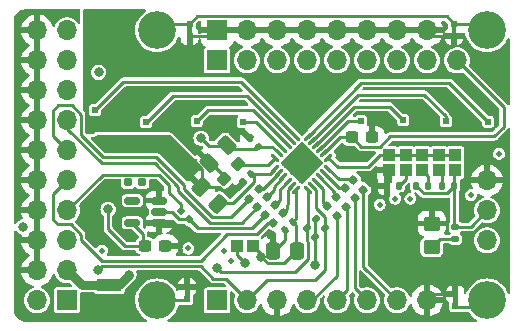
<source format=gbr>
%TF.GenerationSoftware,KiCad,Pcbnew,8.0.1*%
%TF.CreationDate,2024-04-07T09:18:40-04:00*%
%TF.ProjectId,tac5212_audio_board_single_ended,74616335-3231-4325-9f61-7564696f5f62,rev?*%
%TF.SameCoordinates,Original*%
%TF.FileFunction,Copper,L1,Top*%
%TF.FilePolarity,Positive*%
%FSLAX46Y46*%
G04 Gerber Fmt 4.6, Leading zero omitted, Abs format (unit mm)*
G04 Created by KiCad (PCBNEW 8.0.1) date 2024-04-07 09:18:40*
%MOMM*%
%LPD*%
G01*
G04 APERTURE LIST*
G04 Aperture macros list*
%AMRoundRect*
0 Rectangle with rounded corners*
0 $1 Rounding radius*
0 $2 $3 $4 $5 $6 $7 $8 $9 X,Y pos of 4 corners*
0 Add a 4 corners polygon primitive as box body*
4,1,4,$2,$3,$4,$5,$6,$7,$8,$9,$2,$3,0*
0 Add four circle primitives for the rounded corners*
1,1,$1+$1,$2,$3*
1,1,$1+$1,$4,$5*
1,1,$1+$1,$6,$7*
1,1,$1+$1,$8,$9*
0 Add four rect primitives between the rounded corners*
20,1,$1+$1,$2,$3,$4,$5,0*
20,1,$1+$1,$4,$5,$6,$7,0*
20,1,$1+$1,$6,$7,$8,$9,0*
20,1,$1+$1,$8,$9,$2,$3,0*%
%AMRotRect*
0 Rectangle, with rotation*
0 The origin of the aperture is its center*
0 $1 length*
0 $2 width*
0 $3 Rotation angle, in degrees counterclockwise*
0 Add horizontal line*
21,1,$1,$2,0,0,$3*%
G04 Aperture macros list end*
%TA.AperFunction,EtchedComponent*%
%ADD10C,0.000000*%
%TD*%
%TA.AperFunction,SMDPad,CuDef*%
%ADD11RoundRect,0.135000X-0.185000X0.135000X-0.185000X-0.135000X0.185000X-0.135000X0.185000X0.135000X0*%
%TD*%
%TA.AperFunction,SMDPad,CuDef*%
%ADD12RoundRect,0.160000X-0.197500X-0.160000X0.197500X-0.160000X0.197500X0.160000X-0.197500X0.160000X0*%
%TD*%
%TA.AperFunction,SMDPad,CuDef*%
%ADD13RoundRect,0.250000X-0.450000X0.350000X-0.450000X-0.350000X0.450000X-0.350000X0.450000X0.350000X0*%
%TD*%
%TA.AperFunction,SMDPad,CuDef*%
%ADD14RoundRect,0.237500X-0.044194X-0.380070X0.380070X0.044194X0.044194X0.380070X-0.380070X-0.044194X0*%
%TD*%
%TA.AperFunction,SMDPad,CuDef*%
%ADD15RoundRect,0.250000X-0.097227X0.574524X-0.574524X0.097227X0.097227X-0.574524X0.574524X-0.097227X0*%
%TD*%
%TA.AperFunction,SMDPad,CuDef*%
%ADD16RoundRect,0.250000X0.337500X0.475000X-0.337500X0.475000X-0.337500X-0.475000X0.337500X-0.475000X0*%
%TD*%
%TA.AperFunction,SMDPad,CuDef*%
%ADD17RoundRect,0.250000X0.574524X0.097227X0.097227X0.574524X-0.574524X-0.097227X-0.097227X-0.574524X0*%
%TD*%
%TA.AperFunction,SMDPad,CuDef*%
%ADD18RoundRect,0.237500X-0.300000X-0.237500X0.300000X-0.237500X0.300000X0.237500X-0.300000X0.237500X0*%
%TD*%
%TA.AperFunction,SMDPad,CuDef*%
%ADD19RoundRect,0.160000X0.252791X-0.026517X-0.026517X0.252791X-0.252791X0.026517X0.026517X-0.252791X0*%
%TD*%
%TA.AperFunction,SMDPad,CuDef*%
%ADD20RoundRect,0.135000X-0.226274X-0.035355X-0.035355X-0.226274X0.226274X0.035355X0.035355X0.226274X0*%
%TD*%
%TA.AperFunction,SMDPad,CuDef*%
%ADD21R,1.000000X1.000000*%
%TD*%
%TA.AperFunction,ComponentPad*%
%ADD22R,1.700000X1.700000*%
%TD*%
%TA.AperFunction,ComponentPad*%
%ADD23O,1.700000X1.700000*%
%TD*%
%TA.AperFunction,ComponentPad*%
%ADD24C,3.200000*%
%TD*%
%TA.AperFunction,ComponentPad*%
%ADD25C,0.500000*%
%TD*%
%TA.AperFunction,SMDPad,CuDef*%
%ADD26RoundRect,0.160000X-0.026517X-0.252791X0.252791X0.026517X0.026517X0.252791X-0.252791X-0.026517X0*%
%TD*%
%TA.AperFunction,SMDPad,CuDef*%
%ADD27RoundRect,0.140000X0.219203X0.021213X0.021213X0.219203X-0.219203X-0.021213X-0.021213X-0.219203X0*%
%TD*%
%TA.AperFunction,SMDPad,CuDef*%
%ADD28RoundRect,0.150000X0.512500X0.150000X-0.512500X0.150000X-0.512500X-0.150000X0.512500X-0.150000X0*%
%TD*%
%TA.AperFunction,SMDPad,CuDef*%
%ADD29R,0.508000X0.500000*%
%TD*%
%TA.AperFunction,SMDPad,CuDef*%
%ADD30R,0.508000X0.508000*%
%TD*%
%TA.AperFunction,SMDPad,CuDef*%
%ADD31RoundRect,0.140000X-0.021213X0.219203X-0.219203X0.021213X0.021213X-0.219203X0.219203X-0.021213X0*%
%TD*%
%TA.AperFunction,SMDPad,CuDef*%
%ADD32RotRect,0.508000X0.508000X315.000000*%
%TD*%
%TA.AperFunction,SMDPad,CuDef*%
%ADD33R,1.100000X1.000000*%
%TD*%
%TA.AperFunction,SMDPad,CuDef*%
%ADD34RoundRect,0.135000X-0.135000X-0.185000X0.135000X-0.185000X0.135000X0.185000X-0.135000X0.185000X0*%
%TD*%
%TA.AperFunction,SMDPad,CuDef*%
%ADD35RoundRect,0.135000X0.135000X0.185000X-0.135000X0.185000X-0.135000X-0.185000X0.135000X-0.185000X0*%
%TD*%
%TA.AperFunction,SMDPad,CuDef*%
%ADD36RoundRect,0.062500X-0.220971X-0.309359X0.309359X0.220971X0.220971X0.309359X-0.309359X-0.220971X0*%
%TD*%
%TA.AperFunction,SMDPad,CuDef*%
%ADD37RoundRect,0.062500X0.220971X-0.309359X0.309359X-0.220971X-0.220971X0.309359X-0.309359X0.220971X0*%
%TD*%
%TA.AperFunction,SMDPad,CuDef*%
%ADD38RotRect,2.600000X2.600000X45.000000*%
%TD*%
%TA.AperFunction,SMDPad,CuDef*%
%ADD39RoundRect,0.135000X0.226274X0.035355X0.035355X0.226274X-0.226274X-0.035355X-0.035355X-0.226274X0*%
%TD*%
%TA.AperFunction,ComponentPad*%
%ADD40R,0.500000X0.500000*%
%TD*%
%TA.AperFunction,ViaPad*%
%ADD41C,0.800000*%
%TD*%
%TA.AperFunction,Conductor*%
%ADD42C,0.250000*%
%TD*%
%TA.AperFunction,Conductor*%
%ADD43C,0.750000*%
%TD*%
G04 APERTURE END LIST*
D10*
%TA.AperFunction,EtchedComponent*%
%TO.C,E1*%
G36*
X99900000Y-99975000D02*
G01*
X99500000Y-99975000D01*
X99500000Y-99425000D01*
X99900000Y-99425000D01*
X99900000Y-99975000D01*
G37*
%TD.AperFunction*%
%TA.AperFunction,EtchedComponent*%
%TO.C,E2*%
G36*
X122300000Y-99975000D02*
G01*
X121900000Y-99975000D01*
X121900000Y-99425000D01*
X122300000Y-99425000D01*
X122300000Y-99975000D01*
G37*
%TD.AperFunction*%
%TA.AperFunction,EtchedComponent*%
%TO.C,5V1*%
G36*
X93175000Y-121500000D02*
G01*
X92625000Y-121500000D01*
X92625000Y-121100000D01*
X93175000Y-121100000D01*
X93175000Y-121500000D01*
G37*
%TD.AperFunction*%
%TA.AperFunction,EtchedComponent*%
%TO.C,G2*%
G36*
X122400000Y-122875000D02*
G01*
X122000000Y-122875000D01*
X122000000Y-122325000D01*
X122400000Y-122325000D01*
X122400000Y-122875000D01*
G37*
%TD.AperFunction*%
%TA.AperFunction,EtchedComponent*%
%TO.C,G1*%
G36*
X99700000Y-122275000D02*
G01*
X99300000Y-122275000D01*
X99300000Y-121725000D01*
X99700000Y-121725000D01*
X99700000Y-122275000D01*
G37*
%TD.AperFunction*%
%TD*%
D11*
%TO.P,R5,1*%
%TO.N,3.3V_LDO*%
X122200000Y-116390000D03*
%TO.P,R5,2*%
%TO.N,Net-(D7-A)*%
X122200000Y-117410000D03*
%TD*%
D12*
%TO.P,R1,1*%
%TO.N,5212_DOUT1+*%
X94502500Y-112600000D03*
%TO.P,R1,2*%
%TO.N,Net-(U1-Y)*%
X95697500Y-112600000D03*
%TD*%
D13*
%TO.P,D7,1,K*%
%TO.N,GNDD*%
X120200000Y-116100000D03*
%TO.P,D7,2,A*%
%TO.N,Net-(D7-A)*%
X120200000Y-118100000D03*
%TD*%
D14*
%TO.P,C17,1*%
%TO.N,Earth*%
X102590120Y-112309880D03*
%TO.P,C17,2*%
%TO.N,Net-(J1002-VREF)*%
X103809880Y-111090120D03*
%TD*%
D15*
%TO.P,C13,1*%
%TO.N,3.3V_LDO*%
X102833623Y-109466377D03*
%TO.P,C13,2*%
%TO.N,Earth*%
X101366377Y-110933623D03*
%TD*%
D16*
%TO.P,C12,1*%
%TO.N,3.3V_LDO*%
X108818261Y-118400000D03*
%TO.P,C12,2*%
%TO.N,GNDD*%
X106743261Y-118400000D03*
%TD*%
D17*
%TO.P,C10,1*%
%TO.N,Net-(J1002-DREG)*%
X102133623Y-114433623D03*
%TO.P,C10,2*%
%TO.N,GNDD*%
X100666377Y-112966377D03*
%TD*%
D18*
%TO.P,C1,1*%
%TO.N,3.3V_LDO*%
X95937500Y-118000000D03*
%TO.P,C1,2*%
%TO.N,GNDD*%
X97662500Y-118000000D03*
%TD*%
D19*
%TO.P,R102,1*%
%TO.N,GPIO2*%
X112937059Y-114705168D03*
%TO.P,R102,2*%
%TO.N,Net-(J1002-GPIO2)*%
X112092067Y-113860176D03*
%TD*%
D20*
%TO.P,R109,1*%
%TO.N,5212_SCL*%
X109617194Y-116508362D03*
%TO.P,R109,2*%
%TO.N,Net-(PU_EN1001-Pad1)*%
X110338442Y-117229610D03*
%TD*%
D21*
%TO.P,ADD1,1,1*%
%TO.N,Net-(J1002-ADDR)*%
X122200000Y-110300000D03*
%TO.P,ADD1,2,2*%
%TO.N,3.3V_LDO*%
X122200000Y-111600000D03*
%TD*%
D22*
%TO.P,board_outline1,1,HELD_HIGH*%
%TO.N,unconnected-(board_outline1-HELD_HIGH-Pad1)*%
X89337500Y-122600000D03*
D23*
%TO.P,board_outline1,2,HELD_LOW*%
%TO.N,unconnected-(board_outline1-HELD_LOW-Pad2)*%
X86797500Y-122600000D03*
%TO.P,board_outline1,3,5V*%
%TO.N,Net-(5V1-B)*%
X89337500Y-120060000D03*
%TO.P,board_outline1,4,GNDD*%
%TO.N,GNDD*%
X86797500Y-120060000D03*
%TO.P,board_outline1,5,12V*%
%TO.N,unconnected-(board_outline1-12V-Pad5)*%
X89337500Y-117520000D03*
%TO.P,board_outline1,6,GNDD*%
%TO.N,GNDD*%
X86797500Y-117520000D03*
%TO.P,board_outline1,7,DSP_DOUT*%
%TO.N,5212_DOUT1+*%
X89337500Y-114980000D03*
%TO.P,board_outline1,8,GNDD*%
%TO.N,GNDD*%
X86797500Y-114980000D03*
%TO.P,board_outline1,9,DSP_DIN*%
%TO.N,5212_DIN1*%
X89337500Y-112440000D03*
%TO.P,board_outline1,10,GNDD*%
%TO.N,GNDD*%
X86797500Y-112440000D03*
%TO.P,board_outline1,11,BCLK*%
%TO.N,5212_BCLK1*%
X89337500Y-109900000D03*
%TO.P,board_outline1,12,GNDD*%
%TO.N,GNDD*%
X86797500Y-109900000D03*
%TO.P,board_outline1,13,LRCK*%
%TO.N,5212_LRCK1*%
X89337500Y-107360000D03*
%TO.P,board_outline1,14,GNDD*%
%TO.N,GNDD*%
X86797500Y-107360000D03*
%TO.P,board_outline1,15,SDA*%
%TO.N,DSP_SDA*%
X89337500Y-104820000D03*
%TO.P,board_outline1,16,GNDD*%
%TO.N,GNDD*%
X86797500Y-104820000D03*
%TO.P,board_outline1,17,SCL*%
%TO.N,DSP_SCL*%
X89337500Y-102280000D03*
%TO.P,board_outline1,18,GNDD*%
%TO.N,GNDD*%
X86797500Y-102280000D03*
%TO.P,board_outline1,19,MCLK*%
%TO.N,5212_MCLK1*%
X89337500Y-99740000D03*
%TO.P,board_outline1,20,GNDD*%
%TO.N,GNDD*%
X86797500Y-99740000D03*
D22*
%TO.P,board_outline1,21,OUTP*%
%TO.N,OUT1P+*%
X102047500Y-102285000D03*
%TO.P,board_outline1,22,AGND*%
%TO.N,Earth*%
X102047500Y-99745000D03*
D23*
%TO.P,board_outline1,23,OUT1M*%
%TO.N,OUT1M+*%
X104587500Y-102285000D03*
%TO.P,board_outline1,24,AGND*%
%TO.N,Earth*%
X104587500Y-99745000D03*
%TO.P,board_outline1,25,OUT2P*%
%TO.N,OUT2P+*%
X107127500Y-102285000D03*
%TO.P,board_outline1,26,AGND*%
%TO.N,Earth*%
X107127500Y-99745000D03*
%TO.P,board_outline1,27,OUT2M*%
%TO.N,OUT2M+*%
X109667500Y-102285000D03*
%TO.P,board_outline1,28,AGND*%
%TO.N,Earth*%
X109667500Y-99745000D03*
%TO.P,board_outline1,29,IN1P*%
%TO.N,IN1P+*%
X112207500Y-102285000D03*
%TO.P,board_outline1,30,AGND*%
%TO.N,Earth*%
X112207500Y-99745000D03*
%TO.P,board_outline1,31,IN1M*%
%TO.N,IN1M+*%
X114747500Y-102285000D03*
%TO.P,board_outline1,32,AGND*%
%TO.N,Earth*%
X114747500Y-99745000D03*
%TO.P,board_outline1,33,IN2P*%
%TO.N,IN2P+*%
X117287500Y-102285000D03*
%TO.P,board_outline1,34,AGND*%
%TO.N,Earth*%
X117287500Y-99745000D03*
%TO.P,board_outline1,35,IN2M*%
%TO.N,IN2M+*%
X119827500Y-102285000D03*
%TO.P,board_outline1,36,AGND*%
%TO.N,Earth*%
X119827500Y-99745000D03*
D22*
%TO.P,board_outline1,37,SCL*%
%TO.N,5212_SCL*%
X102047500Y-122605000D03*
D23*
%TO.P,board_outline1,38,SDA*%
%TO.N,5212_SDA*%
X104587500Y-122605000D03*
%TO.P,board_outline1,39,GNDD*%
%TO.N,GNDD*%
X107127500Y-122605000D03*
%TO.P,board_outline1,40,GPIO1*%
%TO.N,GPIO1*%
X109667500Y-122605000D03*
%TO.P,board_outline1,41,GPIO2*%
%TO.N,GPIO2*%
X112207500Y-122605000D03*
%TO.P,board_outline1,42,GPO1*%
%TO.N,GPO1*%
X114747500Y-122605000D03*
%TO.P,board_outline1,43,GPI1*%
%TO.N,GPI1*%
X117287500Y-122605000D03*
%TO.P,board_outline1,44,GNDD*%
%TO.N,GNDD*%
X119827500Y-122605000D03*
%TO.P,board_outline1,45,5V*%
%TO.N,5V*%
X124892500Y-117525000D03*
%TO.P,board_outline1,46,3.3V*%
%TO.N,3.3V_LDO*%
X124892500Y-114985000D03*
%TO.P,board_outline1,47,GNDD*%
%TO.N,GNDD*%
X124892500Y-112445000D03*
%TO.P,board_outline1,48,MIC_BIAS*%
%TO.N,MICBIAS*%
X122352500Y-102285000D03*
D24*
%TO.P,board_outline1,49,AGND*%
%TO.N,Net-(E1-A)*%
X96952500Y-99745000D03*
%TO.P,board_outline1,50,AGND*%
%TO.N,Net-(E2-A)*%
X124892500Y-99745000D03*
%TO.P,board_outline1,51,DGND*%
%TO.N,Net-(G1-A)*%
X96952500Y-122605000D03*
%TO.P,board_outline1,52,DGND*%
%TO.N,Net-(G2-A)*%
X124892500Y-122605000D03*
%TD*%
D25*
%TO.P,G4,1,1*%
%TO.N,Earth*%
X117100000Y-114000000D03*
%TD*%
D21*
%TO.P,ADD1001,1,1*%
%TO.N,GNDD*%
X116600000Y-111600000D03*
%TO.P,ADD1001,2,2*%
%TO.N,Net-(J1002-ADDR)*%
X116600000Y-110300000D03*
%TD*%
D19*
%TO.P,R101,1*%
%TO.N,GPO1*%
X113677789Y-113964439D03*
%TO.P,R101,2*%
%TO.N,Net-(J1002-GPO1)*%
X112832797Y-113119447D03*
%TD*%
%TO.P,R103,1*%
%TO.N,GPIO1*%
X112157509Y-115484718D03*
%TO.P,R103,2*%
%TO.N,Net-(J1002-GPIO1)*%
X111312517Y-114639726D03*
%TD*%
D26*
%TO.P,R104,1*%
%TO.N,5212_LRCK1*%
X105445334Y-114708704D03*
%TO.P,R104,2*%
%TO.N,Net-(J1002-FSYNC)*%
X106290326Y-113863712D03*
%TD*%
D21*
%TO.P,ADD1002,1,1*%
%TO.N,Net-(ADD1002-Pad1)*%
X118000000Y-111600000D03*
%TO.P,ADD1002,2,2*%
%TO.N,Net-(J1002-ADDR)*%
X118000000Y-110300000D03*
%TD*%
D27*
%TO.P,C15,1*%
%TO.N,3.3V_LDO*%
X105478822Y-109578822D03*
%TO.P,C15,2*%
%TO.N,Earth*%
X104800000Y-108900000D03*
%TD*%
D21*
%TO.P,ADD1003,1,1*%
%TO.N,Net-(ADD1003-Pad1)*%
X119400000Y-111600000D03*
%TO.P,ADD1003,2,2*%
%TO.N,Net-(J1002-ADDR)*%
X119400000Y-110300000D03*
%TD*%
D25*
%TO.P,G5,1,1*%
%TO.N,Earth*%
X99600000Y-118200000D03*
%TD*%
%TO.P,G6,1,1*%
%TO.N,Earth*%
X118400000Y-114000000D03*
%TD*%
D28*
%TO.P,U1,1,OE*%
%TO.N,GNDD*%
X97137500Y-116050000D03*
%TO.P,U1,2,A*%
%TO.N,5212_DOUT1*%
X97137500Y-115100000D03*
%TO.P,U1,3,GND*%
%TO.N,GNDD*%
X97137500Y-114150000D03*
%TO.P,U1,4,Y*%
%TO.N,Net-(U1-Y)*%
X94862500Y-114150000D03*
%TO.P,U1,5,VCC*%
%TO.N,3.3V_LDO*%
X94862500Y-116050000D03*
%TD*%
D26*
%TO.P,R106,1*%
%TO.N,5212_DIN1*%
X106788837Y-116052207D03*
%TO.P,R106,2*%
%TO.N,Net-(J1002-DIN)*%
X107633829Y-115207215D03*
%TD*%
D25*
%TO.P,G3,1,1*%
%TO.N,Earth*%
X92300000Y-118400000D03*
%TD*%
%TO.P,G7,1,1*%
%TO.N,Earth*%
X102600000Y-118400000D03*
%TD*%
D29*
%TO.P,E1,1,A*%
%TO.N,Net-(E1-A)*%
X99700000Y-99196000D03*
D30*
%TO.P,E1,2,B*%
%TO.N,Earth*%
X99700000Y-100200000D03*
%TD*%
D18*
%TO.P,C2,1*%
%TO.N,MICBIAS*%
X113437500Y-108800000D03*
%TO.P,C2,2*%
%TO.N,Earth*%
X115162500Y-108800000D03*
%TD*%
D31*
%TO.P,C11,1*%
%TO.N,Net-(J1002-DREG)*%
X104937914Y-111892722D03*
%TO.P,C11,2*%
%TO.N,GNDD*%
X104259092Y-112571544D03*
%TD*%
%TO.P,C14,1*%
%TO.N,3.3V_LDO*%
X108425718Y-115946212D03*
%TO.P,C14,2*%
%TO.N,GNDD*%
X107746896Y-116625034D03*
%TD*%
D29*
%TO.P,E2,1,A*%
%TO.N,Net-(E2-A)*%
X122100000Y-99196000D03*
D30*
%TO.P,E2,2,B*%
%TO.N,Earth*%
X122100000Y-100200000D03*
%TD*%
D21*
%TO.P,ADD1004,1,1*%
%TO.N,Net-(ADD1004-Pad1)*%
X120800000Y-111600000D03*
%TO.P,ADD1004,2,2*%
%TO.N,Net-(J1002-ADDR)*%
X120800000Y-110300000D03*
%TD*%
D32*
%TO.P,DOUT1,1,1*%
%TO.N,5212_DOUT1*%
X99653553Y-115753553D03*
%TO.P,DOUT1,2,2*%
%TO.N,5212_DOUT1+*%
X98946447Y-115046447D03*
%TD*%
D19*
%TO.P,R100,1*%
%TO.N,GPI1*%
X114420251Y-113221977D03*
%TO.P,R100,2*%
%TO.N,Net-(J1002-GPI1)*%
X113575259Y-112376985D03*
%TD*%
D33*
%TO.P,5V1,1,A*%
%TO.N,5V*%
X93404000Y-121300000D03*
%TO.P,5V1,2,B*%
%TO.N,Net-(5V1-B)*%
X92400000Y-121300000D03*
%TD*%
D34*
%TO.P,R41,1*%
%TO.N,Net-(ADD1004-Pad1)*%
X121090000Y-112900000D03*
%TO.P,R41,2*%
%TO.N,3.3V_LDO*%
X122110000Y-112900000D03*
%TD*%
D35*
%TO.P,R40,1*%
%TO.N,Net-(ADD1002-Pad1)*%
X117410000Y-112900000D03*
%TO.P,R40,2*%
%TO.N,GNDD*%
X116390000Y-112900000D03*
%TD*%
D26*
%TO.P,R107,1*%
%TO.N,5212_BCLK1*%
X104773583Y-114036952D03*
%TO.P,R107,2*%
%TO.N,Net-(J1002-BCLK)*%
X105618575Y-113191960D03*
%TD*%
D21*
%TO.P,PU_EN1001,1,1*%
%TO.N,Net-(PU_EN1001-Pad1)*%
X103750000Y-118000000D03*
%TO.P,PU_EN1001,2,2*%
%TO.N,3.3V_LDO*%
X105050000Y-118000000D03*
%TD*%
D26*
%TO.P,R105,1*%
%TO.N,5212_DOUT1*%
X106117086Y-115380455D03*
%TO.P,R105,2*%
%TO.N,Net-(J1002-DOUT)*%
X106962078Y-114535463D03*
%TD*%
D36*
%TO.P,J1002,1,DREG*%
%TO.N,Net-(J1002-DREG)*%
X106946097Y-111486136D03*
%TO.P,J1002,2,BCLK*%
%TO.N,Net-(J1002-BCLK)*%
X107299651Y-111839689D03*
%TO.P,J1002,3,FSYNC*%
%TO.N,Net-(J1002-FSYNC)*%
X107653204Y-112193243D03*
%TO.P,J1002,4,DOUT*%
%TO.N,Net-(J1002-DOUT)*%
X108006757Y-112546796D03*
%TO.P,J1002,5,DIN*%
%TO.N,Net-(J1002-DIN)*%
X108360311Y-112900349D03*
%TO.P,J1002,6,IOVDD*%
%TO.N,3.3V_LDO*%
X108713864Y-113253903D03*
D37*
%TO.P,J1002,7,SCL*%
%TO.N,5212_SCL*%
X109686136Y-113253903D03*
%TO.P,J1002,8,SDA*%
%TO.N,5212_SDA*%
X110039689Y-112900349D03*
%TO.P,J1002,9,GPIO1*%
%TO.N,Net-(J1002-GPIO1)*%
X110393243Y-112546796D03*
%TO.P,J1002,10,GPIO2*%
%TO.N,Net-(J1002-GPIO2)*%
X110746796Y-112193243D03*
%TO.P,J1002,11,GPO1*%
%TO.N,Net-(J1002-GPO1)*%
X111100349Y-111839689D03*
%TO.P,J1002,12,GPI1*%
%TO.N,Net-(J1002-GPI1)*%
X111453903Y-111486136D03*
D36*
%TO.P,J1002,13,ADDR*%
%TO.N,Net-(J1002-ADDR)*%
X111453903Y-110513864D03*
%TO.P,J1002,14,MICBIAS*%
%TO.N,MICBIAS*%
X111100349Y-110160311D03*
%TO.P,J1002,15,IN1P*%
%TO.N,IN1P*%
X110746796Y-109806757D03*
%TO.P,J1002,16,IN1M*%
%TO.N,IN1M*%
X110393243Y-109453204D03*
%TO.P,J1002,17,IN2P*%
%TO.N,IN2P*%
X110039689Y-109099651D03*
%TO.P,J1002,18,IN2M*%
%TO.N,IN2M*%
X109686136Y-108746097D03*
D37*
%TO.P,J1002,19,OUT1M*%
%TO.N,OUT1M*%
X108713864Y-108746097D03*
%TO.P,J1002,20,OUT1P*%
%TO.N,OUT1P*%
X108360311Y-109099651D03*
%TO.P,J1002,21,OUT2P*%
%TO.N,OUT2P*%
X108006757Y-109453204D03*
%TO.P,J1002,22,OUT2M*%
%TO.N,OUT2M*%
X107653204Y-109806757D03*
%TO.P,J1002,23,AVDD*%
%TO.N,3.3V_LDO*%
X107299651Y-110160311D03*
%TO.P,J1002,24,VREF*%
%TO.N,Net-(J1002-VREF)*%
X106946097Y-110513864D03*
D25*
%TO.P,J1002,25,VSS*%
%TO.N,GNDD*%
X107715076Y-111000000D03*
X108457538Y-111742462D03*
X109200000Y-112484924D03*
X108457538Y-110257538D03*
X109200000Y-111000000D03*
D38*
X109200000Y-111000000D03*
D25*
X109942462Y-111742462D03*
X109200000Y-109515076D03*
X109942462Y-110257538D03*
X110684924Y-111000000D03*
%TD*%
D29*
%TO.P,G2,1,A*%
%TO.N,Net-(G2-A)*%
X122200000Y-123104000D03*
D30*
%TO.P,G2,2,B*%
%TO.N,GNDD*%
X122200000Y-122100000D03*
%TD*%
D35*
%TO.P,R42,1*%
%TO.N,Net-(ADD1003-Pad1)*%
X119910000Y-112900000D03*
%TO.P,R42,2*%
%TO.N,3.3V_LDO*%
X118890000Y-112900000D03*
%TD*%
D25*
%TO.P,G9,1,1*%
%TO.N,Earth*%
X103200000Y-119300000D03*
%TD*%
%TO.P,G8,1,1*%
%TO.N,Earth*%
X123500000Y-113700000D03*
%TD*%
D29*
%TO.P,G1,1,A*%
%TO.N,Net-(G1-A)*%
X99500000Y-122504000D03*
D30*
%TO.P,G1,2,B*%
%TO.N,GNDD*%
X99500000Y-121500000D03*
%TD*%
D25*
%TO.P,G10,1,1*%
%TO.N,Earth*%
X125900000Y-110200000D03*
%TD*%
%TO.P,G11,1,1*%
%TO.N,Earth*%
X115800000Y-114500000D03*
%TD*%
D39*
%TO.P,R108,1*%
%TO.N,5212_SDA*%
X111141385Y-116460624D03*
%TO.P,R108,2*%
%TO.N,Net-(PU_EN1001-Pad1)*%
X110420137Y-115739376D03*
%TD*%
D40*
%TO.P,OP2,2,2*%
%TO.N,OUT2P*%
X100300000Y-107425000D03*
%TD*%
%TO.P,INP2,2,2*%
%TO.N,IN2P*%
X121400000Y-107435000D03*
%TD*%
%TO.P,INM2,2,2*%
%TO.N,IN2M*%
X125000000Y-107482500D03*
%TD*%
%TO.P,OM2,2,2*%
%TO.N,OUT2M*%
X104200000Y-107500000D03*
%TD*%
%TO.P,OP1,2,2*%
%TO.N,OUT1P*%
X96000000Y-107500000D03*
%TD*%
%TO.P,INM1,2,2*%
%TO.N,IN1M*%
X117800000Y-107362500D03*
%TD*%
%TO.P,OM1,2,2*%
%TO.N,OUT1M*%
X91700000Y-106500000D03*
%TD*%
%TO.P,INP1,2,2*%
%TO.N,IN1P*%
X114200000Y-107425000D03*
%TD*%
D41*
%TO.N,GNDD*%
X106600000Y-117100000D03*
X92007996Y-109004013D03*
X100718700Y-117875000D03*
%TO.N,5V*%
X94569964Y-120430000D03*
%TO.N,Earth*%
X112825000Y-110300000D03*
%TO.N,5212_SCL*%
X102047500Y-119900002D03*
%TO.N,5212_SDA*%
X91910027Y-120067151D03*
X92000000Y-103300000D03*
%TO.N,3.3V_LDO*%
X105730761Y-118897714D03*
X100675000Y-108873986D03*
X92800004Y-114900000D03*
%TO.N,GPI1*%
X85600000Y-116400000D03*
%TO.N,Net-(PU_EN1001-Pad1)*%
X110338844Y-119622742D03*
X104430004Y-119430004D03*
%TD*%
D42*
%TO.N,5212_SCL*%
X109730761Y-119120100D02*
X108650861Y-120200000D01*
X109730761Y-117679900D02*
X109730761Y-119120100D01*
X108650861Y-120200000D02*
X102347498Y-120200000D01*
X109617194Y-117566333D02*
X109730761Y-117679900D01*
X102347498Y-120200000D02*
X102047500Y-119900002D01*
X109617194Y-116508362D02*
X109617194Y-117566333D01*
%TO.N,5212_BCLK1*%
X88162500Y-106537500D02*
X88162500Y-108725000D01*
X88600000Y-106100000D02*
X88162500Y-106537500D01*
X89739201Y-106100000D02*
X88600000Y-106100000D01*
X92407967Y-110500000D02*
X90512500Y-108604533D01*
X96900000Y-110500000D02*
X92407967Y-110500000D01*
X90512500Y-108604533D02*
X90512500Y-106873299D01*
X99200000Y-112800000D02*
X96900000Y-110500000D01*
X90512500Y-106873299D02*
X89739201Y-106100000D01*
X99200000Y-113200000D02*
X99200000Y-112800000D01*
X101588045Y-115588045D02*
X99200000Y-113200000D01*
X103222490Y-115588045D02*
X101588045Y-115588045D01*
X88162500Y-108725000D02*
X89337500Y-109900000D01*
X104773583Y-114036952D02*
X103222490Y-115588045D01*
%TO.N,5212_LRCK1*%
X89337500Y-108065929D02*
X89337500Y-107360000D01*
X98750000Y-112986396D02*
X96763604Y-111000000D01*
X98750000Y-113386396D02*
X98750000Y-112986396D01*
X96763604Y-111000000D02*
X92271571Y-111000000D01*
X101401649Y-116038045D02*
X98750000Y-113386396D01*
X104115993Y-116038045D02*
X101401649Y-116038045D01*
X105445334Y-114708704D02*
X104115993Y-116038045D01*
X92271571Y-111000000D02*
X89337500Y-108065929D01*
%TO.N,5212_DOUT1+*%
X92362500Y-111955000D02*
X89337500Y-114980000D01*
X97082208Y-111955000D02*
X92362500Y-111955000D01*
X97950000Y-112822792D02*
X97082208Y-111955000D01*
X98946447Y-114482843D02*
X97950000Y-113486396D01*
X97950000Y-113486396D02*
X97950000Y-112822792D01*
X98946447Y-115046447D02*
X98946447Y-114482843D01*
%TO.N,5212_DOUT1*%
X105009496Y-116488045D02*
X106117086Y-115380455D01*
X100388045Y-116488045D02*
X105009496Y-116488045D01*
X99653553Y-115753553D02*
X100388045Y-116488045D01*
%TO.N,Net-(D7-A)*%
X122200000Y-117410000D02*
X120890000Y-117410000D01*
X120890000Y-117410000D02*
X120200000Y-118100000D01*
%TO.N,3.3V_LDO*%
X122200000Y-116390000D02*
X123487500Y-116390000D01*
X123487500Y-116390000D02*
X124892500Y-114985000D01*
X122110000Y-116300000D02*
X122200000Y-116390000D01*
X122110000Y-112900000D02*
X122110000Y-116300000D01*
%TO.N,*%
X100326000Y-98570000D02*
X99700000Y-99196000D01*
X99700000Y-99196000D02*
X97501500Y-99196000D01*
X124343500Y-99196000D02*
X122100000Y-99196000D01*
X122100000Y-99196000D02*
X121474000Y-98570000D01*
X121474000Y-98570000D02*
X100326000Y-98570000D01*
X124892500Y-99745000D02*
X124343500Y-99196000D01*
X97501500Y-99196000D02*
X96952500Y-99745000D01*
%TO.N,GNDD*%
X100728249Y-111498961D02*
X97929288Y-108700000D01*
X100728249Y-113028249D02*
X100728249Y-111498961D01*
X102213175Y-113028249D02*
X102484926Y-113300000D01*
X107746896Y-117483865D02*
X106830761Y-118400000D01*
X103430636Y-113400000D02*
X103200000Y-113400000D01*
X103530636Y-113300000D02*
X104259092Y-112571544D01*
X102484926Y-113300000D02*
X103530636Y-113300000D01*
X97137500Y-116050000D02*
X97437499Y-116349999D01*
X97437499Y-116349999D02*
X99193699Y-116349999D01*
X97929288Y-108700000D02*
X92312009Y-108700000D01*
X106830761Y-117330761D02*
X106600000Y-117100000D01*
X107746896Y-116625034D02*
X107746896Y-117483865D01*
X120332500Y-122100000D02*
X119827500Y-122605000D01*
X106830761Y-118400000D02*
X106830761Y-117330761D01*
X100728249Y-113028249D02*
X102213175Y-113028249D01*
X99193699Y-116349999D02*
X100718700Y-117875000D01*
X122200000Y-122100000D02*
X120332500Y-122100000D01*
X104259092Y-112571544D02*
X103430636Y-113400000D01*
X92312009Y-108700000D02*
X92007996Y-109004013D01*
D43*
%TO.N,5V*%
X93404000Y-121300000D02*
X93699964Y-121300000D01*
X93699964Y-121300000D02*
X94569964Y-120430000D01*
D42*
%TO.N,Earth*%
X102651992Y-112095494D02*
X101428249Y-110871751D01*
X122100000Y-100200000D02*
X120282500Y-100200000D01*
X120282500Y-100200000D02*
X119827500Y-99745000D01*
X99700000Y-100200000D02*
X101592500Y-100200000D01*
X102651992Y-112248008D02*
X102651992Y-112095494D01*
X101592500Y-100200000D02*
X102047500Y-99745000D01*
%TO.N,Net-(J1002-ADDR)*%
X114850000Y-111300000D02*
X115850000Y-110300000D01*
X116600000Y-110300000D02*
X122200000Y-110300001D01*
X112240039Y-111300000D02*
X114850000Y-111300000D01*
X115850000Y-110300000D02*
X116600000Y-110300000D01*
X111453903Y-110513864D02*
X112240039Y-111300000D01*
%TO.N,Net-(ADD1002-Pad1)*%
X118000000Y-112310000D02*
X118000000Y-111600000D01*
X117410000Y-112900000D02*
X118000000Y-112310000D01*
%TO.N,Net-(ADD1003-Pad1)*%
X119910000Y-112900000D02*
X119910000Y-112110000D01*
X119910000Y-112110000D02*
X119400000Y-111600000D01*
%TO.N,Net-(ADD1004-Pad1)*%
X121090001Y-111890001D02*
X120800000Y-111600000D01*
X121090001Y-112900000D02*
X121090001Y-111890001D01*
D43*
%TO.N,Net-(5V1-B)*%
X90577500Y-121300000D02*
X89337500Y-120060000D01*
X92400000Y-121300000D02*
X90577500Y-121300000D01*
D42*
%TO.N,Net-(J1002-VREF)*%
X106946097Y-110513864D02*
X106307969Y-111151992D01*
X106307969Y-111151992D02*
X103748008Y-111151992D01*
%TO.N,IN2P*%
X110039689Y-109099651D02*
X113939340Y-105200000D01*
X121400000Y-107035000D02*
X121400000Y-107435000D01*
X119565000Y-105200000D02*
X121400000Y-107035000D01*
X113939340Y-105200000D02*
X119565000Y-105200000D01*
%TO.N,IN1M*%
X113646447Y-106200000D02*
X116637500Y-106200000D01*
X110393243Y-109453204D02*
X113646447Y-106200000D01*
X116637500Y-106200000D02*
X117800000Y-107362500D01*
%TO.N,IN1P*%
X114200000Y-107425000D02*
X113128553Y-107425000D01*
X110746796Y-109806757D02*
X113128553Y-107425000D01*
%TO.N,IN2M*%
X114232233Y-104200000D02*
X121700000Y-104200000D01*
X121700000Y-104200000D02*
X124982500Y-107482500D01*
X124982500Y-107482500D02*
X125000000Y-107482500D01*
X109686136Y-108746097D02*
X114232233Y-104200000D01*
%TO.N,OUT1P*%
X108360311Y-109099651D02*
X104560660Y-105300000D01*
X98281250Y-105300000D02*
X96100000Y-107481250D01*
X104560660Y-105300000D02*
X98281250Y-105300000D01*
%TO.N,OUT1M*%
X94100000Y-104100000D02*
X104067767Y-104100000D01*
X91700000Y-106500001D02*
X94100000Y-104100000D01*
X104067767Y-104100000D02*
X108713864Y-108746097D01*
%TO.N,OUT2P*%
X108006757Y-109453204D02*
X105053553Y-106500000D01*
X101225000Y-106500000D02*
X100300000Y-107425000D01*
X105053553Y-106500000D02*
X101225000Y-106500000D01*
%TO.N,OUT2M*%
X105346447Y-107500000D02*
X104200000Y-107500000D01*
X107653204Y-109806757D02*
X105346447Y-107500000D01*
%TO.N,Net-(J1002-BCLK)*%
X107299651Y-111839689D02*
X105947380Y-113191960D01*
X105947380Y-113191960D02*
X105618575Y-113191960D01*
%TO.N,Net-(J1002-FSYNC)*%
X106880689Y-112965757D02*
X106880689Y-113273349D01*
X107653204Y-112193243D02*
X106880689Y-112965757D01*
X106880689Y-113273349D02*
X106290326Y-113863712D01*
%TO.N,Net-(J1002-DOUT)*%
X108006757Y-112546796D02*
X107368826Y-113184728D01*
X107368826Y-113184728D02*
X107368826Y-114128715D01*
X107368826Y-114128715D02*
X106962078Y-114535463D01*
%TO.N,Net-(J1002-DIN)*%
X108360311Y-112900349D02*
X108015780Y-113244880D01*
X108015780Y-113244880D02*
X108015780Y-114425820D01*
X107951993Y-114489608D02*
X107951993Y-114889051D01*
X107951993Y-114889051D02*
X107633829Y-115207214D01*
X108015780Y-114425820D02*
X107951993Y-114489608D01*
%TO.N,5212_SCL*%
X109686136Y-116439420D02*
X109617194Y-116508362D01*
X109686136Y-113253903D02*
X109686136Y-116439420D01*
%TO.N,5212_SDA*%
X111141385Y-116460624D02*
X111141385Y-115800000D01*
X111141385Y-116460624D02*
X111141385Y-120054631D01*
X110384220Y-113244880D02*
X110039689Y-112900349D01*
X106292500Y-120900000D02*
X104587500Y-122605000D01*
X110384220Y-114791291D02*
X110384220Y-113244880D01*
X111141385Y-115548456D02*
X110384220Y-114791291D01*
X92277178Y-119700000D02*
X100651484Y-119700000D01*
X111141385Y-120054631D02*
X110296016Y-120900000D01*
X100651484Y-119700000D02*
X101726484Y-120775000D01*
X101726484Y-120775000D02*
X102757500Y-120775000D01*
X91910027Y-120067151D02*
X92277178Y-119700000D01*
X110296016Y-120900000D02*
X106292500Y-120900000D01*
X102757500Y-120775000D02*
X104587500Y-122605000D01*
X111141385Y-115800000D02*
X111141385Y-115548456D01*
%TO.N,5212_DOUT1*%
X97137500Y-115100000D02*
X98181170Y-115100000D01*
X98181170Y-115100000D02*
X98834723Y-115753553D01*
X98834723Y-115753553D02*
X99653553Y-115753553D01*
%TO.N,5212_DIN1*%
X88162500Y-113615000D02*
X89337500Y-112440000D01*
X105414995Y-117000000D02*
X102900000Y-117000000D01*
X102900000Y-117000000D02*
X100650000Y-119250000D01*
X89634201Y-116155000D02*
X88555000Y-116155000D01*
X88162500Y-115762500D02*
X88162500Y-113615000D01*
X106362788Y-116052207D02*
X105414995Y-117000000D01*
X90512500Y-117512500D02*
X90512500Y-117033299D01*
X100650000Y-119250000D02*
X92250000Y-119250000D01*
X88555000Y-116155000D02*
X88162500Y-115762500D01*
X90512500Y-117033299D02*
X89634201Y-116155000D01*
X92250000Y-119250000D02*
X90512500Y-117512500D01*
X106788837Y-116052207D02*
X106362788Y-116052207D01*
%TO.N,MICBIAS*%
X111100349Y-110160311D02*
X112460660Y-108800000D01*
X125500000Y-108700000D02*
X116700000Y-108700000D01*
X116700000Y-108700000D02*
X115800000Y-109600000D01*
X112460660Y-108800000D02*
X113437499Y-108800000D01*
X126300000Y-107900000D02*
X125500000Y-108700000D01*
X126300000Y-106232500D02*
X126300000Y-107900000D01*
X115800000Y-109600000D02*
X114237499Y-109600000D01*
X122352500Y-102285000D02*
X126300000Y-106232500D01*
X114237499Y-109600000D02*
X113437499Y-108800000D01*
%TO.N,3.3V_LDO*%
X107299651Y-110160311D02*
X106718162Y-109578822D01*
X102771751Y-109528249D02*
X101329263Y-109528249D01*
X108730760Y-118400000D02*
X108730760Y-116251254D01*
X94200000Y-118000000D02*
X92800004Y-116600004D01*
X108730760Y-116251254D02*
X108425718Y-115946212D01*
X95762500Y-118000000D02*
X95762500Y-116950000D01*
X105478822Y-109578822D02*
X105259619Y-109798025D01*
X105259619Y-109798025D02*
X103041527Y-109798025D01*
X106718162Y-109578822D02*
X105478822Y-109578822D01*
X95762500Y-116950000D02*
X94862500Y-116050000D01*
X105730761Y-118897714D02*
X105783375Y-118897714D01*
X122109999Y-112900000D02*
X121464999Y-113545000D01*
X105783375Y-118897714D02*
X106335661Y-119450000D01*
X107680761Y-119450000D02*
X108730761Y-118400000D01*
X105730761Y-118897714D02*
X105730761Y-118680761D01*
X122109999Y-112900000D02*
X122109999Y-111690000D01*
X105730761Y-118680761D02*
X105050000Y-118000000D01*
X101329263Y-109528249D02*
X100675000Y-108873986D01*
X106335661Y-119450000D02*
X107680761Y-119450000D01*
X95762500Y-118000000D02*
X94200000Y-118000000D01*
X121464999Y-113545000D02*
X119535000Y-113545000D01*
X108713864Y-113253903D02*
X108713864Y-115658066D01*
X92800004Y-116600004D02*
X92800004Y-114900000D01*
X119535000Y-113545000D02*
X118890000Y-112900000D01*
X103041527Y-109798025D02*
X102771751Y-109528249D01*
X108713864Y-115658066D02*
X108425718Y-115946212D01*
X122109999Y-111690000D02*
X122200000Y-111599999D01*
%TO.N,Net-(G1-A)*%
X96952500Y-122605000D02*
X99399000Y-122605000D01*
X99399000Y-122605000D02*
X99500000Y-122504000D01*
%TO.N,5212_MCLK1*%
X89397500Y-99800000D02*
X89337500Y-99740000D01*
%TO.N,GPI1*%
X117287500Y-122605000D02*
X114420251Y-119737751D01*
X114420251Y-119737751D02*
X114420251Y-113221977D01*
%TO.N,GPO1*%
X113677789Y-121535289D02*
X113677789Y-113964439D01*
X114747500Y-122605000D02*
X113677789Y-121535289D01*
%TO.N,Net-(J1002-GPI1)*%
X112311199Y-112343432D02*
X111453903Y-111486136D01*
X113541707Y-112343432D02*
X112311199Y-112343432D01*
%TO.N,Net-(J1002-GPIO1)*%
X111026175Y-113179728D02*
X110393243Y-112546796D01*
X111278965Y-114606174D02*
X111026175Y-114353384D01*
X111026175Y-114353384D02*
X111026175Y-113179728D01*
%TO.N,Net-(J1002-GPO1)*%
X112346555Y-113085894D02*
X111100350Y-111839689D01*
X112799244Y-113085894D02*
X112346555Y-113085894D01*
%TO.N,Net-(J1002-GPIO2)*%
X112039105Y-113846034D02*
X112039105Y-113485551D01*
X112039105Y-113485551D02*
X110746796Y-112193243D01*
%TO.N,GPIO1*%
X110052412Y-122605000D02*
X112157509Y-120499903D01*
X112157509Y-120499903D02*
X112157509Y-115484718D01*
X109667500Y-122605000D02*
X110052412Y-122605000D01*
%TO.N,Net-(PU_EN1001-Pad1)*%
X110338442Y-117229610D02*
X110338442Y-115821071D01*
X103750000Y-118750000D02*
X104430004Y-119430004D01*
X103750000Y-118000000D02*
X103750000Y-118750000D01*
X110338442Y-119622340D02*
X110338844Y-119622742D01*
X110338442Y-117229610D02*
X110338442Y-119622340D01*
X110338442Y-115821071D02*
X110420137Y-115739376D01*
%TO.N,GPIO2*%
X113057500Y-114825609D02*
X112937059Y-114705168D01*
X113057500Y-121755000D02*
X113057500Y-114825609D01*
X112207500Y-122605000D02*
X113057500Y-121755000D01*
%TO.N,Net-(G2-A)*%
X124297500Y-123200000D02*
X122200000Y-123200000D01*
X124892500Y-122605000D02*
X124297500Y-123200000D01*
%TO.N,Net-(J1002-DREG)*%
X103356911Y-114371751D02*
X105157117Y-112571545D01*
X102071751Y-114371751D02*
X103356911Y-114371751D01*
X105157117Y-112571545D02*
X105157117Y-112111925D01*
X106539511Y-111892722D02*
X104937914Y-111892722D01*
X106946097Y-111486136D02*
X106539511Y-111892722D01*
X105157117Y-112111925D02*
X104937914Y-111892722D01*
%TD*%
%TA.AperFunction,Conductor*%
%TO.N,Earth*%
G36*
X95968916Y-97964685D02*
G01*
X96014671Y-98017489D01*
X96024615Y-98086647D01*
X95995590Y-98150203D01*
X95961304Y-98177832D01*
X95949494Y-98184280D01*
X95949486Y-98184285D01*
X95737592Y-98342906D01*
X95737574Y-98342922D01*
X95550422Y-98530074D01*
X95550406Y-98530092D01*
X95391785Y-98741986D01*
X95391780Y-98741994D01*
X95264928Y-98974305D01*
X95264926Y-98974309D01*
X95172421Y-99222326D01*
X95116158Y-99480965D01*
X95116157Y-99480972D01*
X95097273Y-99744998D01*
X95097273Y-99745001D01*
X95116157Y-100009027D01*
X95116158Y-100009034D01*
X95172421Y-100267673D01*
X95264926Y-100515690D01*
X95264928Y-100515694D01*
X95391780Y-100748005D01*
X95391785Y-100748013D01*
X95550406Y-100959907D01*
X95550422Y-100959925D01*
X95737574Y-101147077D01*
X95737592Y-101147093D01*
X95949486Y-101305714D01*
X95949494Y-101305719D01*
X96181805Y-101432571D01*
X96181809Y-101432573D01*
X96181811Y-101432574D01*
X96429822Y-101525077D01*
X96429825Y-101525077D01*
X96429826Y-101525078D01*
X96625052Y-101567546D01*
X96688474Y-101581343D01*
X96932160Y-101598772D01*
X96952499Y-101600227D01*
X96952500Y-101600227D01*
X96952501Y-101600227D01*
X96971385Y-101598876D01*
X97216526Y-101581343D01*
X97475178Y-101525077D01*
X97723189Y-101432574D01*
X97955511Y-101305716D01*
X98167415Y-101147087D01*
X98354587Y-100959915D01*
X98513216Y-100748011D01*
X98640074Y-100515689D01*
X98705819Y-100339418D01*
X98747689Y-100283486D01*
X98813153Y-100259069D01*
X98881426Y-100273921D01*
X98930832Y-100323326D01*
X98946000Y-100382753D01*
X98946000Y-100501844D01*
X98952401Y-100561372D01*
X98952403Y-100561379D01*
X99002645Y-100696086D01*
X99002649Y-100696093D01*
X99088809Y-100811187D01*
X99088812Y-100811190D01*
X99203906Y-100897350D01*
X99203913Y-100897354D01*
X99338620Y-100947596D01*
X99338627Y-100947598D01*
X99398155Y-100953999D01*
X99398172Y-100954000D01*
X99450000Y-100954000D01*
X99450000Y-100074000D01*
X99469685Y-100006961D01*
X99522489Y-99961206D01*
X99574000Y-99950000D01*
X99826000Y-99950000D01*
X99893039Y-99969685D01*
X99938794Y-100022489D01*
X99950000Y-100074000D01*
X99950000Y-100954000D01*
X100001828Y-100954000D01*
X100001844Y-100953999D01*
X100061372Y-100947598D01*
X100061379Y-100947596D01*
X100196086Y-100897354D01*
X100196093Y-100897350D01*
X100311187Y-100811190D01*
X100311190Y-100811187D01*
X100397350Y-100696093D01*
X100397354Y-100696086D01*
X100447596Y-100561379D01*
X100447598Y-100561372D01*
X100450211Y-100537075D01*
X100476949Y-100472524D01*
X100534342Y-100432676D01*
X100604167Y-100430183D01*
X100664256Y-100465836D01*
X100695530Y-100528316D01*
X100697500Y-100550331D01*
X100697500Y-100642844D01*
X100703901Y-100702372D01*
X100703903Y-100702379D01*
X100754145Y-100837086D01*
X100754149Y-100837093D01*
X100840309Y-100952187D01*
X100840312Y-100952190D01*
X100955406Y-101038350D01*
X100955412Y-101038353D01*
X100976768Y-101046319D01*
X101032701Y-101088191D01*
X101057118Y-101153656D01*
X101042266Y-101221928D01*
X101021119Y-101250179D01*
X101016900Y-101254397D01*
X100961533Y-101337260D01*
X100961532Y-101337264D01*
X100947000Y-101410321D01*
X100947000Y-103159678D01*
X100961532Y-103232735D01*
X100961533Y-103232739D01*
X100961534Y-103232740D01*
X101016899Y-103315601D01*
X101099760Y-103370966D01*
X101099764Y-103370967D01*
X101172821Y-103385499D01*
X101172824Y-103385500D01*
X101172826Y-103385500D01*
X102922176Y-103385500D01*
X102922177Y-103385499D01*
X102995240Y-103370966D01*
X103078101Y-103315601D01*
X103133466Y-103232740D01*
X103148000Y-103159674D01*
X103148000Y-101410326D01*
X103148000Y-101410323D01*
X103147999Y-101410321D01*
X103133467Y-101337264D01*
X103133466Y-101337260D01*
X103112388Y-101305714D01*
X103078101Y-101254399D01*
X103078099Y-101254397D01*
X103078098Y-101254396D01*
X103073884Y-101250182D01*
X103040399Y-101188859D01*
X103045383Y-101119167D01*
X103087255Y-101063234D01*
X103118232Y-101046319D01*
X103139586Y-101038354D01*
X103139593Y-101038350D01*
X103254687Y-100952190D01*
X103254690Y-100952187D01*
X103340850Y-100837093D01*
X103340854Y-100837086D01*
X103390114Y-100705013D01*
X103431985Y-100649079D01*
X103497449Y-100624662D01*
X103565722Y-100639513D01*
X103593977Y-100660665D01*
X103716417Y-100783105D01*
X103909921Y-100918600D01*
X104124007Y-101018429D01*
X104124016Y-101018433D01*
X104163083Y-101028901D01*
X104222744Y-101065266D01*
X104253273Y-101128113D01*
X104244979Y-101197488D01*
X104200493Y-101251366D01*
X104175784Y-101264302D01*
X104094873Y-101295647D01*
X104094857Y-101295655D01*
X103921460Y-101403017D01*
X103921458Y-101403019D01*
X103770737Y-101540418D01*
X103647827Y-101703178D01*
X103556922Y-101885739D01*
X103556917Y-101885752D01*
X103501102Y-102081917D01*
X103482285Y-102284999D01*
X103482285Y-102285000D01*
X103501102Y-102488082D01*
X103556917Y-102684247D01*
X103556922Y-102684260D01*
X103647827Y-102866821D01*
X103770737Y-103029581D01*
X103921458Y-103166980D01*
X103921460Y-103166982D01*
X104020641Y-103228392D01*
X104094863Y-103274348D01*
X104285044Y-103348024D01*
X104485524Y-103385500D01*
X104485526Y-103385500D01*
X104689474Y-103385500D01*
X104689476Y-103385500D01*
X104889956Y-103348024D01*
X105080137Y-103274348D01*
X105253541Y-103166981D01*
X105404264Y-103029579D01*
X105527173Y-102866821D01*
X105618082Y-102684250D01*
X105673897Y-102488083D01*
X105692715Y-102285000D01*
X105673897Y-102081917D01*
X105618082Y-101885750D01*
X105527173Y-101703179D01*
X105404264Y-101540421D01*
X105404262Y-101540418D01*
X105253541Y-101403019D01*
X105253539Y-101403017D01*
X105080142Y-101295655D01*
X105080135Y-101295651D01*
X104999215Y-101264303D01*
X104943813Y-101221730D01*
X104920223Y-101155963D01*
X104935934Y-101087883D01*
X104985958Y-101039104D01*
X105011917Y-101028901D01*
X105050981Y-101018434D01*
X105050992Y-101018429D01*
X105265078Y-100918600D01*
X105458582Y-100783105D01*
X105625605Y-100616082D01*
X105755925Y-100429968D01*
X105810502Y-100386344D01*
X105880001Y-100379151D01*
X105942355Y-100410673D01*
X105959075Y-100429968D01*
X106089394Y-100616082D01*
X106256417Y-100783105D01*
X106449921Y-100918600D01*
X106664007Y-101018429D01*
X106664016Y-101018433D01*
X106703083Y-101028901D01*
X106762744Y-101065266D01*
X106793273Y-101128113D01*
X106784979Y-101197488D01*
X106740493Y-101251366D01*
X106715784Y-101264302D01*
X106634873Y-101295647D01*
X106634857Y-101295655D01*
X106461460Y-101403017D01*
X106461458Y-101403019D01*
X106310737Y-101540418D01*
X106187827Y-101703178D01*
X106096922Y-101885739D01*
X106096917Y-101885752D01*
X106041102Y-102081917D01*
X106022285Y-102284999D01*
X106022285Y-102285000D01*
X106041102Y-102488082D01*
X106096917Y-102684247D01*
X106096922Y-102684260D01*
X106187827Y-102866821D01*
X106310737Y-103029581D01*
X106461458Y-103166980D01*
X106461460Y-103166982D01*
X106560641Y-103228392D01*
X106634863Y-103274348D01*
X106825044Y-103348024D01*
X107025524Y-103385500D01*
X107025526Y-103385500D01*
X107229474Y-103385500D01*
X107229476Y-103385500D01*
X107429956Y-103348024D01*
X107620137Y-103274348D01*
X107793541Y-103166981D01*
X107944264Y-103029579D01*
X108067173Y-102866821D01*
X108158082Y-102684250D01*
X108213897Y-102488083D01*
X108232715Y-102285000D01*
X108213897Y-102081917D01*
X108158082Y-101885750D01*
X108067173Y-101703179D01*
X107944264Y-101540421D01*
X107944262Y-101540418D01*
X107793541Y-101403019D01*
X107793539Y-101403017D01*
X107620142Y-101295655D01*
X107620135Y-101295651D01*
X107539215Y-101264303D01*
X107483813Y-101221730D01*
X107460223Y-101155963D01*
X107475934Y-101087883D01*
X107525958Y-101039104D01*
X107551917Y-101028901D01*
X107590981Y-101018434D01*
X107590992Y-101018429D01*
X107805078Y-100918600D01*
X107998582Y-100783105D01*
X108165605Y-100616082D01*
X108295925Y-100429968D01*
X108350502Y-100386344D01*
X108420001Y-100379151D01*
X108482355Y-100410673D01*
X108499075Y-100429968D01*
X108629394Y-100616082D01*
X108796417Y-100783105D01*
X108989921Y-100918600D01*
X109204007Y-101018429D01*
X109204016Y-101018433D01*
X109243083Y-101028901D01*
X109302744Y-101065266D01*
X109333273Y-101128113D01*
X109324979Y-101197488D01*
X109280493Y-101251366D01*
X109255784Y-101264302D01*
X109174873Y-101295647D01*
X109174857Y-101295655D01*
X109001460Y-101403017D01*
X109001458Y-101403019D01*
X108850737Y-101540418D01*
X108727827Y-101703178D01*
X108636922Y-101885739D01*
X108636917Y-101885752D01*
X108581102Y-102081917D01*
X108562285Y-102284999D01*
X108562285Y-102285000D01*
X108581102Y-102488082D01*
X108636917Y-102684247D01*
X108636922Y-102684260D01*
X108727827Y-102866821D01*
X108850737Y-103029581D01*
X109001458Y-103166980D01*
X109001460Y-103166982D01*
X109100641Y-103228392D01*
X109174863Y-103274348D01*
X109365044Y-103348024D01*
X109565524Y-103385500D01*
X109565526Y-103385500D01*
X109769474Y-103385500D01*
X109769476Y-103385500D01*
X109969956Y-103348024D01*
X110160137Y-103274348D01*
X110333541Y-103166981D01*
X110484264Y-103029579D01*
X110607173Y-102866821D01*
X110698082Y-102684250D01*
X110753897Y-102488083D01*
X110772715Y-102285000D01*
X110753897Y-102081917D01*
X110698082Y-101885750D01*
X110607173Y-101703179D01*
X110484264Y-101540421D01*
X110484262Y-101540418D01*
X110333541Y-101403019D01*
X110333539Y-101403017D01*
X110160142Y-101295655D01*
X110160135Y-101295651D01*
X110079215Y-101264303D01*
X110023813Y-101221730D01*
X110000223Y-101155963D01*
X110015934Y-101087883D01*
X110065958Y-101039104D01*
X110091917Y-101028901D01*
X110130981Y-101018434D01*
X110130992Y-101018429D01*
X110345078Y-100918600D01*
X110538582Y-100783105D01*
X110705605Y-100616082D01*
X110835925Y-100429968D01*
X110890502Y-100386344D01*
X110960001Y-100379151D01*
X111022355Y-100410673D01*
X111039075Y-100429968D01*
X111169394Y-100616082D01*
X111336417Y-100783105D01*
X111529921Y-100918600D01*
X111744007Y-101018429D01*
X111744016Y-101018433D01*
X111783083Y-101028901D01*
X111842744Y-101065266D01*
X111873273Y-101128113D01*
X111864979Y-101197488D01*
X111820493Y-101251366D01*
X111795784Y-101264302D01*
X111714873Y-101295647D01*
X111714857Y-101295655D01*
X111541460Y-101403017D01*
X111541458Y-101403019D01*
X111390737Y-101540418D01*
X111267827Y-101703178D01*
X111176922Y-101885739D01*
X111176917Y-101885752D01*
X111121102Y-102081917D01*
X111102285Y-102284999D01*
X111102285Y-102285000D01*
X111121102Y-102488082D01*
X111176917Y-102684247D01*
X111176922Y-102684260D01*
X111267827Y-102866821D01*
X111390737Y-103029581D01*
X111541458Y-103166980D01*
X111541460Y-103166982D01*
X111640641Y-103228392D01*
X111714863Y-103274348D01*
X111905044Y-103348024D01*
X112105524Y-103385500D01*
X112105526Y-103385500D01*
X112309474Y-103385500D01*
X112309476Y-103385500D01*
X112509956Y-103348024D01*
X112700137Y-103274348D01*
X112873541Y-103166981D01*
X113024264Y-103029579D01*
X113147173Y-102866821D01*
X113238082Y-102684250D01*
X113293897Y-102488083D01*
X113312715Y-102285000D01*
X113293897Y-102081917D01*
X113238082Y-101885750D01*
X113147173Y-101703179D01*
X113024264Y-101540421D01*
X113024262Y-101540418D01*
X112873541Y-101403019D01*
X112873539Y-101403017D01*
X112700142Y-101295655D01*
X112700135Y-101295651D01*
X112619215Y-101264303D01*
X112563813Y-101221730D01*
X112540223Y-101155963D01*
X112555934Y-101087883D01*
X112605958Y-101039104D01*
X112631917Y-101028901D01*
X112670981Y-101018434D01*
X112670992Y-101018429D01*
X112885078Y-100918600D01*
X113078582Y-100783105D01*
X113245605Y-100616082D01*
X113375925Y-100429968D01*
X113430502Y-100386344D01*
X113500001Y-100379151D01*
X113562355Y-100410673D01*
X113579075Y-100429968D01*
X113709394Y-100616082D01*
X113876417Y-100783105D01*
X114069921Y-100918600D01*
X114284007Y-101018429D01*
X114284016Y-101018433D01*
X114323083Y-101028901D01*
X114382744Y-101065266D01*
X114413273Y-101128113D01*
X114404979Y-101197488D01*
X114360493Y-101251366D01*
X114335784Y-101264302D01*
X114254873Y-101295647D01*
X114254857Y-101295655D01*
X114081460Y-101403017D01*
X114081458Y-101403019D01*
X113930737Y-101540418D01*
X113807827Y-101703178D01*
X113716922Y-101885739D01*
X113716917Y-101885752D01*
X113661102Y-102081917D01*
X113642285Y-102284999D01*
X113642285Y-102285000D01*
X113661102Y-102488082D01*
X113716917Y-102684247D01*
X113716922Y-102684260D01*
X113807827Y-102866821D01*
X113930737Y-103029581D01*
X114081458Y-103166980D01*
X114081460Y-103166982D01*
X114180641Y-103228392D01*
X114254863Y-103274348D01*
X114445044Y-103348024D01*
X114645524Y-103385500D01*
X114645526Y-103385500D01*
X114849474Y-103385500D01*
X114849476Y-103385500D01*
X115049956Y-103348024D01*
X115240137Y-103274348D01*
X115413541Y-103166981D01*
X115564264Y-103029579D01*
X115687173Y-102866821D01*
X115778082Y-102684250D01*
X115833897Y-102488083D01*
X115852715Y-102285000D01*
X115833897Y-102081917D01*
X115778082Y-101885750D01*
X115687173Y-101703179D01*
X115564264Y-101540421D01*
X115564262Y-101540418D01*
X115413541Y-101403019D01*
X115413539Y-101403017D01*
X115240142Y-101295655D01*
X115240135Y-101295651D01*
X115159215Y-101264303D01*
X115103813Y-101221730D01*
X115080223Y-101155963D01*
X115095934Y-101087883D01*
X115145958Y-101039104D01*
X115171917Y-101028901D01*
X115210981Y-101018434D01*
X115210992Y-101018429D01*
X115425078Y-100918600D01*
X115618582Y-100783105D01*
X115785605Y-100616082D01*
X115915925Y-100429968D01*
X115970502Y-100386344D01*
X116040001Y-100379151D01*
X116102355Y-100410673D01*
X116119075Y-100429968D01*
X116249394Y-100616082D01*
X116416417Y-100783105D01*
X116609921Y-100918600D01*
X116824007Y-101018429D01*
X116824016Y-101018433D01*
X116863083Y-101028901D01*
X116922744Y-101065266D01*
X116953273Y-101128113D01*
X116944979Y-101197488D01*
X116900493Y-101251366D01*
X116875784Y-101264302D01*
X116794873Y-101295647D01*
X116794857Y-101295655D01*
X116621460Y-101403017D01*
X116621458Y-101403019D01*
X116470737Y-101540418D01*
X116347827Y-101703178D01*
X116256922Y-101885739D01*
X116256917Y-101885752D01*
X116201102Y-102081917D01*
X116182285Y-102284999D01*
X116182285Y-102285000D01*
X116201102Y-102488082D01*
X116256917Y-102684247D01*
X116256922Y-102684260D01*
X116347827Y-102866821D01*
X116470737Y-103029581D01*
X116621458Y-103166980D01*
X116621460Y-103166982D01*
X116720641Y-103228392D01*
X116794863Y-103274348D01*
X116985044Y-103348024D01*
X117185524Y-103385500D01*
X117185526Y-103385500D01*
X117389474Y-103385500D01*
X117389476Y-103385500D01*
X117589956Y-103348024D01*
X117780137Y-103274348D01*
X117953541Y-103166981D01*
X118104264Y-103029579D01*
X118227173Y-102866821D01*
X118318082Y-102684250D01*
X118373897Y-102488083D01*
X118392715Y-102285000D01*
X118373897Y-102081917D01*
X118318082Y-101885750D01*
X118227173Y-101703179D01*
X118104264Y-101540421D01*
X118104262Y-101540418D01*
X117953541Y-101403019D01*
X117953539Y-101403017D01*
X117780142Y-101295655D01*
X117780135Y-101295651D01*
X117699215Y-101264303D01*
X117643813Y-101221730D01*
X117620223Y-101155963D01*
X117635934Y-101087883D01*
X117685958Y-101039104D01*
X117711917Y-101028901D01*
X117750981Y-101018434D01*
X117750992Y-101018429D01*
X117965078Y-100918600D01*
X118158582Y-100783105D01*
X118325605Y-100616082D01*
X118455925Y-100429968D01*
X118510502Y-100386344D01*
X118580001Y-100379151D01*
X118642355Y-100410673D01*
X118659075Y-100429968D01*
X118789394Y-100616082D01*
X118956417Y-100783105D01*
X119149921Y-100918600D01*
X119364007Y-101018429D01*
X119364016Y-101018433D01*
X119403083Y-101028901D01*
X119462744Y-101065266D01*
X119493273Y-101128113D01*
X119484979Y-101197488D01*
X119440493Y-101251366D01*
X119415784Y-101264302D01*
X119334873Y-101295647D01*
X119334857Y-101295655D01*
X119161460Y-101403017D01*
X119161458Y-101403019D01*
X119010737Y-101540418D01*
X118887827Y-101703178D01*
X118796922Y-101885739D01*
X118796917Y-101885752D01*
X118741102Y-102081917D01*
X118722285Y-102284999D01*
X118722285Y-102285000D01*
X118741102Y-102488082D01*
X118796917Y-102684247D01*
X118796922Y-102684260D01*
X118887827Y-102866821D01*
X119010737Y-103029581D01*
X119161458Y-103166980D01*
X119161460Y-103166982D01*
X119260641Y-103228392D01*
X119334863Y-103274348D01*
X119525044Y-103348024D01*
X119725524Y-103385500D01*
X119725526Y-103385500D01*
X119929474Y-103385500D01*
X119929476Y-103385500D01*
X120129956Y-103348024D01*
X120320137Y-103274348D01*
X120493541Y-103166981D01*
X120644264Y-103029579D01*
X120767173Y-102866821D01*
X120858082Y-102684250D01*
X120913897Y-102488083D01*
X120932715Y-102285000D01*
X120913897Y-102081917D01*
X120858082Y-101885750D01*
X120767173Y-101703179D01*
X120644264Y-101540421D01*
X120644262Y-101540418D01*
X120493541Y-101403019D01*
X120493539Y-101403017D01*
X120320142Y-101295655D01*
X120320135Y-101295651D01*
X120239215Y-101264303D01*
X120183813Y-101221730D01*
X120160223Y-101155963D01*
X120175934Y-101087883D01*
X120225958Y-101039104D01*
X120251917Y-101028901D01*
X120290981Y-101018434D01*
X120290992Y-101018429D01*
X120505078Y-100918600D01*
X120698582Y-100783105D01*
X120865605Y-100616082D01*
X120981899Y-100450000D01*
X121346000Y-100450000D01*
X121346000Y-100501844D01*
X121352401Y-100561372D01*
X121352403Y-100561379D01*
X121402645Y-100696086D01*
X121402649Y-100696093D01*
X121488809Y-100811187D01*
X121488812Y-100811190D01*
X121603906Y-100897350D01*
X121603913Y-100897354D01*
X121738620Y-100947596D01*
X121738627Y-100947598D01*
X121798155Y-100953999D01*
X121798172Y-100954000D01*
X121850000Y-100954000D01*
X121850000Y-100450000D01*
X122350000Y-100450000D01*
X122350000Y-100954000D01*
X122368819Y-100972819D01*
X122390314Y-101012184D01*
X122420436Y-100969379D01*
X122454299Y-100950237D01*
X122596086Y-100897354D01*
X122596093Y-100897350D01*
X122711187Y-100811190D01*
X122711190Y-100811187D01*
X122797350Y-100696093D01*
X122797354Y-100696086D01*
X122847596Y-100561379D01*
X122847598Y-100561372D01*
X122853999Y-100501844D01*
X122854000Y-100501827D01*
X122854000Y-100450000D01*
X122350000Y-100450000D01*
X121850000Y-100450000D01*
X121346000Y-100450000D01*
X120981899Y-100450000D01*
X121001100Y-100422578D01*
X121100929Y-100208492D01*
X121100933Y-100208483D01*
X121151758Y-100018802D01*
X121166266Y-99995000D01*
X120260512Y-99995000D01*
X120293425Y-99937993D01*
X120327500Y-99810826D01*
X120327500Y-99679174D01*
X120293425Y-99552007D01*
X120260512Y-99495000D01*
X121158136Y-99495000D01*
X121158135Y-99494999D01*
X121100932Y-99281513D01*
X121100929Y-99281507D01*
X121026506Y-99121905D01*
X121016014Y-99052827D01*
X121044534Y-98989043D01*
X121103010Y-98950804D01*
X121138888Y-98945500D01*
X121267101Y-98945500D01*
X121334140Y-98965185D01*
X121354782Y-98981819D01*
X121559181Y-99186218D01*
X121592666Y-99247541D01*
X121595500Y-99273899D01*
X121595500Y-99446873D01*
X121575815Y-99513912D01*
X121545812Y-99546139D01*
X121488814Y-99588807D01*
X121488808Y-99588814D01*
X121402649Y-99703906D01*
X121402645Y-99703913D01*
X121352403Y-99838620D01*
X121352401Y-99838626D01*
X121346890Y-99889882D01*
X121325863Y-99940641D01*
X121339690Y-99950000D01*
X122858225Y-99950000D01*
X122910236Y-99921599D01*
X122979928Y-99926583D01*
X123035862Y-99968453D01*
X123057762Y-100016407D01*
X123112421Y-100267673D01*
X123204926Y-100515690D01*
X123204928Y-100515694D01*
X123331780Y-100748005D01*
X123331785Y-100748013D01*
X123490406Y-100959907D01*
X123490422Y-100959925D01*
X123677574Y-101147077D01*
X123677592Y-101147093D01*
X123889486Y-101305714D01*
X123889494Y-101305719D01*
X124121805Y-101432571D01*
X124121809Y-101432573D01*
X124121811Y-101432574D01*
X124369822Y-101525077D01*
X124369825Y-101525077D01*
X124369826Y-101525078D01*
X124565052Y-101567546D01*
X124628474Y-101581343D01*
X124872160Y-101598772D01*
X124892499Y-101600227D01*
X124892500Y-101600227D01*
X124892501Y-101600227D01*
X124911385Y-101598876D01*
X125156526Y-101581343D01*
X125415178Y-101525077D01*
X125663189Y-101432574D01*
X125895511Y-101305716D01*
X126107415Y-101147087D01*
X126294587Y-100959915D01*
X126453216Y-100748011D01*
X126580074Y-100515689D01*
X126592318Y-100482860D01*
X126634188Y-100426927D01*
X126699653Y-100402509D01*
X126767926Y-100417360D01*
X126817332Y-100466765D01*
X126832500Y-100526193D01*
X126832500Y-105941044D01*
X126812815Y-106008083D01*
X126760011Y-106053838D01*
X126690853Y-106063782D01*
X126627297Y-106034757D01*
X126605482Y-106008336D01*
X126605421Y-106008384D01*
X126604102Y-106006666D01*
X126601116Y-106003049D01*
X126600475Y-106001938D01*
X126530562Y-105932025D01*
X123412209Y-102813672D01*
X123378724Y-102752349D01*
X123383166Y-102690234D01*
X123381513Y-102689764D01*
X123438897Y-102488082D01*
X123457715Y-102285000D01*
X123457715Y-102284999D01*
X123438897Y-102081917D01*
X123383082Y-101885750D01*
X123292173Y-101703179D01*
X123169264Y-101540421D01*
X123169262Y-101540418D01*
X123018541Y-101403019D01*
X123018539Y-101403017D01*
X122845142Y-101295655D01*
X122845135Y-101295651D01*
X122730821Y-101251366D01*
X122654956Y-101221976D01*
X122474846Y-101188307D01*
X122412566Y-101156640D01*
X122388541Y-101115560D01*
X122355448Y-101159767D01*
X122289984Y-101184184D01*
X122281138Y-101184500D01*
X122250524Y-101184500D01*
X122050044Y-101221976D01*
X122050041Y-101221976D01*
X122050041Y-101221977D01*
X121859864Y-101295651D01*
X121859857Y-101295655D01*
X121686460Y-101403017D01*
X121686458Y-101403019D01*
X121535737Y-101540418D01*
X121412827Y-101703178D01*
X121321922Y-101885739D01*
X121321917Y-101885752D01*
X121266102Y-102081917D01*
X121247285Y-102284999D01*
X121247285Y-102285000D01*
X121266102Y-102488082D01*
X121321917Y-102684247D01*
X121321922Y-102684260D01*
X121412827Y-102866821D01*
X121535737Y-103029581D01*
X121686458Y-103166980D01*
X121686460Y-103166982D01*
X121785641Y-103228392D01*
X121859863Y-103274348D01*
X122050044Y-103348024D01*
X122250524Y-103385500D01*
X122250526Y-103385500D01*
X122454474Y-103385500D01*
X122454476Y-103385500D01*
X122654956Y-103348024D01*
X122745056Y-103313118D01*
X122814674Y-103307256D01*
X122876414Y-103339965D01*
X122877527Y-103341064D01*
X125888181Y-106351718D01*
X125921666Y-106413041D01*
X125924500Y-106439399D01*
X125924500Y-107693100D01*
X125904815Y-107760139D01*
X125888181Y-107780781D01*
X125665872Y-108003089D01*
X125604549Y-108036574D01*
X125548884Y-108032593D01*
X125555942Y-108076143D01*
X125528057Y-108140207D01*
X125520594Y-108148368D01*
X125380780Y-108288182D01*
X125319460Y-108321666D01*
X125293101Y-108324500D01*
X116650563Y-108324500D01*
X116612487Y-108334702D01*
X116612487Y-108334703D01*
X116555062Y-108350090D01*
X116555061Y-108350090D01*
X116555059Y-108350091D01*
X116469436Y-108399526D01*
X116469437Y-108399526D01*
X116429507Y-108439456D01*
X116397958Y-108471005D01*
X116336634Y-108504489D01*
X116266943Y-108499504D01*
X116211009Y-108457633D01*
X116193142Y-108418334D01*
X116191811Y-108418776D01*
X116135453Y-108248699D01*
X116135448Y-108248688D01*
X116044947Y-108101965D01*
X116044944Y-108101961D01*
X115923038Y-107980055D01*
X115923034Y-107980052D01*
X115776311Y-107889551D01*
X115776300Y-107889546D01*
X115612652Y-107835319D01*
X115511654Y-107825000D01*
X115412500Y-107825000D01*
X115412500Y-108926000D01*
X115392815Y-108993039D01*
X115340011Y-109038794D01*
X115288500Y-109050000D01*
X115036500Y-109050000D01*
X114969461Y-109030315D01*
X114923706Y-108977511D01*
X114912500Y-108926000D01*
X114912500Y-107824999D01*
X114824501Y-107825000D01*
X114757461Y-107805316D01*
X114711706Y-107752512D01*
X114700500Y-107701000D01*
X114700500Y-107150323D01*
X114700499Y-107150321D01*
X114685967Y-107077264D01*
X114685966Y-107077260D01*
X114630601Y-106994399D01*
X114575235Y-106957405D01*
X114547739Y-106939033D01*
X114547735Y-106939032D01*
X114474677Y-106924500D01*
X114474674Y-106924500D01*
X113925326Y-106924500D01*
X113925323Y-106924500D01*
X113852264Y-106939032D01*
X113852260Y-106939034D01*
X113769401Y-106994397D01*
X113760766Y-107003033D01*
X113759990Y-107002257D01*
X113715796Y-107039195D01*
X113666303Y-107049500D01*
X113627346Y-107049500D01*
X113560307Y-107029815D01*
X113514552Y-106977011D01*
X113504608Y-106907853D01*
X113533633Y-106844297D01*
X113539665Y-106837819D01*
X113765665Y-106611819D01*
X113826988Y-106578334D01*
X113853346Y-106575500D01*
X116430601Y-106575500D01*
X116497640Y-106595185D01*
X116518282Y-106611819D01*
X117263181Y-107356718D01*
X117296666Y-107418041D01*
X117299500Y-107444399D01*
X117299500Y-107637178D01*
X117314032Y-107710235D01*
X117314033Y-107710239D01*
X117314034Y-107710240D01*
X117369399Y-107793101D01*
X117424984Y-107830241D01*
X117452260Y-107848466D01*
X117452264Y-107848467D01*
X117525321Y-107862999D01*
X117525324Y-107863000D01*
X117525326Y-107863000D01*
X118074676Y-107863000D01*
X118074677Y-107862999D01*
X118147740Y-107848466D01*
X118230601Y-107793101D01*
X118285966Y-107710240D01*
X118300500Y-107637174D01*
X118300500Y-107087826D01*
X118300500Y-107087823D01*
X118300499Y-107087821D01*
X118285967Y-107014764D01*
X118285966Y-107014760D01*
X118273787Y-106996533D01*
X118230601Y-106931899D01*
X118175235Y-106894905D01*
X118147739Y-106876533D01*
X118147735Y-106876532D01*
X118074677Y-106862000D01*
X118074674Y-106862000D01*
X117881899Y-106862000D01*
X117814860Y-106842315D01*
X117794218Y-106825681D01*
X116868063Y-105899526D01*
X116868062Y-105899525D01*
X116782438Y-105850090D01*
X116734686Y-105837295D01*
X116734684Y-105837294D01*
X116734682Y-105837293D01*
X116686936Y-105824500D01*
X116686935Y-105824500D01*
X114145239Y-105824500D01*
X114078200Y-105804815D01*
X114032445Y-105752011D01*
X114022501Y-105682853D01*
X114051526Y-105619297D01*
X114057558Y-105612819D01*
X114058558Y-105611819D01*
X114119881Y-105578334D01*
X114146239Y-105575500D01*
X119358101Y-105575500D01*
X119425140Y-105595185D01*
X119445782Y-105611819D01*
X120868359Y-107034396D01*
X120901844Y-107095719D01*
X120902296Y-107146265D01*
X120899500Y-107160323D01*
X120899500Y-107709678D01*
X120914032Y-107782735D01*
X120914033Y-107782739D01*
X120932405Y-107810235D01*
X120969399Y-107865601D01*
X121040489Y-107913101D01*
X121052260Y-107920966D01*
X121052264Y-107920967D01*
X121125321Y-107935499D01*
X121125324Y-107935500D01*
X121125326Y-107935500D01*
X121674676Y-107935500D01*
X121674677Y-107935499D01*
X121747740Y-107920966D01*
X121830601Y-107865601D01*
X121885966Y-107782740D01*
X121900500Y-107709674D01*
X121900500Y-107160326D01*
X121900500Y-107160323D01*
X121900499Y-107160321D01*
X121885967Y-107087264D01*
X121885966Y-107087260D01*
X121874032Y-107069399D01*
X121830601Y-107004399D01*
X121808433Y-106989587D01*
X121763629Y-106935976D01*
X121757552Y-106918585D01*
X121749910Y-106890062D01*
X121700475Y-106804438D01*
X121630562Y-106734525D01*
X119795563Y-104899526D01*
X119795562Y-104899525D01*
X119709938Y-104850090D01*
X119662186Y-104837295D01*
X119662184Y-104837294D01*
X119662182Y-104837293D01*
X119614436Y-104824500D01*
X119614435Y-104824500D01*
X114438132Y-104824500D01*
X114371093Y-104804815D01*
X114325338Y-104752011D01*
X114315394Y-104682853D01*
X114344419Y-104619297D01*
X114350451Y-104612819D01*
X114351451Y-104611819D01*
X114412774Y-104578334D01*
X114439132Y-104575500D01*
X121493101Y-104575500D01*
X121560140Y-104595185D01*
X121580782Y-104611819D01*
X124463181Y-107494218D01*
X124496666Y-107555541D01*
X124499500Y-107581899D01*
X124499500Y-107757178D01*
X124514032Y-107830235D01*
X124514033Y-107830239D01*
X124525726Y-107847739D01*
X124569399Y-107913101D01*
X124623778Y-107949435D01*
X124652260Y-107968466D01*
X124652264Y-107968467D01*
X124725321Y-107982999D01*
X124725324Y-107983000D01*
X124725326Y-107983000D01*
X125274676Y-107983000D01*
X125274677Y-107982999D01*
X125347735Y-107968467D01*
X125347737Y-107968467D01*
X125347737Y-107968466D01*
X125347740Y-107968466D01*
X125364020Y-107957587D01*
X125430695Y-107936711D01*
X125462396Y-107945407D01*
X125454507Y-107924254D01*
X125469359Y-107855981D01*
X125475085Y-107846524D01*
X125485966Y-107830240D01*
X125500500Y-107757174D01*
X125500500Y-107207826D01*
X125500500Y-107207823D01*
X125500499Y-107207821D01*
X125485967Y-107134764D01*
X125485966Y-107134760D01*
X125430601Y-107051899D01*
X125357467Y-107003033D01*
X125347739Y-106996533D01*
X125347735Y-106996532D01*
X125274677Y-106982000D01*
X125274674Y-106982000D01*
X125064399Y-106982000D01*
X124997360Y-106962315D01*
X124976718Y-106945681D01*
X121930563Y-103899526D01*
X121930562Y-103899525D01*
X121844938Y-103850090D01*
X121797186Y-103837295D01*
X121797184Y-103837294D01*
X121797182Y-103837293D01*
X121749436Y-103824500D01*
X121749435Y-103824500D01*
X114281669Y-103824500D01*
X114182797Y-103824500D01*
X114135045Y-103837295D01*
X114135044Y-103837294D01*
X114087296Y-103850089D01*
X114087295Y-103850089D01*
X114001668Y-103899527D01*
X109711718Y-108189477D01*
X109287680Y-108613514D01*
X109226357Y-108646999D01*
X109156665Y-108642015D01*
X109112318Y-108613514D01*
X104298330Y-103799526D01*
X104298329Y-103799525D01*
X104212705Y-103750090D01*
X104164953Y-103737295D01*
X104164951Y-103737294D01*
X104164949Y-103737293D01*
X104117203Y-103724500D01*
X104117202Y-103724500D01*
X94149436Y-103724500D01*
X94050564Y-103724500D01*
X94002812Y-103737295D01*
X94002811Y-103737294D01*
X93955063Y-103750089D01*
X93955062Y-103750089D01*
X93869435Y-103799527D01*
X91705783Y-105963181D01*
X91644460Y-105996666D01*
X91618102Y-105999500D01*
X91425323Y-105999500D01*
X91352264Y-106014032D01*
X91352260Y-106014033D01*
X91269399Y-106069399D01*
X91214033Y-106152260D01*
X91214032Y-106152264D01*
X91199500Y-106225321D01*
X91199500Y-106774678D01*
X91214032Y-106847735D01*
X91214033Y-106847739D01*
X91214034Y-106847740D01*
X91269399Y-106930601D01*
X91338858Y-106977011D01*
X91352260Y-106985966D01*
X91352264Y-106985967D01*
X91425321Y-107000499D01*
X91425324Y-107000500D01*
X91425326Y-107000500D01*
X91974676Y-107000500D01*
X91974677Y-107000499D01*
X92047740Y-106985966D01*
X92130601Y-106930601D01*
X92185966Y-106847740D01*
X92200500Y-106774674D01*
X92200500Y-106581899D01*
X92220185Y-106514860D01*
X92236819Y-106494218D01*
X94219218Y-104511819D01*
X94280541Y-104478334D01*
X94306899Y-104475500D01*
X103860868Y-104475500D01*
X103927907Y-104495185D01*
X103948549Y-104511819D01*
X104149549Y-104712819D01*
X104183034Y-104774142D01*
X104178050Y-104843834D01*
X104136178Y-104899767D01*
X104070714Y-104924184D01*
X104061868Y-104924500D01*
X98231814Y-104924500D01*
X98184062Y-104937295D01*
X98184061Y-104937294D01*
X98136313Y-104950089D01*
X98136312Y-104950089D01*
X98050685Y-104999527D01*
X96087032Y-106963181D01*
X96025709Y-106996666D01*
X95999351Y-106999500D01*
X95725323Y-106999500D01*
X95652264Y-107014032D01*
X95652260Y-107014033D01*
X95569399Y-107069399D01*
X95514033Y-107152260D01*
X95514032Y-107152264D01*
X95499500Y-107225321D01*
X95499500Y-107774678D01*
X95514032Y-107847735D01*
X95514033Y-107847739D01*
X95524230Y-107863000D01*
X95569399Y-107930601D01*
X95647821Y-107983000D01*
X95652260Y-107985966D01*
X95652264Y-107985967D01*
X95725321Y-108000499D01*
X95725324Y-108000500D01*
X95725326Y-108000500D01*
X96274676Y-108000500D01*
X96274677Y-108000499D01*
X96347740Y-107985966D01*
X96430601Y-107930601D01*
X96485966Y-107847740D01*
X96500500Y-107774674D01*
X96500500Y-107663149D01*
X96520185Y-107596110D01*
X96536819Y-107575468D01*
X98400468Y-105711819D01*
X98461791Y-105678334D01*
X98488149Y-105675500D01*
X104353761Y-105675500D01*
X104420800Y-105695185D01*
X104441442Y-105711819D01*
X104642442Y-105912819D01*
X104675927Y-105974142D01*
X104670943Y-106043834D01*
X104629071Y-106099767D01*
X104563607Y-106124184D01*
X104554761Y-106124500D01*
X101175564Y-106124500D01*
X101080061Y-106150089D01*
X100994438Y-106199525D01*
X100994435Y-106199527D01*
X100305782Y-106888181D01*
X100244459Y-106921666D01*
X100218101Y-106924500D01*
X100025323Y-106924500D01*
X99952264Y-106939032D01*
X99952260Y-106939033D01*
X99869399Y-106994399D01*
X99814033Y-107077260D01*
X99814032Y-107077264D01*
X99799500Y-107150321D01*
X99799500Y-107699678D01*
X99814032Y-107772735D01*
X99814033Y-107772739D01*
X99832405Y-107800235D01*
X99869399Y-107855601D01*
X99920210Y-107889551D01*
X99952260Y-107910966D01*
X99952264Y-107910967D01*
X100025321Y-107925499D01*
X100025324Y-107925500D01*
X100025326Y-107925500D01*
X100574676Y-107925500D01*
X100574677Y-107925499D01*
X100647740Y-107910966D01*
X100730601Y-107855601D01*
X100785966Y-107772740D01*
X100800500Y-107699674D01*
X100800500Y-107506899D01*
X100820185Y-107439860D01*
X100836819Y-107419218D01*
X101344218Y-106911819D01*
X101405541Y-106878334D01*
X101431899Y-106875500D01*
X103666971Y-106875500D01*
X103734010Y-106895185D01*
X103779765Y-106947989D01*
X103789709Y-107017147D01*
X103770073Y-107068390D01*
X103714035Y-107152256D01*
X103714032Y-107152264D01*
X103699500Y-107225321D01*
X103699500Y-107774678D01*
X103714032Y-107847735D01*
X103714033Y-107847739D01*
X103724230Y-107863000D01*
X103769399Y-107930601D01*
X103847821Y-107983000D01*
X103852260Y-107985966D01*
X103852264Y-107985967D01*
X103925321Y-108000499D01*
X103925324Y-108000500D01*
X104303880Y-108000500D01*
X104370919Y-108020185D01*
X104416674Y-108072989D01*
X104427784Y-108129373D01*
X104426086Y-108172534D01*
X105065871Y-108812319D01*
X105099356Y-108873642D01*
X105094372Y-108943334D01*
X105065871Y-108987681D01*
X104887681Y-109165871D01*
X104826358Y-109199356D01*
X104756666Y-109194372D01*
X104712319Y-109165871D01*
X104072535Y-108526087D01*
X104058907Y-108542044D01*
X103981011Y-108683737D01*
X103981008Y-108683747D01*
X103940797Y-108840358D01*
X103940797Y-109002069D01*
X103961548Y-109082886D01*
X103959154Y-109152715D01*
X103919388Y-109210164D01*
X103854875Y-109236994D01*
X103786098Y-109224687D01*
X103753763Y-109201405D01*
X103056454Y-108504099D01*
X103056448Y-108504094D01*
X103056444Y-108504090D01*
X103009769Y-108466475D01*
X102878851Y-108406687D01*
X102878853Y-108406687D01*
X102736396Y-108386206D01*
X102593939Y-108406687D01*
X102463023Y-108466475D01*
X102463018Y-108466478D01*
X102416342Y-108504091D01*
X102416334Y-108504098D01*
X101871349Y-109049086D01*
X101871343Y-109049092D01*
X101871342Y-109049094D01*
X101844111Y-109082886D01*
X101828855Y-109101817D01*
X101827389Y-109100635D01*
X101782900Y-109140603D01*
X101729377Y-109152749D01*
X101536162Y-109152749D01*
X101469123Y-109133064D01*
X101448481Y-109116430D01*
X101359517Y-109027466D01*
X101326032Y-108966143D01*
X101324102Y-108924843D01*
X101330278Y-108873986D01*
X101311237Y-108717168D01*
X101255220Y-108569463D01*
X101165483Y-108439456D01*
X101047240Y-108334703D01*
X101047238Y-108334702D01*
X101047237Y-108334701D01*
X100907365Y-108261289D01*
X100753986Y-108223486D01*
X100753985Y-108223486D01*
X100596015Y-108223486D01*
X100596014Y-108223486D01*
X100442634Y-108261289D01*
X100302762Y-108334701D01*
X100184516Y-108439457D01*
X100094781Y-108569461D01*
X100094780Y-108569462D01*
X100038762Y-108717167D01*
X100019722Y-108873985D01*
X100019722Y-108873986D01*
X100038762Y-109030804D01*
X100088076Y-109160831D01*
X100094780Y-109178509D01*
X100184517Y-109308516D01*
X100302760Y-109413269D01*
X100302762Y-109413270D01*
X100442634Y-109486682D01*
X100596014Y-109524486D01*
X100743101Y-109524486D01*
X100810140Y-109544171D01*
X100830782Y-109560805D01*
X100836462Y-109566485D01*
X100869947Y-109627808D01*
X100864963Y-109697500D01*
X100827097Y-109750304D01*
X100774171Y-109793418D01*
X100774163Y-109793425D01*
X100676948Y-109890640D01*
X100676948Y-109890641D01*
X101632249Y-110845942D01*
X101665734Y-110907265D01*
X101660750Y-110976957D01*
X101632249Y-111021304D01*
X101454058Y-111199495D01*
X101392735Y-111232980D01*
X101323043Y-111227996D01*
X101278696Y-111199495D01*
X100323395Y-110244194D01*
X100251639Y-110315951D01*
X100190316Y-110349436D01*
X100120624Y-110344452D01*
X100076276Y-110315951D01*
X98159851Y-108399526D01*
X98159850Y-108399525D01*
X98074226Y-108350090D01*
X98016801Y-108334703D01*
X98016800Y-108334702D01*
X97978724Y-108324500D01*
X97978723Y-108324500D01*
X92361445Y-108324500D01*
X92262573Y-108324500D01*
X92262572Y-108324500D01*
X92224496Y-108334702D01*
X92224496Y-108334703D01*
X92167071Y-108350090D01*
X92167068Y-108350091D01*
X92159222Y-108352194D01*
X92158690Y-108350211D01*
X92100142Y-108356503D01*
X92092501Y-108354873D01*
X92086981Y-108353513D01*
X91929011Y-108353513D01*
X91929010Y-108353513D01*
X91775630Y-108391316D01*
X91635757Y-108464728D01*
X91635755Y-108464730D01*
X91631142Y-108468817D01*
X91567908Y-108498537D01*
X91548917Y-108500000D01*
X91012000Y-108500000D01*
X90944961Y-108480315D01*
X90899206Y-108427511D01*
X90888000Y-108376000D01*
X90888000Y-106823866D01*
X90888000Y-106823864D01*
X90862410Y-106728361D01*
X90812975Y-106642737D01*
X90743062Y-106572824D01*
X90736319Y-106566081D01*
X90702834Y-106504758D01*
X90700000Y-106478400D01*
X90700000Y-103300000D01*
X91344722Y-103300000D01*
X91363762Y-103456818D01*
X91419780Y-103604523D01*
X91509517Y-103734530D01*
X91627760Y-103839283D01*
X91627762Y-103839284D01*
X91767634Y-103912696D01*
X91921014Y-103950500D01*
X91921015Y-103950500D01*
X92078985Y-103950500D01*
X92232365Y-103912696D01*
X92257460Y-103899525D01*
X92372240Y-103839283D01*
X92490483Y-103734530D01*
X92580220Y-103604523D01*
X92636237Y-103456818D01*
X92655278Y-103300000D01*
X92638240Y-103159674D01*
X92636237Y-103143181D01*
X92593153Y-103029579D01*
X92580220Y-102995477D01*
X92490483Y-102865470D01*
X92372240Y-102760717D01*
X92372238Y-102760716D01*
X92372237Y-102760715D01*
X92232365Y-102687303D01*
X92078986Y-102649500D01*
X92078985Y-102649500D01*
X91921015Y-102649500D01*
X91921014Y-102649500D01*
X91767634Y-102687303D01*
X91627762Y-102760715D01*
X91509516Y-102865471D01*
X91419781Y-102995475D01*
X91419780Y-102995476D01*
X91363762Y-103143181D01*
X91344722Y-103299999D01*
X91344722Y-103300000D01*
X90700000Y-103300000D01*
X90700000Y-98069000D01*
X90719685Y-98001961D01*
X90772489Y-97956206D01*
X90824000Y-97945000D01*
X95901877Y-97945000D01*
X95968916Y-97964685D01*
G37*
%TD.AperFunction*%
%TA.AperFunction,Conductor*%
G36*
X112654612Y-109239598D02*
G01*
X112710544Y-109281468D01*
X112758586Y-109345643D01*
X112788884Y-109386116D01*
X112901222Y-109470212D01*
X112993594Y-109504665D01*
X113032700Y-109519251D01*
X113090809Y-109525499D01*
X113090826Y-109525500D01*
X113580599Y-109525500D01*
X113647638Y-109545185D01*
X113668280Y-109561819D01*
X114006931Y-109900471D01*
X114006933Y-109900472D01*
X114006936Y-109900475D01*
X114018299Y-109907035D01*
X114018303Y-109907039D01*
X114018304Y-109907038D01*
X114092561Y-109949910D01*
X114092565Y-109949911D01*
X114140310Y-109962705D01*
X114140311Y-109962705D01*
X114150402Y-109965408D01*
X114188063Y-109975500D01*
X114188064Y-109975500D01*
X115344101Y-109975500D01*
X115411140Y-109995185D01*
X115456895Y-110047989D01*
X115466839Y-110117147D01*
X115437814Y-110180703D01*
X115431782Y-110187181D01*
X114730782Y-110888181D01*
X114669459Y-110921666D01*
X114643101Y-110924500D01*
X112446938Y-110924500D01*
X112379899Y-110904815D01*
X112359257Y-110888181D01*
X112063321Y-110592245D01*
X112029836Y-110530922D01*
X112034820Y-110461230D01*
X112036089Y-110458458D01*
X112038508Y-110451809D01*
X112038510Y-110451808D01*
X112076262Y-110348084D01*
X112076262Y-110237703D01*
X112038510Y-110133979D01*
X112038509Y-110133978D01*
X112038509Y-110133977D01*
X112010525Y-110097508D01*
X112010523Y-110097505D01*
X111940035Y-110027018D01*
X111906552Y-109965698D01*
X111911536Y-109896006D01*
X111940034Y-109851661D01*
X112523598Y-109268097D01*
X112584920Y-109234614D01*
X112654612Y-109239598D01*
G37*
%TD.AperFunction*%
%TA.AperFunction,Conductor*%
G36*
X100640539Y-98965185D02*
G01*
X100686294Y-99017989D01*
X100697500Y-99069500D01*
X100697500Y-99495000D01*
X101614488Y-99495000D01*
X101581575Y-99552007D01*
X101547500Y-99679174D01*
X101547500Y-99810826D01*
X101581575Y-99937993D01*
X101614488Y-99995000D01*
X100697500Y-99995000D01*
X100665681Y-100026819D01*
X100604358Y-100060304D01*
X100534666Y-100055320D01*
X100478733Y-100013448D01*
X100454316Y-99947984D01*
X100454000Y-99939138D01*
X100454000Y-99898172D01*
X100453999Y-99898155D01*
X100447598Y-99838627D01*
X100447596Y-99838620D01*
X100397354Y-99703913D01*
X100397350Y-99703906D01*
X100311191Y-99588814D01*
X100311185Y-99588807D01*
X100254188Y-99546139D01*
X100212318Y-99490205D01*
X100204500Y-99446873D01*
X100204500Y-99273899D01*
X100224185Y-99206860D01*
X100240819Y-99186218D01*
X100445219Y-98981819D01*
X100506542Y-98948334D01*
X100532900Y-98945500D01*
X100573500Y-98945500D01*
X100640539Y-98965185D01*
G37*
%TD.AperFunction*%
%TA.AperFunction,Conductor*%
G36*
X104121575Y-99552007D02*
G01*
X104087500Y-99679174D01*
X104087500Y-99810826D01*
X104121575Y-99937993D01*
X104154488Y-99995000D01*
X102480512Y-99995000D01*
X102513425Y-99937993D01*
X102547500Y-99810826D01*
X102547500Y-99679174D01*
X102513425Y-99552007D01*
X102480512Y-99495000D01*
X104154488Y-99495000D01*
X104121575Y-99552007D01*
G37*
%TD.AperFunction*%
%TA.AperFunction,Conductor*%
G36*
X106661575Y-99552007D02*
G01*
X106627500Y-99679174D01*
X106627500Y-99810826D01*
X106661575Y-99937993D01*
X106694488Y-99995000D01*
X105020512Y-99995000D01*
X105053425Y-99937993D01*
X105087500Y-99810826D01*
X105087500Y-99679174D01*
X105053425Y-99552007D01*
X105020512Y-99495000D01*
X106694488Y-99495000D01*
X106661575Y-99552007D01*
G37*
%TD.AperFunction*%
%TA.AperFunction,Conductor*%
G36*
X109201575Y-99552007D02*
G01*
X109167500Y-99679174D01*
X109167500Y-99810826D01*
X109201575Y-99937993D01*
X109234488Y-99995000D01*
X107560512Y-99995000D01*
X107593425Y-99937993D01*
X107627500Y-99810826D01*
X107627500Y-99679174D01*
X107593425Y-99552007D01*
X107560512Y-99495000D01*
X109234488Y-99495000D01*
X109201575Y-99552007D01*
G37*
%TD.AperFunction*%
%TA.AperFunction,Conductor*%
G36*
X111741575Y-99552007D02*
G01*
X111707500Y-99679174D01*
X111707500Y-99810826D01*
X111741575Y-99937993D01*
X111774488Y-99995000D01*
X110100512Y-99995000D01*
X110133425Y-99937993D01*
X110167500Y-99810826D01*
X110167500Y-99679174D01*
X110133425Y-99552007D01*
X110100512Y-99495000D01*
X111774488Y-99495000D01*
X111741575Y-99552007D01*
G37*
%TD.AperFunction*%
%TA.AperFunction,Conductor*%
G36*
X114281575Y-99552007D02*
G01*
X114247500Y-99679174D01*
X114247500Y-99810826D01*
X114281575Y-99937993D01*
X114314488Y-99995000D01*
X112640512Y-99995000D01*
X112673425Y-99937993D01*
X112707500Y-99810826D01*
X112707500Y-99679174D01*
X112673425Y-99552007D01*
X112640512Y-99495000D01*
X114314488Y-99495000D01*
X114281575Y-99552007D01*
G37*
%TD.AperFunction*%
%TA.AperFunction,Conductor*%
G36*
X116821575Y-99552007D02*
G01*
X116787500Y-99679174D01*
X116787500Y-99810826D01*
X116821575Y-99937993D01*
X116854488Y-99995000D01*
X115180512Y-99995000D01*
X115213425Y-99937993D01*
X115247500Y-99810826D01*
X115247500Y-99679174D01*
X115213425Y-99552007D01*
X115180512Y-99495000D01*
X116854488Y-99495000D01*
X116821575Y-99552007D01*
G37*
%TD.AperFunction*%
%TA.AperFunction,Conductor*%
G36*
X119361575Y-99552007D02*
G01*
X119327500Y-99679174D01*
X119327500Y-99810826D01*
X119361575Y-99937993D01*
X119394488Y-99995000D01*
X117720512Y-99995000D01*
X117753425Y-99937993D01*
X117787500Y-99810826D01*
X117787500Y-99679174D01*
X117753425Y-99552007D01*
X117720512Y-99495000D01*
X119394488Y-99495000D01*
X119361575Y-99552007D01*
G37*
%TD.AperFunction*%
%TD*%
%TA.AperFunction,Conductor*%
%TO.N,GNDD*%
G36*
X126807069Y-108031909D02*
G01*
X126831957Y-108087804D01*
X126832500Y-108098155D01*
X126832500Y-121962371D01*
X126813593Y-122020562D01*
X126764093Y-122056526D01*
X126702907Y-122056526D01*
X126653407Y-122020562D01*
X126640742Y-121996968D01*
X126603730Y-121897736D01*
X126580074Y-121834311D01*
X126571125Y-121817923D01*
X126518771Y-121722044D01*
X126453216Y-121601989D01*
X126453215Y-121601988D01*
X126453216Y-121601988D01*
X126294591Y-121390090D01*
X126294589Y-121390088D01*
X126294587Y-121390085D01*
X126107415Y-121202913D01*
X126107411Y-121202910D01*
X126107409Y-121202908D01*
X125895511Y-121044283D01*
X125663192Y-120917427D01*
X125663190Y-120917426D01*
X125415181Y-120824924D01*
X125415183Y-120824924D01*
X125357459Y-120812367D01*
X125156526Y-120768657D01*
X125156523Y-120768656D01*
X125156520Y-120768656D01*
X124892500Y-120749773D01*
X124628479Y-120768656D01*
X124369817Y-120824924D01*
X124121809Y-120917426D01*
X124121807Y-120917427D01*
X123889488Y-121044283D01*
X123677590Y-121202908D01*
X123490408Y-121390090D01*
X123331783Y-121601988D01*
X123204927Y-121834307D01*
X123204926Y-121834309D01*
X123145758Y-121992946D01*
X123107707Y-122040860D01*
X123048760Y-122057258D01*
X122991432Y-122035876D01*
X122957622Y-121984881D01*
X122954000Y-121958349D01*
X122954000Y-121798175D01*
X122947598Y-121738629D01*
X122947596Y-121738618D01*
X122897353Y-121603911D01*
X122897352Y-121603909D01*
X122811192Y-121488815D01*
X122811184Y-121488807D01*
X122696090Y-121402647D01*
X122696088Y-121402646D01*
X122561381Y-121352403D01*
X122561370Y-121352401D01*
X122501824Y-121346000D01*
X122450001Y-121346000D01*
X122450000Y-121346001D01*
X122450000Y-122251000D01*
X122431093Y-122309191D01*
X122381593Y-122345155D01*
X122351000Y-122350000D01*
X121446001Y-122350000D01*
X121446000Y-122350001D01*
X121446000Y-122401824D01*
X121445999Y-122401824D01*
X121452401Y-122461370D01*
X121452403Y-122461381D01*
X121502646Y-122596088D01*
X121502647Y-122596090D01*
X121588807Y-122711184D01*
X121588814Y-122711191D01*
X121655828Y-122761357D01*
X121691082Y-122811366D01*
X121695500Y-122840611D01*
X121695500Y-123378672D01*
X121695501Y-123378684D01*
X121710033Y-123451736D01*
X121710035Y-123451742D01*
X121765397Y-123534599D01*
X121765399Y-123534601D01*
X121848260Y-123589966D01*
X121903808Y-123601015D01*
X121921315Y-123604498D01*
X121921320Y-123604498D01*
X121921326Y-123604500D01*
X121921327Y-123604500D01*
X122478673Y-123604500D01*
X122478674Y-123604500D01*
X122551740Y-123589966D01*
X122551746Y-123589961D01*
X122560752Y-123586233D01*
X122561565Y-123588196D01*
X122603422Y-123575500D01*
X123257890Y-123575500D01*
X123316081Y-123594407D01*
X123337143Y-123615170D01*
X123490413Y-123819915D01*
X123677585Y-124007087D01*
X123677588Y-124007089D01*
X123677590Y-124007091D01*
X123889488Y-124165716D01*
X123987272Y-124219110D01*
X124029283Y-124263592D01*
X124037125Y-124324273D01*
X124007802Y-124377974D01*
X123952514Y-124404184D01*
X123939826Y-124405000D01*
X97905174Y-124405000D01*
X97846983Y-124386093D01*
X97811019Y-124336593D01*
X97811019Y-124275407D01*
X97846983Y-124225907D01*
X97857728Y-124219110D01*
X97955511Y-124165716D01*
X98167415Y-124007087D01*
X98354587Y-123819915D01*
X98513216Y-123608011D01*
X98640074Y-123375689D01*
X98732577Y-123127678D01*
X98747635Y-123058455D01*
X98778480Y-123005614D01*
X98834494Y-122980994D01*
X98844373Y-122980500D01*
X99105715Y-122980500D01*
X99143598Y-122988035D01*
X99148258Y-122989964D01*
X99148260Y-122989966D01*
X99185811Y-122997435D01*
X99221315Y-123004498D01*
X99221320Y-123004498D01*
X99221326Y-123004500D01*
X99221327Y-123004500D01*
X99778673Y-123004500D01*
X99778674Y-123004500D01*
X99851740Y-122989966D01*
X99934601Y-122934601D01*
X99989966Y-122851740D01*
X100004500Y-122778674D01*
X100004500Y-122240611D01*
X100023407Y-122182420D01*
X100044172Y-122161357D01*
X100111185Y-122111191D01*
X100111192Y-122111184D01*
X100197352Y-121996090D01*
X100197353Y-121996088D01*
X100247596Y-121861381D01*
X100247598Y-121861370D01*
X100254000Y-121801824D01*
X100254000Y-121750001D01*
X100253999Y-121750000D01*
X98746000Y-121750000D01*
X98741221Y-121754779D01*
X98686704Y-121782555D01*
X98626272Y-121772983D01*
X98584328Y-121732220D01*
X98540666Y-121652260D01*
X98513216Y-121601989D01*
X98513215Y-121601988D01*
X98513216Y-121601988D01*
X98354591Y-121390090D01*
X98354589Y-121390088D01*
X98354587Y-121390085D01*
X98214501Y-121249999D01*
X98746000Y-121249999D01*
X98746001Y-121250000D01*
X99249999Y-121250000D01*
X99250000Y-121249999D01*
X99750000Y-121249999D01*
X99750001Y-121250000D01*
X100253999Y-121250000D01*
X100254000Y-121249999D01*
X100254000Y-121198175D01*
X100247598Y-121138629D01*
X100247596Y-121138618D01*
X100197353Y-121003911D01*
X100197352Y-121003909D01*
X100111192Y-120888815D01*
X100111184Y-120888807D01*
X99996090Y-120802647D01*
X99996088Y-120802646D01*
X99861381Y-120752403D01*
X99861370Y-120752401D01*
X99801824Y-120746000D01*
X99750001Y-120746000D01*
X99750000Y-120746001D01*
X99750000Y-121249999D01*
X99250000Y-121249999D01*
X99250000Y-120746001D01*
X99249999Y-120746000D01*
X99198176Y-120746000D01*
X99138629Y-120752401D01*
X99138618Y-120752403D01*
X99003911Y-120802646D01*
X99003909Y-120802647D01*
X98888815Y-120888807D01*
X98888807Y-120888815D01*
X98802647Y-121003909D01*
X98802646Y-121003911D01*
X98752403Y-121138618D01*
X98752401Y-121138629D01*
X98746000Y-121198175D01*
X98746000Y-121249999D01*
X98214501Y-121249999D01*
X98167415Y-121202913D01*
X98167411Y-121202910D01*
X98167409Y-121202908D01*
X97955511Y-121044283D01*
X97723192Y-120917427D01*
X97723190Y-120917426D01*
X97475181Y-120824924D01*
X97475183Y-120824924D01*
X97417459Y-120812367D01*
X97216526Y-120768657D01*
X97216523Y-120768656D01*
X97216520Y-120768656D01*
X96952500Y-120749773D01*
X96688479Y-120768656D01*
X96429817Y-120824924D01*
X96181809Y-120917426D01*
X96181807Y-120917427D01*
X95949488Y-121044283D01*
X95737590Y-121202908D01*
X95550408Y-121390090D01*
X95391783Y-121601988D01*
X95264927Y-121834307D01*
X95264926Y-121834309D01*
X95172424Y-122082317D01*
X95116156Y-122340979D01*
X95097273Y-122605000D01*
X95116156Y-122869020D01*
X95116156Y-122869023D01*
X95116157Y-122869026D01*
X95145758Y-123005099D01*
X95172424Y-123127682D01*
X95264926Y-123375690D01*
X95264927Y-123375692D01*
X95391784Y-123608011D01*
X95391783Y-123608011D01*
X95550408Y-123819909D01*
X95550410Y-123819911D01*
X95550413Y-123819915D01*
X95737585Y-124007087D01*
X95737588Y-124007089D01*
X95737590Y-124007091D01*
X95949488Y-124165716D01*
X96047272Y-124219110D01*
X96089283Y-124263592D01*
X96097125Y-124324273D01*
X96067802Y-124377974D01*
X96012514Y-124404184D01*
X95999826Y-124405000D01*
X85833700Y-124405000D01*
X85831276Y-124404970D01*
X85828005Y-124404889D01*
X85742773Y-124402801D01*
X85725886Y-124400929D01*
X85551076Y-124366158D01*
X85532503Y-124360524D01*
X85368971Y-124292786D01*
X85351856Y-124283638D01*
X85204681Y-124185299D01*
X85189678Y-124172987D01*
X85064512Y-124047821D01*
X85052200Y-124032818D01*
X84953861Y-123885643D01*
X84944713Y-123868528D01*
X84876973Y-123704989D01*
X84871342Y-123686428D01*
X84836570Y-123511613D01*
X84834698Y-123494724D01*
X84832530Y-123406223D01*
X84832500Y-123403799D01*
X84832500Y-116749349D01*
X84851407Y-116691158D01*
X84900907Y-116655194D01*
X84962093Y-116655194D01*
X85011593Y-116691158D01*
X85019161Y-116703342D01*
X85019778Y-116704519D01*
X85019780Y-116704523D01*
X85048884Y-116746688D01*
X85109515Y-116834528D01*
X85109516Y-116834529D01*
X85109517Y-116834530D01*
X85227760Y-116939283D01*
X85367635Y-117012696D01*
X85427309Y-117027404D01*
X85479285Y-117059687D01*
X85502358Y-117116355D01*
X85499245Y-117149150D01*
X85466864Y-117270000D01*
X86364488Y-117270000D01*
X86331575Y-117327007D01*
X86297500Y-117454174D01*
X86297500Y-117585826D01*
X86331575Y-117712993D01*
X86364488Y-117770000D01*
X85466864Y-117770000D01*
X85524069Y-117983489D01*
X85623899Y-118197577D01*
X85759386Y-118391073D01*
X85926426Y-118558113D01*
X86119923Y-118693601D01*
X86119925Y-118693602D01*
X86134235Y-118700275D01*
X86178984Y-118742003D01*
X86190659Y-118802064D01*
X86164802Y-118857517D01*
X86134237Y-118879724D01*
X86119928Y-118886396D01*
X86119924Y-118886398D01*
X85926426Y-119021886D01*
X85759386Y-119188926D01*
X85623898Y-119382424D01*
X85623894Y-119382432D01*
X85524070Y-119596505D01*
X85466864Y-119810000D01*
X86364488Y-119810000D01*
X86331575Y-119867007D01*
X86297500Y-119994174D01*
X86297500Y-120125826D01*
X86331575Y-120252993D01*
X86364488Y-120310000D01*
X85466864Y-120310000D01*
X85524069Y-120523489D01*
X85623899Y-120737577D01*
X85759386Y-120931073D01*
X85926426Y-121098113D01*
X86119922Y-121233600D01*
X86334009Y-121333430D01*
X86447018Y-121363711D01*
X86498332Y-121397035D01*
X86520259Y-121454156D01*
X86504424Y-121513257D01*
X86457157Y-121551653D01*
X86304863Y-121610652D01*
X86229584Y-121657263D01*
X86131459Y-121718019D01*
X85980737Y-121855420D01*
X85857828Y-122018177D01*
X85857823Y-122018186D01*
X85789071Y-122156260D01*
X85766918Y-122200750D01*
X85711103Y-122396917D01*
X85692285Y-122600000D01*
X85711103Y-122803083D01*
X85766918Y-122999250D01*
X85857827Y-123181821D01*
X85980736Y-123344579D01*
X86131459Y-123481981D01*
X86304863Y-123589348D01*
X86495044Y-123663024D01*
X86695524Y-123700500D01*
X86899476Y-123700500D01*
X87099956Y-123663024D01*
X87290137Y-123589348D01*
X87463541Y-123481981D01*
X87614264Y-123344579D01*
X87737173Y-123181821D01*
X87828082Y-122999250D01*
X87883897Y-122803083D01*
X87902715Y-122600000D01*
X87883897Y-122396917D01*
X87828082Y-122200750D01*
X87737173Y-122018179D01*
X87614264Y-121855421D01*
X87463541Y-121718019D01*
X87290137Y-121610652D01*
X87137840Y-121551652D01*
X87090410Y-121513001D01*
X87074756Y-121453852D01*
X87096859Y-121396799D01*
X87147981Y-121363711D01*
X87260990Y-121333430D01*
X87475077Y-121233600D01*
X87668573Y-121098113D01*
X87835613Y-120931073D01*
X87971100Y-120737577D01*
X88070930Y-120523490D01*
X88101485Y-120409458D01*
X88134809Y-120358144D01*
X88191930Y-120336217D01*
X88251031Y-120352052D01*
X88289536Y-120399602D01*
X88292329Y-120407978D01*
X88306918Y-120459250D01*
X88397827Y-120641821D01*
X88520736Y-120804579D01*
X88671459Y-120941981D01*
X88844863Y-121049348D01*
X89035044Y-121123024D01*
X89235524Y-121160500D01*
X89439475Y-121160500D01*
X89439476Y-121160500D01*
X89484169Y-121152145D01*
X89544844Y-121160037D01*
X89572365Y-121179455D01*
X89723406Y-121330496D01*
X89751183Y-121385013D01*
X89741612Y-121445445D01*
X89698347Y-121488710D01*
X89653402Y-121499500D01*
X88462826Y-121499500D01*
X88462825Y-121499500D01*
X88462815Y-121499501D01*
X88389763Y-121514033D01*
X88389757Y-121514035D01*
X88306900Y-121569397D01*
X88306897Y-121569400D01*
X88251535Y-121652257D01*
X88251533Y-121652263D01*
X88237001Y-121725315D01*
X88237000Y-121725327D01*
X88237000Y-123474672D01*
X88237001Y-123474684D01*
X88251533Y-123547736D01*
X88251535Y-123547742D01*
X88306897Y-123630599D01*
X88306900Y-123630602D01*
X88355424Y-123663024D01*
X88389760Y-123685966D01*
X88445308Y-123697015D01*
X88462815Y-123700498D01*
X88462820Y-123700498D01*
X88462826Y-123700500D01*
X88462827Y-123700500D01*
X90212173Y-123700500D01*
X90212174Y-123700500D01*
X90285240Y-123685966D01*
X90368101Y-123630601D01*
X90423466Y-123547740D01*
X90438000Y-123474674D01*
X90438000Y-122024500D01*
X90456907Y-121966309D01*
X90506407Y-121930345D01*
X90537000Y-121925500D01*
X91579665Y-121925500D01*
X91637856Y-121944407D01*
X91661980Y-121969498D01*
X91669399Y-121980601D01*
X91752260Y-122035966D01*
X91807808Y-122047015D01*
X91825315Y-122050498D01*
X91825320Y-122050498D01*
X91825326Y-122050500D01*
X91825327Y-122050500D01*
X93978673Y-122050500D01*
X93978674Y-122050500D01*
X94051740Y-122035966D01*
X94134601Y-121980601D01*
X94189966Y-121897740D01*
X94204500Y-121824674D01*
X94204500Y-121721061D01*
X94223407Y-121662870D01*
X94233490Y-121651063D01*
X94874871Y-121009681D01*
X94898864Y-120992029D01*
X94942204Y-120969283D01*
X95060447Y-120864530D01*
X95150184Y-120734523D01*
X95206201Y-120586818D01*
X95225242Y-120430000D01*
X95224016Y-120419907D01*
X95208194Y-120289595D01*
X95206201Y-120273182D01*
X95182090Y-120209606D01*
X95179133Y-120148492D01*
X95212663Y-120097313D01*
X95269872Y-120075616D01*
X95274656Y-120075500D01*
X100454939Y-120075500D01*
X100513130Y-120094407D01*
X100524943Y-120104496D01*
X101495922Y-121075475D01*
X101495924Y-121075476D01*
X101495925Y-121075477D01*
X101495926Y-121075478D01*
X101581543Y-121124909D01*
X101581541Y-121124909D01*
X101581545Y-121124910D01*
X101581547Y-121124911D01*
X101677048Y-121150500D01*
X101677049Y-121150500D01*
X102560956Y-121150500D01*
X102619147Y-121169407D01*
X102630960Y-121179497D01*
X102786959Y-121335497D01*
X102814736Y-121390013D01*
X102805165Y-121450445D01*
X102761900Y-121493710D01*
X102716955Y-121504500D01*
X101172826Y-121504500D01*
X101172825Y-121504500D01*
X101172815Y-121504501D01*
X101099763Y-121519033D01*
X101099757Y-121519035D01*
X101016900Y-121574397D01*
X101016897Y-121574400D01*
X100961535Y-121657257D01*
X100961533Y-121657263D01*
X100947001Y-121730315D01*
X100947000Y-121730327D01*
X100947000Y-123479672D01*
X100947001Y-123479684D01*
X100961533Y-123552736D01*
X100961535Y-123552742D01*
X101016897Y-123635599D01*
X101016900Y-123635602D01*
X101057941Y-123663024D01*
X101099760Y-123690966D01*
X101147680Y-123700498D01*
X101172815Y-123705498D01*
X101172820Y-123705498D01*
X101172826Y-123705500D01*
X101172827Y-123705500D01*
X102922173Y-123705500D01*
X102922174Y-123705500D01*
X102995240Y-123690966D01*
X103078101Y-123635601D01*
X103133466Y-123552740D01*
X103148000Y-123479674D01*
X103148000Y-121935546D01*
X103166907Y-121877355D01*
X103216407Y-121841391D01*
X103277593Y-121841391D01*
X103317004Y-121865542D01*
X103539889Y-122088427D01*
X103567666Y-122142944D01*
X103558509Y-122202554D01*
X103556919Y-122205746D01*
X103527880Y-122307806D01*
X103501103Y-122401917D01*
X103482285Y-122605000D01*
X103501103Y-122808083D01*
X103556918Y-123004250D01*
X103647827Y-123186821D01*
X103770736Y-123349579D01*
X103921459Y-123486981D01*
X104094863Y-123594348D01*
X104285044Y-123668024D01*
X104485524Y-123705500D01*
X104689476Y-123705500D01*
X104889956Y-123668024D01*
X105080137Y-123594348D01*
X105253541Y-123486981D01*
X105404264Y-123349579D01*
X105527173Y-123186821D01*
X105618082Y-123004250D01*
X105632667Y-122952987D01*
X105666775Y-122902194D01*
X105724228Y-122881149D01*
X105783077Y-122897892D01*
X105820846Y-122946029D01*
X105823514Y-122954458D01*
X105854069Y-123068489D01*
X105953899Y-123282577D01*
X106089386Y-123476073D01*
X106256426Y-123643113D01*
X106449922Y-123778600D01*
X106664009Y-123878430D01*
X106877500Y-123935634D01*
X106877500Y-123038012D01*
X106934507Y-123070925D01*
X107061674Y-123105000D01*
X107193326Y-123105000D01*
X107320493Y-123070925D01*
X107377500Y-123038012D01*
X107377500Y-123935633D01*
X107590990Y-123878430D01*
X107805077Y-123778600D01*
X107998573Y-123643113D01*
X108165613Y-123476073D01*
X108301100Y-123282577D01*
X108400930Y-123068490D01*
X108431485Y-122954458D01*
X108464809Y-122903144D01*
X108521930Y-122881217D01*
X108581031Y-122897052D01*
X108619536Y-122944602D01*
X108622329Y-122952978D01*
X108636918Y-123004250D01*
X108727827Y-123186821D01*
X108850736Y-123349579D01*
X109001459Y-123486981D01*
X109174863Y-123594348D01*
X109365044Y-123668024D01*
X109565524Y-123705500D01*
X109769476Y-123705500D01*
X109969956Y-123668024D01*
X110160137Y-123594348D01*
X110333541Y-123486981D01*
X110484264Y-123349579D01*
X110607173Y-123186821D01*
X110698082Y-123004250D01*
X110753897Y-122808083D01*
X110772715Y-122605000D01*
X110760952Y-122478059D01*
X110774410Y-122418372D01*
X110789527Y-122398921D01*
X110984612Y-122203837D01*
X111039128Y-122176060D01*
X111099560Y-122185631D01*
X111142825Y-122228896D01*
X111152396Y-122289328D01*
X111149837Y-122300926D01*
X111121103Y-122401917D01*
X111102285Y-122605000D01*
X111121103Y-122808083D01*
X111176918Y-123004250D01*
X111267827Y-123186821D01*
X111390736Y-123349579D01*
X111541459Y-123486981D01*
X111714863Y-123594348D01*
X111905044Y-123668024D01*
X112105524Y-123705500D01*
X112309476Y-123705500D01*
X112509956Y-123668024D01*
X112700137Y-123594348D01*
X112873541Y-123486981D01*
X113024264Y-123349579D01*
X113147173Y-123186821D01*
X113238082Y-123004250D01*
X113293897Y-122808083D01*
X113312715Y-122605000D01*
X113293897Y-122401917D01*
X113238082Y-122205750D01*
X113236493Y-122202559D01*
X113227478Y-122142046D01*
X113255110Y-122088426D01*
X113286279Y-122057258D01*
X113357975Y-121985562D01*
X113380964Y-121945743D01*
X113426433Y-121904804D01*
X113487283Y-121898408D01*
X113536704Y-121925241D01*
X113699889Y-122088426D01*
X113727666Y-122142943D01*
X113718511Y-122202548D01*
X113716920Y-122205743D01*
X113716919Y-122205747D01*
X113716918Y-122205750D01*
X113661103Y-122401917D01*
X113642285Y-122605000D01*
X113661103Y-122808083D01*
X113716918Y-123004250D01*
X113807827Y-123186821D01*
X113930736Y-123349579D01*
X114081459Y-123486981D01*
X114254863Y-123594348D01*
X114445044Y-123668024D01*
X114645524Y-123705500D01*
X114849476Y-123705500D01*
X115049956Y-123668024D01*
X115240137Y-123594348D01*
X115413541Y-123486981D01*
X115564264Y-123349579D01*
X115687173Y-123186821D01*
X115778082Y-123004250D01*
X115833897Y-122808083D01*
X115852715Y-122605000D01*
X115833897Y-122401917D01*
X115778082Y-122205750D01*
X115687173Y-122023179D01*
X115564264Y-121860421D01*
X115413541Y-121723019D01*
X115240137Y-121615652D01*
X115049956Y-121541976D01*
X115049955Y-121541975D01*
X115049953Y-121541975D01*
X114849476Y-121504500D01*
X114645524Y-121504500D01*
X114445044Y-121541975D01*
X114339755Y-121582764D01*
X114278664Y-121586154D01*
X114233989Y-121560452D01*
X114166274Y-121492737D01*
X114082285Y-121408747D01*
X114054508Y-121354231D01*
X114053289Y-121338744D01*
X114053289Y-120140833D01*
X114072196Y-120082642D01*
X114121696Y-120046678D01*
X114182882Y-120046678D01*
X114222290Y-120070827D01*
X115249576Y-121098113D01*
X116239889Y-122088426D01*
X116267666Y-122142943D01*
X116258511Y-122202548D01*
X116256920Y-122205743D01*
X116256919Y-122205747D01*
X116256918Y-122205750D01*
X116201103Y-122401917D01*
X116182285Y-122605000D01*
X116201103Y-122808083D01*
X116256918Y-123004250D01*
X116347827Y-123186821D01*
X116470736Y-123349579D01*
X116621459Y-123486981D01*
X116794863Y-123594348D01*
X116985044Y-123668024D01*
X117185524Y-123705500D01*
X117389476Y-123705500D01*
X117589956Y-123668024D01*
X117780137Y-123594348D01*
X117953541Y-123486981D01*
X118104264Y-123349579D01*
X118227173Y-123186821D01*
X118318082Y-123004250D01*
X118332667Y-122952987D01*
X118366775Y-122902194D01*
X118424228Y-122881149D01*
X118483077Y-122897892D01*
X118520846Y-122946029D01*
X118523514Y-122954458D01*
X118554069Y-123068489D01*
X118653899Y-123282577D01*
X118789386Y-123476073D01*
X118956426Y-123643113D01*
X119149922Y-123778600D01*
X119364009Y-123878430D01*
X119577500Y-123935634D01*
X119577500Y-123038012D01*
X119634507Y-123070925D01*
X119761674Y-123105000D01*
X119893326Y-123105000D01*
X120020493Y-123070925D01*
X120077500Y-123038012D01*
X120077500Y-123935633D01*
X120290990Y-123878430D01*
X120505077Y-123778600D01*
X120698573Y-123643113D01*
X120865613Y-123476073D01*
X121001100Y-123282577D01*
X121100930Y-123068489D01*
X121158136Y-122855000D01*
X120260512Y-122855000D01*
X120293425Y-122797993D01*
X120327500Y-122670826D01*
X120327500Y-122539174D01*
X120293425Y-122412007D01*
X120260512Y-122355000D01*
X121158136Y-122355000D01*
X121100929Y-122141505D01*
X121001105Y-121927432D01*
X121001101Y-121927424D01*
X120946888Y-121849999D01*
X121446000Y-121849999D01*
X121446001Y-121850000D01*
X121949999Y-121850000D01*
X121950000Y-121849999D01*
X121950000Y-121346001D01*
X121949999Y-121346000D01*
X121898176Y-121346000D01*
X121838629Y-121352401D01*
X121838618Y-121352403D01*
X121703911Y-121402646D01*
X121703909Y-121402647D01*
X121588815Y-121488807D01*
X121588807Y-121488815D01*
X121502647Y-121603909D01*
X121502646Y-121603911D01*
X121452403Y-121738618D01*
X121452401Y-121738629D01*
X121446000Y-121798175D01*
X121446000Y-121849999D01*
X120946888Y-121849999D01*
X120865613Y-121733926D01*
X120698573Y-121566886D01*
X120505077Y-121431399D01*
X120290989Y-121331569D01*
X120077500Y-121274364D01*
X120077500Y-122171988D01*
X120020493Y-122139075D01*
X119893326Y-122105000D01*
X119761674Y-122105000D01*
X119634507Y-122139075D01*
X119577500Y-122171988D01*
X119577500Y-121274364D01*
X119364005Y-121331570D01*
X119149932Y-121431394D01*
X119149924Y-121431398D01*
X118956426Y-121566886D01*
X118789386Y-121733926D01*
X118653898Y-121927424D01*
X118653894Y-121927432D01*
X118554070Y-122141505D01*
X118523514Y-122255541D01*
X118490189Y-122306856D01*
X118433068Y-122328782D01*
X118373967Y-122312946D01*
X118335462Y-122265396D01*
X118332672Y-122257028D01*
X118318082Y-122205750D01*
X118227173Y-122023179D01*
X118104264Y-121860421D01*
X117953541Y-121723019D01*
X117780137Y-121615652D01*
X117589956Y-121541976D01*
X117589955Y-121541975D01*
X117589953Y-121541975D01*
X117389476Y-121504500D01*
X117185524Y-121504500D01*
X116985044Y-121541975D01*
X116879756Y-121582764D01*
X116818665Y-121586154D01*
X116773990Y-121560453D01*
X114824747Y-119611210D01*
X114796970Y-119556693D01*
X114795751Y-119541206D01*
X114795751Y-115849999D01*
X119000000Y-115849999D01*
X119000001Y-115850000D01*
X119949999Y-115850000D01*
X119950000Y-115849999D01*
X120450000Y-115849999D01*
X120450001Y-115850000D01*
X121399998Y-115850000D01*
X121399999Y-115849999D01*
X121399999Y-115700013D01*
X121389507Y-115597312D01*
X121389504Y-115597300D01*
X121334356Y-115430875D01*
X121242319Y-115281659D01*
X121118340Y-115157680D01*
X120969124Y-115065643D01*
X120802693Y-115010493D01*
X120699987Y-115000000D01*
X120450001Y-115000000D01*
X120450000Y-115000001D01*
X120450000Y-115849999D01*
X119950000Y-115849999D01*
X119950000Y-115000001D01*
X119949999Y-115000000D01*
X119700013Y-115000000D01*
X119597312Y-115010492D01*
X119597300Y-115010495D01*
X119430875Y-115065643D01*
X119281659Y-115157680D01*
X119157680Y-115281659D01*
X119065643Y-115430875D01*
X119010493Y-115597306D01*
X119000000Y-115700012D01*
X119000000Y-115849999D01*
X114795751Y-115849999D01*
X114795751Y-114500002D01*
X115294353Y-114500002D01*
X115314834Y-114642456D01*
X115361057Y-114743668D01*
X115374623Y-114773373D01*
X115466463Y-114879363D01*
X115468873Y-114882144D01*
X115572446Y-114948706D01*
X115589947Y-114959953D01*
X115696403Y-114991211D01*
X115728035Y-115000499D01*
X115728036Y-115000499D01*
X115728039Y-115000500D01*
X115728041Y-115000500D01*
X115871959Y-115000500D01*
X115871961Y-115000500D01*
X116010053Y-114959953D01*
X116131128Y-114882143D01*
X116225377Y-114773373D01*
X116285165Y-114642457D01*
X116296394Y-114564354D01*
X116305647Y-114500002D01*
X116305647Y-114499997D01*
X116285165Y-114357543D01*
X116273281Y-114331522D01*
X116225377Y-114226627D01*
X116131128Y-114117857D01*
X116131127Y-114117856D01*
X116131126Y-114117855D01*
X116010057Y-114040049D01*
X116010054Y-114040047D01*
X116010053Y-114040047D01*
X116010050Y-114040046D01*
X115871964Y-113999500D01*
X115871961Y-113999500D01*
X115728039Y-113999500D01*
X115728035Y-113999500D01*
X115589949Y-114040046D01*
X115589942Y-114040049D01*
X115468873Y-114117855D01*
X115374622Y-114226628D01*
X115314834Y-114357543D01*
X115294353Y-114499997D01*
X115294353Y-114500002D01*
X114795751Y-114500002D01*
X114795751Y-113747324D01*
X114814658Y-113689133D01*
X114824736Y-113677332D01*
X114986152Y-113515916D01*
X115043359Y-113437179D01*
X115083542Y-113313510D01*
X115083542Y-113183477D01*
X115072665Y-113150000D01*
X115620069Y-113150000D01*
X115622832Y-113185121D01*
X115622834Y-113185127D01*
X115667595Y-113339195D01*
X115667595Y-113339196D01*
X115749261Y-113477285D01*
X115862714Y-113590738D01*
X116000804Y-113672404D01*
X116139999Y-113712844D01*
X116140000Y-113712844D01*
X116140000Y-113150001D01*
X116139999Y-113150000D01*
X115620069Y-113150000D01*
X115072665Y-113150000D01*
X115043359Y-113059808D01*
X115029168Y-113040276D01*
X114986157Y-112981075D01*
X114986152Y-112981069D01*
X114661157Y-112656076D01*
X114582420Y-112598869D01*
X114539502Y-112584924D01*
X114458751Y-112558686D01*
X114337550Y-112558686D01*
X114279359Y-112539779D01*
X114243395Y-112490279D01*
X114238550Y-112459686D01*
X114238550Y-112338487D01*
X114238550Y-112338485D01*
X114198367Y-112214816D01*
X114180337Y-112190000D01*
X114149695Y-112147824D01*
X115599999Y-112147824D01*
X115606401Y-112207370D01*
X115606403Y-112207381D01*
X115656645Y-112342086D01*
X115662405Y-112349781D01*
X115682140Y-112407696D01*
X115669596Y-112454879D01*
X115670070Y-112455084D01*
X115668701Y-112458246D01*
X115668371Y-112459491D01*
X115667596Y-112460800D01*
X115667595Y-112460804D01*
X115622834Y-112614872D01*
X115622832Y-112614878D01*
X115620069Y-112649999D01*
X115620070Y-112650000D01*
X116139999Y-112650000D01*
X116140000Y-112649999D01*
X116140000Y-112136000D01*
X116158907Y-112077809D01*
X116208407Y-112041845D01*
X116239000Y-112037000D01*
X116349999Y-112037000D01*
X116350000Y-112036999D01*
X116350000Y-111850001D01*
X116349999Y-111850000D01*
X115600001Y-111850000D01*
X115600000Y-111850001D01*
X115600000Y-112147824D01*
X115599999Y-112147824D01*
X114149695Y-112147824D01*
X114141165Y-112136083D01*
X114141160Y-112136077D01*
X113929345Y-111924263D01*
X113849584Y-111844503D01*
X113821807Y-111789987D01*
X113831378Y-111729555D01*
X113874643Y-111686291D01*
X113919588Y-111675500D01*
X114899435Y-111675500D01*
X114899436Y-111675500D01*
X114959379Y-111659438D01*
X114994938Y-111649910D01*
X115080562Y-111600475D01*
X115129299Y-111551738D01*
X115150476Y-111530562D01*
X115343340Y-111337697D01*
X115430997Y-111250039D01*
X115485513Y-111222262D01*
X115545945Y-111231833D01*
X115589209Y-111275098D01*
X115600000Y-111320043D01*
X115600000Y-111349999D01*
X115600001Y-111350000D01*
X116751000Y-111350000D01*
X116809191Y-111368907D01*
X116845155Y-111418407D01*
X116850000Y-111449000D01*
X116850000Y-112544000D01*
X116831093Y-112602191D01*
X116781593Y-112638155D01*
X116751000Y-112643000D01*
X116640001Y-112643000D01*
X116640000Y-112643001D01*
X116640000Y-113735177D01*
X116641943Y-113737942D01*
X116640987Y-113799120D01*
X116637376Y-113808185D01*
X116614833Y-113857545D01*
X116594353Y-113999997D01*
X116594353Y-114000002D01*
X116614834Y-114142456D01*
X116659574Y-114240421D01*
X116674623Y-114273373D01*
X116768872Y-114382143D01*
X116768873Y-114382144D01*
X116836024Y-114425299D01*
X116889947Y-114459953D01*
X116981449Y-114486820D01*
X117028035Y-114500499D01*
X117028036Y-114500499D01*
X117028039Y-114500500D01*
X117028041Y-114500500D01*
X117171959Y-114500500D01*
X117171961Y-114500500D01*
X117310053Y-114459953D01*
X117431128Y-114382143D01*
X117525377Y-114273373D01*
X117585165Y-114142457D01*
X117599889Y-114040046D01*
X117605647Y-114000002D01*
X117605647Y-113999997D01*
X117585165Y-113857543D01*
X117562624Y-113808185D01*
X117525377Y-113726627D01*
X117478393Y-113672404D01*
X117445403Y-113634331D01*
X117421585Y-113577972D01*
X117435444Y-113518376D01*
X117481685Y-113478309D01*
X117520222Y-113470500D01*
X117581578Y-113470500D01*
X117581582Y-113470500D01*
X117656518Y-113459582D01*
X117772102Y-113403076D01*
X117863076Y-113312102D01*
X117919582Y-113196518D01*
X117930500Y-113121582D01*
X117930500Y-112951545D01*
X117949407Y-112893354D01*
X117959496Y-112881541D01*
X118200496Y-112640541D01*
X118255013Y-112612764D01*
X118315445Y-112622335D01*
X118358710Y-112665600D01*
X118369500Y-112710545D01*
X118369500Y-113121582D01*
X118380418Y-113196518D01*
X118436924Y-113312102D01*
X118455320Y-113330498D01*
X118483096Y-113385013D01*
X118473525Y-113445445D01*
X118430260Y-113488710D01*
X118385315Y-113499500D01*
X118328035Y-113499500D01*
X118189949Y-113540046D01*
X118189942Y-113540049D01*
X118068873Y-113617855D01*
X117974622Y-113726628D01*
X117914834Y-113857543D01*
X117894353Y-113999997D01*
X117894353Y-114000002D01*
X117914834Y-114142456D01*
X117959574Y-114240421D01*
X117974623Y-114273373D01*
X118068872Y-114382143D01*
X118068873Y-114382144D01*
X118136024Y-114425299D01*
X118189947Y-114459953D01*
X118281449Y-114486820D01*
X118328035Y-114500499D01*
X118328036Y-114500499D01*
X118328039Y-114500500D01*
X118328041Y-114500500D01*
X118471959Y-114500500D01*
X118471961Y-114500500D01*
X118610053Y-114459953D01*
X118731128Y-114382143D01*
X118825377Y-114273373D01*
X118885165Y-114142457D01*
X118899889Y-114040046D01*
X118905647Y-114000002D01*
X118905647Y-113999997D01*
X118885165Y-113857543D01*
X118862624Y-113808185D01*
X118825377Y-113726627D01*
X118778393Y-113672404D01*
X118745403Y-113634331D01*
X118721585Y-113577972D01*
X118735444Y-113518376D01*
X118781685Y-113478309D01*
X118820222Y-113470500D01*
X118888456Y-113470500D01*
X118946647Y-113489407D01*
X118958459Y-113499496D01*
X119304437Y-113845475D01*
X119390063Y-113894911D01*
X119485564Y-113920500D01*
X119485565Y-113920500D01*
X119485566Y-113920500D01*
X121514435Y-113920500D01*
X121562185Y-113907705D01*
X121609876Y-113894926D01*
X121670977Y-113898127D01*
X121718527Y-113936631D01*
X121734500Y-113990552D01*
X121734500Y-115949314D01*
X121715593Y-116007505D01*
X121705506Y-116019315D01*
X121696926Y-116027895D01*
X121696923Y-116027899D01*
X121661686Y-116099978D01*
X121640418Y-116143482D01*
X121629500Y-116218418D01*
X121629500Y-116561582D01*
X121640418Y-116636518D01*
X121696924Y-116752102D01*
X121774819Y-116829997D01*
X121802595Y-116884512D01*
X121793024Y-116944944D01*
X121774819Y-116970002D01*
X121739319Y-117005503D01*
X121684802Y-117033281D01*
X121669314Y-117034500D01*
X121348053Y-117034500D01*
X121289862Y-117015593D01*
X121253898Y-116966093D01*
X121253898Y-116904907D01*
X121263792Y-116883527D01*
X121334357Y-116769122D01*
X121389506Y-116602693D01*
X121400000Y-116499987D01*
X121400000Y-116350001D01*
X121399999Y-116350000D01*
X119000002Y-116350000D01*
X119000001Y-116350001D01*
X119000001Y-116499986D01*
X119010492Y-116602687D01*
X119010495Y-116602699D01*
X119065643Y-116769124D01*
X119157680Y-116918340D01*
X119281659Y-117042319D01*
X119430874Y-117134356D01*
X119463288Y-117145097D01*
X119512577Y-117181349D01*
X119531145Y-117239649D01*
X119511899Y-117297728D01*
X119491476Y-117318325D01*
X119392458Y-117392450D01*
X119392450Y-117392458D01*
X119306202Y-117507670D01*
X119255910Y-117642511D01*
X119255908Y-117642522D01*
X119254276Y-117657701D01*
X119249783Y-117699500D01*
X119249500Y-117702129D01*
X119249500Y-118497866D01*
X119249501Y-118497870D01*
X119255908Y-118557480D01*
X119255909Y-118557485D01*
X119306202Y-118692329D01*
X119388350Y-118802064D01*
X119392454Y-118807546D01*
X119392457Y-118807548D01*
X119392458Y-118807549D01*
X119507670Y-118893797D01*
X119642511Y-118944089D01*
X119642512Y-118944089D01*
X119642517Y-118944091D01*
X119702127Y-118950500D01*
X120697872Y-118950499D01*
X120757483Y-118944091D01*
X120874357Y-118900500D01*
X120892329Y-118893797D01*
X120892329Y-118893796D01*
X120892331Y-118893796D01*
X121007546Y-118807546D01*
X121093796Y-118692331D01*
X121097373Y-118682742D01*
X121134893Y-118582143D01*
X121144091Y-118557483D01*
X121150500Y-118497873D01*
X121150499Y-117884499D01*
X121169406Y-117826309D01*
X121218906Y-117790345D01*
X121249499Y-117785500D01*
X121669314Y-117785500D01*
X121727505Y-117804407D01*
X121739317Y-117814496D01*
X121773822Y-117849000D01*
X121787898Y-117863076D01*
X121903482Y-117919582D01*
X121978418Y-117930500D01*
X121978421Y-117930500D01*
X122421578Y-117930500D01*
X122421582Y-117930500D01*
X122496518Y-117919582D01*
X122612102Y-117863076D01*
X122703076Y-117772102D01*
X122759582Y-117656518D01*
X122770500Y-117581582D01*
X122770500Y-117525000D01*
X123787285Y-117525000D01*
X123806103Y-117728083D01*
X123861918Y-117924250D01*
X123952827Y-118106821D01*
X124075736Y-118269579D01*
X124226459Y-118406981D01*
X124399863Y-118514348D01*
X124590044Y-118588024D01*
X124790524Y-118625500D01*
X124994476Y-118625500D01*
X125194956Y-118588024D01*
X125385137Y-118514348D01*
X125558541Y-118406981D01*
X125709264Y-118269579D01*
X125832173Y-118106821D01*
X125923082Y-117924250D01*
X125978897Y-117728083D01*
X125997715Y-117525000D01*
X125978897Y-117321917D01*
X125923082Y-117125750D01*
X125832173Y-116943179D01*
X125709264Y-116780421D01*
X125558541Y-116643019D01*
X125385137Y-116535652D01*
X125194956Y-116461976D01*
X125194955Y-116461975D01*
X125194953Y-116461975D01*
X124994476Y-116424500D01*
X124790524Y-116424500D01*
X124590046Y-116461975D01*
X124560392Y-116473463D01*
X124399863Y-116535652D01*
X124234534Y-116638019D01*
X124226459Y-116643019D01*
X124092104Y-116765500D01*
X124075736Y-116780421D01*
X124037870Y-116830564D01*
X123952828Y-116943177D01*
X123952823Y-116943186D01*
X123861919Y-117125747D01*
X123861918Y-117125750D01*
X123806103Y-117321917D01*
X123787285Y-117525000D01*
X122770500Y-117525000D01*
X122770500Y-117238418D01*
X122759582Y-117163482D01*
X122703076Y-117047898D01*
X122625179Y-116970001D01*
X122597404Y-116915487D01*
X122606975Y-116855055D01*
X122625179Y-116829998D01*
X122660683Y-116794495D01*
X122715200Y-116766719D01*
X122730686Y-116765500D01*
X123536935Y-116765500D01*
X123536936Y-116765500D01*
X123613658Y-116744942D01*
X123632438Y-116739910D01*
X123718062Y-116690475D01*
X123765518Y-116643019D01*
X123787976Y-116620562D01*
X124378989Y-116029547D01*
X124433506Y-116001769D01*
X124484755Y-116007234D01*
X124590044Y-116048024D01*
X124790524Y-116085500D01*
X124994476Y-116085500D01*
X125194956Y-116048024D01*
X125385137Y-115974348D01*
X125558541Y-115866981D01*
X125709264Y-115729579D01*
X125832173Y-115566821D01*
X125923082Y-115384250D01*
X125978897Y-115188083D01*
X125997715Y-114985000D01*
X125978897Y-114781917D01*
X125923082Y-114585750D01*
X125832173Y-114403179D01*
X125709264Y-114240421D01*
X125558541Y-114103019D01*
X125385137Y-113995652D01*
X125232840Y-113936652D01*
X125185410Y-113898001D01*
X125169756Y-113838852D01*
X125191859Y-113781799D01*
X125242981Y-113748711D01*
X125355990Y-113718430D01*
X125570077Y-113618600D01*
X125763573Y-113483113D01*
X125930613Y-113316073D01*
X126066100Y-113122577D01*
X126165930Y-112908489D01*
X126223136Y-112695000D01*
X125325512Y-112695000D01*
X125358425Y-112637993D01*
X125392500Y-112510826D01*
X125392500Y-112379174D01*
X125358425Y-112252007D01*
X125325512Y-112195000D01*
X126223136Y-112195000D01*
X126165929Y-111981505D01*
X126066105Y-111767432D01*
X126066101Y-111767424D01*
X125930613Y-111573926D01*
X125763573Y-111406886D01*
X125570077Y-111271399D01*
X125355989Y-111171569D01*
X125142500Y-111114364D01*
X125142500Y-112011988D01*
X125085493Y-111979075D01*
X124958326Y-111945000D01*
X124826674Y-111945000D01*
X124699507Y-111979075D01*
X124642500Y-112011988D01*
X124642500Y-111114364D01*
X124429005Y-111171570D01*
X124214932Y-111271394D01*
X124214924Y-111271398D01*
X124021426Y-111406886D01*
X123854386Y-111573926D01*
X123718898Y-111767424D01*
X123718894Y-111767432D01*
X123619070Y-111981505D01*
X123561864Y-112195000D01*
X124459488Y-112195000D01*
X124426575Y-112252007D01*
X124392500Y-112379174D01*
X124392500Y-112510826D01*
X124426575Y-112637993D01*
X124459488Y-112695000D01*
X123561864Y-112695000D01*
X123619069Y-112908489D01*
X123691184Y-113063142D01*
X123698640Y-113123871D01*
X123668977Y-113177385D01*
X123613524Y-113203243D01*
X123578983Y-113200415D01*
X123578970Y-113200508D01*
X123577461Y-113200291D01*
X123573575Y-113199973D01*
X123571968Y-113199501D01*
X123571962Y-113199500D01*
X123571961Y-113199500D01*
X123428039Y-113199500D01*
X123428035Y-113199500D01*
X123289949Y-113240046D01*
X123289942Y-113240049D01*
X123168873Y-113317855D01*
X123074622Y-113426628D01*
X123014834Y-113557543D01*
X122994353Y-113699997D01*
X122994353Y-113700002D01*
X123014834Y-113842456D01*
X123072387Y-113968477D01*
X123074623Y-113973373D01*
X123100242Y-114002939D01*
X123168873Y-114082144D01*
X123265553Y-114144276D01*
X123289947Y-114159953D01*
X123396403Y-114191211D01*
X123428035Y-114200499D01*
X123428036Y-114200499D01*
X123428039Y-114200500D01*
X123428041Y-114200500D01*
X123571959Y-114200500D01*
X123571961Y-114200500D01*
X123710053Y-114159953D01*
X123831128Y-114082143D01*
X123925377Y-113973373D01*
X123985165Y-113842457D01*
X123998568Y-113749237D01*
X124005647Y-113700002D01*
X124005647Y-113699998D01*
X124001750Y-113672897D01*
X124012183Y-113612608D01*
X124056060Y-113569965D01*
X124116622Y-113561257D01*
X124156526Y-113577711D01*
X124214922Y-113618600D01*
X124429009Y-113718430D01*
X124542018Y-113748711D01*
X124593332Y-113782035D01*
X124615259Y-113839156D01*
X124599424Y-113898257D01*
X124552157Y-113936653D01*
X124399863Y-113995652D01*
X124254598Y-114085596D01*
X124226459Y-114103019D01*
X124075737Y-114240420D01*
X123952828Y-114403177D01*
X123952823Y-114403186D01*
X123864407Y-114580751D01*
X123861918Y-114585750D01*
X123806103Y-114781917D01*
X123787285Y-114985000D01*
X123806103Y-115188083D01*
X123837590Y-115298748D01*
X123861919Y-115384254D01*
X123863506Y-115387440D01*
X123872519Y-115447958D01*
X123844889Y-115501571D01*
X123360959Y-115985503D01*
X123306442Y-116013281D01*
X123290955Y-116014500D01*
X122730686Y-116014500D01*
X122672495Y-115995593D01*
X122660683Y-115985504D01*
X122612103Y-115936925D01*
X122612099Y-115936922D01*
X122541018Y-115902172D01*
X122497045Y-115859628D01*
X122485500Y-115813232D01*
X122485500Y-113430685D01*
X122504407Y-113372494D01*
X122514490Y-113360687D01*
X122563076Y-113312102D01*
X122619582Y-113196518D01*
X122630500Y-113121582D01*
X122630500Y-112678418D01*
X122619582Y-112603482D01*
X122565559Y-112492978D01*
X122556989Y-112432399D01*
X122585664Y-112378349D01*
X122640633Y-112351476D01*
X122654501Y-112350500D01*
X122724673Y-112350500D01*
X122724674Y-112350500D01*
X122797740Y-112335966D01*
X122880601Y-112280601D01*
X122935966Y-112197740D01*
X122950500Y-112124674D01*
X122950500Y-111075326D01*
X122949396Y-111069778D01*
X122944457Y-111044945D01*
X122935966Y-111002260D01*
X122935962Y-111002255D01*
X122932233Y-110993248D01*
X122934248Y-110992413D01*
X122921189Y-110946120D01*
X122933773Y-110907389D01*
X122932233Y-110906752D01*
X122935961Y-110897746D01*
X122935966Y-110897740D01*
X122950500Y-110824674D01*
X122950500Y-110200002D01*
X125394353Y-110200002D01*
X125414834Y-110342456D01*
X125458985Y-110439131D01*
X125474623Y-110473373D01*
X125564130Y-110576670D01*
X125568873Y-110582144D01*
X125689942Y-110659950D01*
X125689947Y-110659953D01*
X125796403Y-110691211D01*
X125828035Y-110700499D01*
X125828036Y-110700499D01*
X125828039Y-110700500D01*
X125828041Y-110700500D01*
X125971959Y-110700500D01*
X125971961Y-110700500D01*
X126110053Y-110659953D01*
X126231128Y-110582143D01*
X126325377Y-110473373D01*
X126385165Y-110342457D01*
X126398536Y-110249458D01*
X126405647Y-110200002D01*
X126405647Y-110199997D01*
X126385165Y-110057543D01*
X126345798Y-109971342D01*
X126325377Y-109926627D01*
X126231128Y-109817857D01*
X126231127Y-109817856D01*
X126231126Y-109817855D01*
X126110057Y-109740049D01*
X126110054Y-109740047D01*
X126110053Y-109740047D01*
X126110050Y-109740046D01*
X125971964Y-109699500D01*
X125971961Y-109699500D01*
X125828039Y-109699500D01*
X125828035Y-109699500D01*
X125689949Y-109740046D01*
X125689942Y-109740049D01*
X125568873Y-109817855D01*
X125474622Y-109926628D01*
X125414834Y-110057543D01*
X125394353Y-110199997D01*
X125394353Y-110200002D01*
X122950500Y-110200002D01*
X122950500Y-109775326D01*
X122935966Y-109702260D01*
X122905238Y-109656271D01*
X122880602Y-109619400D01*
X122880599Y-109619397D01*
X122797742Y-109564035D01*
X122797740Y-109564034D01*
X122797737Y-109564033D01*
X122797736Y-109564033D01*
X122724684Y-109549501D01*
X122724674Y-109549500D01*
X121675326Y-109549500D01*
X121675325Y-109549500D01*
X121675315Y-109549501D01*
X121602263Y-109564033D01*
X121602254Y-109564036D01*
X121555000Y-109595610D01*
X121496112Y-109612218D01*
X121445000Y-109595610D01*
X121397745Y-109564036D01*
X121397740Y-109564034D01*
X121397737Y-109564033D01*
X121397736Y-109564033D01*
X121324684Y-109549501D01*
X121324674Y-109549500D01*
X120275326Y-109549500D01*
X120275325Y-109549500D01*
X120275315Y-109549501D01*
X120202263Y-109564033D01*
X120202254Y-109564036D01*
X120155000Y-109595610D01*
X120096112Y-109612218D01*
X120045000Y-109595610D01*
X119997745Y-109564036D01*
X119997740Y-109564034D01*
X119997737Y-109564033D01*
X119997736Y-109564033D01*
X119924684Y-109549501D01*
X119924674Y-109549500D01*
X118875326Y-109549500D01*
X118875325Y-109549500D01*
X118875315Y-109549501D01*
X118802263Y-109564033D01*
X118802254Y-109564036D01*
X118755000Y-109595610D01*
X118696112Y-109612218D01*
X118645000Y-109595610D01*
X118597745Y-109564036D01*
X118597740Y-109564034D01*
X118597737Y-109564033D01*
X118597736Y-109564033D01*
X118524684Y-109549501D01*
X118524674Y-109549500D01*
X117475326Y-109549500D01*
X117475325Y-109549500D01*
X117475315Y-109549501D01*
X117402263Y-109564033D01*
X117402254Y-109564036D01*
X117355000Y-109595610D01*
X117296112Y-109612218D01*
X117245000Y-109595610D01*
X117197745Y-109564036D01*
X117197740Y-109564034D01*
X117197737Y-109564033D01*
X117197736Y-109564033D01*
X117124684Y-109549501D01*
X117124674Y-109549500D01*
X117124673Y-109549500D01*
X116620545Y-109549500D01*
X116562354Y-109530593D01*
X116526390Y-109481093D01*
X116526390Y-109419907D01*
X116550541Y-109380496D01*
X116826541Y-109104496D01*
X116881058Y-109076719D01*
X116896545Y-109075500D01*
X125549435Y-109075500D01*
X125549436Y-109075500D01*
X125600706Y-109061762D01*
X125644938Y-109049910D01*
X125730562Y-109000475D01*
X125800475Y-108930562D01*
X125800474Y-108930562D01*
X126600475Y-108130563D01*
X126628710Y-108081658D01*
X126647762Y-108048657D01*
X126693230Y-108007715D01*
X126754080Y-108001318D01*
X126807069Y-108031909D01*
G37*
%TD.AperFunction*%
%TA.AperFunction,Conductor*%
G36*
X87047500Y-119626988D02*
G01*
X86990493Y-119594075D01*
X86863326Y-119560000D01*
X86731674Y-119560000D01*
X86604507Y-119594075D01*
X86547500Y-119626988D01*
X86547500Y-117953012D01*
X86604507Y-117985925D01*
X86731674Y-118020000D01*
X86863326Y-118020000D01*
X86990493Y-117985925D01*
X87047500Y-117953012D01*
X87047500Y-119626988D01*
G37*
%TD.AperFunction*%
%TA.AperFunction,Conductor*%
G36*
X93853691Y-112349407D02*
G01*
X93889655Y-112398907D01*
X93894500Y-112429500D01*
X93894500Y-112792308D01*
X93902070Y-112840099D01*
X93908633Y-112881541D01*
X93909725Y-112888432D01*
X93909727Y-112888439D01*
X93968757Y-113004291D01*
X93968759Y-113004294D01*
X94060706Y-113096241D01*
X94176567Y-113155275D01*
X94272693Y-113170500D01*
X94732306Y-113170499D01*
X94732308Y-113170499D01*
X94752948Y-113167229D01*
X94828433Y-113155275D01*
X94944294Y-113096241D01*
X95029998Y-113010536D01*
X95084513Y-112982761D01*
X95144945Y-112992332D01*
X95170000Y-113010535D01*
X95255706Y-113096241D01*
X95371567Y-113155275D01*
X95467693Y-113170500D01*
X95927306Y-113170499D01*
X95927308Y-113170499D01*
X95947948Y-113167229D01*
X96023433Y-113155275D01*
X96139294Y-113096241D01*
X96231241Y-113004294D01*
X96290275Y-112888433D01*
X96305500Y-112792307D01*
X96305499Y-112429499D01*
X96324406Y-112371309D01*
X96373906Y-112335345D01*
X96404499Y-112330500D01*
X96885663Y-112330500D01*
X96943854Y-112349407D01*
X96955667Y-112359496D01*
X97545504Y-112949333D01*
X97573281Y-113003850D01*
X97574500Y-113019337D01*
X97574500Y-113251000D01*
X97555593Y-113309191D01*
X97506093Y-113345155D01*
X97475500Y-113350000D01*
X97387501Y-113350000D01*
X97387500Y-113350001D01*
X97387500Y-114301000D01*
X97368593Y-114359191D01*
X97319093Y-114395155D01*
X97288500Y-114400000D01*
X95977704Y-114400000D01*
X95977899Y-114402486D01*
X95977901Y-114402493D01*
X96023719Y-114560200D01*
X96023719Y-114560201D01*
X96107314Y-114701552D01*
X96202469Y-114796707D01*
X96230246Y-114851224D01*
X96230246Y-114882197D01*
X96224500Y-114918477D01*
X96224500Y-115281520D01*
X96230247Y-115317800D01*
X96220675Y-115378232D01*
X96202470Y-115403290D01*
X96107316Y-115498444D01*
X96107315Y-115498446D01*
X96023719Y-115639798D01*
X96023719Y-115639799D01*
X95977901Y-115797506D01*
X95977899Y-115797513D01*
X95977704Y-115800000D01*
X98309125Y-115800000D01*
X98367316Y-115818907D01*
X98379128Y-115828996D01*
X98604160Y-116054027D01*
X98604165Y-116054031D01*
X98689782Y-116103462D01*
X98689780Y-116103462D01*
X98689784Y-116103463D01*
X98689786Y-116103464D01*
X98785287Y-116129053D01*
X98785288Y-116129053D01*
X99274574Y-116129053D01*
X99332765Y-116147960D01*
X99344577Y-116158049D01*
X99424465Y-116237936D01*
X99493870Y-116307341D01*
X99555812Y-116348729D01*
X99653553Y-116368172D01*
X99671365Y-116364628D01*
X99732122Y-116371817D01*
X99760683Y-116391721D01*
X100157482Y-116788519D01*
X100157487Y-116788523D01*
X100243104Y-116837954D01*
X100243102Y-116837954D01*
X100243106Y-116837955D01*
X100243108Y-116837956D01*
X100338609Y-116863545D01*
X100338610Y-116863545D01*
X102266410Y-116863545D01*
X102324601Y-116882452D01*
X102360565Y-116931952D01*
X102360565Y-116993138D01*
X102336414Y-117032549D01*
X100523459Y-118845504D01*
X100468942Y-118873281D01*
X100453455Y-118874500D01*
X99767932Y-118874500D01*
X99709741Y-118855593D01*
X99673777Y-118806093D01*
X99673777Y-118744907D01*
X99709741Y-118695407D01*
X99740041Y-118680510D01*
X99810053Y-118659953D01*
X99931128Y-118582143D01*
X100025377Y-118473373D01*
X100085165Y-118342457D01*
X100102849Y-118219463D01*
X100105647Y-118200002D01*
X100105647Y-118199997D01*
X100085165Y-118057543D01*
X100052458Y-117985925D01*
X100025377Y-117926627D01*
X99931128Y-117817857D01*
X99931127Y-117817856D01*
X99931126Y-117817855D01*
X99810057Y-117740049D01*
X99810054Y-117740047D01*
X99810053Y-117740047D01*
X99810050Y-117740046D01*
X99671964Y-117699500D01*
X99671961Y-117699500D01*
X99528039Y-117699500D01*
X99528035Y-117699500D01*
X99389949Y-117740046D01*
X99389942Y-117740049D01*
X99268873Y-117817855D01*
X99174622Y-117926628D01*
X99114834Y-118057543D01*
X99094353Y-118199997D01*
X99094353Y-118200002D01*
X99114834Y-118342456D01*
X99167015Y-118456715D01*
X99174623Y-118473373D01*
X99268872Y-118582143D01*
X99268873Y-118582144D01*
X99389942Y-118659950D01*
X99389947Y-118659953D01*
X99459959Y-118680510D01*
X99510466Y-118715046D01*
X99531028Y-118772673D01*
X99513790Y-118831380D01*
X99465337Y-118868742D01*
X99432068Y-118874500D01*
X98607490Y-118874500D01*
X98549299Y-118855593D01*
X98513335Y-118806093D01*
X98513335Y-118744907D01*
X98537486Y-118705496D01*
X98544945Y-118698036D01*
X98544946Y-118698035D01*
X98635451Y-118551306D01*
X98689681Y-118387648D01*
X98700000Y-118286655D01*
X98700000Y-118250001D01*
X98699999Y-118250000D01*
X97511500Y-118250000D01*
X97453309Y-118231093D01*
X97417345Y-118181593D01*
X97412500Y-118151000D01*
X97412500Y-117849000D01*
X97431407Y-117790809D01*
X97480907Y-117754845D01*
X97511500Y-117750000D01*
X98699998Y-117750000D01*
X98699999Y-117749999D01*
X98699999Y-117713345D01*
X98689682Y-117612357D01*
X98689679Y-117612345D01*
X98635451Y-117448693D01*
X98544946Y-117301964D01*
X98423035Y-117180053D01*
X98276306Y-117089548D01*
X98112648Y-117035318D01*
X98011655Y-117025000D01*
X97835763Y-117025000D01*
X97777572Y-117006093D01*
X97741608Y-116956593D01*
X97741608Y-116895407D01*
X97777572Y-116845907D01*
X97808143Y-116830931D01*
X97910200Y-116801280D01*
X97910201Y-116801280D01*
X98051552Y-116717685D01*
X98167685Y-116601552D01*
X98251280Y-116460201D01*
X98251280Y-116460200D01*
X98297098Y-116302493D01*
X98297100Y-116302486D01*
X98297296Y-116300000D01*
X97387501Y-116300000D01*
X97387500Y-116300001D01*
X97387500Y-116849999D01*
X97393497Y-116855996D01*
X97421274Y-116910513D01*
X97411703Y-116970945D01*
X97368438Y-117014210D01*
X97323501Y-117025000D01*
X97313345Y-117025000D01*
X97212357Y-117035317D01*
X97212345Y-117035320D01*
X97048693Y-117089548D01*
X96901964Y-117180053D01*
X96780055Y-117301962D01*
X96728433Y-117385653D01*
X96681791Y-117425253D01*
X96620781Y-117429876D01*
X96584844Y-117412932D01*
X96473776Y-117329786D01*
X96342304Y-117280750D01*
X96342299Y-117280749D01*
X96342297Y-117280748D01*
X96342293Y-117280748D01*
X96314450Y-117277755D01*
X96284174Y-117274500D01*
X96284170Y-117274500D01*
X96237000Y-117274500D01*
X96178809Y-117255593D01*
X96142845Y-117206093D01*
X96138000Y-117175500D01*
X96138000Y-116900566D01*
X96137977Y-116900479D01*
X96133524Y-116883862D01*
X96133434Y-116883527D01*
X96126467Y-116857525D01*
X96129668Y-116796424D01*
X96168173Y-116748873D01*
X96227273Y-116733037D01*
X96272488Y-116746688D01*
X96364799Y-116801280D01*
X96522510Y-116847100D01*
X96559363Y-116850000D01*
X96887499Y-116850000D01*
X96887500Y-116849999D01*
X96887500Y-116300001D01*
X96887499Y-116300000D01*
X95977704Y-116300000D01*
X95977899Y-116302486D01*
X95977901Y-116302493D01*
X96006227Y-116399993D01*
X96004305Y-116461148D01*
X95966804Y-116509494D01*
X95908048Y-116526564D01*
X95850480Y-116505838D01*
X95841154Y-116497617D01*
X95780518Y-116436981D01*
X95752741Y-116382464D01*
X95760503Y-116333452D01*
X95758238Y-116332716D01*
X95760645Y-116325305D01*
X95760646Y-116325304D01*
X95775500Y-116231519D01*
X95775499Y-115868482D01*
X95768338Y-115823267D01*
X95760647Y-115774700D01*
X95760646Y-115774698D01*
X95760646Y-115774696D01*
X95703050Y-115661658D01*
X95613342Y-115571950D01*
X95500304Y-115514354D01*
X95500305Y-115514354D01*
X95406521Y-115499500D01*
X94318478Y-115499500D01*
X94318476Y-115499501D01*
X94224700Y-115514352D01*
X94224695Y-115514354D01*
X94111659Y-115571949D01*
X94021949Y-115661659D01*
X93964354Y-115774695D01*
X93949500Y-115868477D01*
X93949500Y-116231520D01*
X93949501Y-116231523D01*
X93964352Y-116325299D01*
X93964354Y-116325304D01*
X94021950Y-116438342D01*
X94111658Y-116528050D01*
X94224696Y-116585646D01*
X94318481Y-116600500D01*
X94840954Y-116600499D01*
X94899145Y-116619406D01*
X94910958Y-116629495D01*
X95358004Y-117076541D01*
X95385781Y-117131058D01*
X95387000Y-117146545D01*
X95387000Y-117290878D01*
X95368093Y-117349069D01*
X95347330Y-117370131D01*
X95288885Y-117413883D01*
X95288880Y-117413888D01*
X95204787Y-117526222D01*
X95192153Y-117560097D01*
X95154102Y-117608011D01*
X95099395Y-117624500D01*
X94396545Y-117624500D01*
X94338354Y-117605593D01*
X94326541Y-117595504D01*
X93204500Y-116473463D01*
X93176723Y-116418946D01*
X93175504Y-116403459D01*
X93175504Y-115480950D01*
X93194411Y-115422759D01*
X93208849Y-115406852D01*
X93290487Y-115334530D01*
X93380224Y-115204523D01*
X93436241Y-115056818D01*
X93455282Y-114900000D01*
X93453120Y-114882197D01*
X93440256Y-114776248D01*
X93436241Y-114743182D01*
X93380224Y-114595477D01*
X93325714Y-114516505D01*
X93290488Y-114465471D01*
X93284260Y-114459953D01*
X93172244Y-114360717D01*
X93116615Y-114331520D01*
X93949500Y-114331520D01*
X93949501Y-114331523D01*
X93964352Y-114425299D01*
X93964354Y-114425304D01*
X94021950Y-114538342D01*
X94111658Y-114628050D01*
X94224696Y-114685646D01*
X94318481Y-114700500D01*
X95406518Y-114700499D01*
X95406521Y-114700499D01*
X95406522Y-114700498D01*
X95453411Y-114693072D01*
X95500299Y-114685647D01*
X95500299Y-114685646D01*
X95500304Y-114685646D01*
X95613342Y-114628050D01*
X95703050Y-114538342D01*
X95760646Y-114425304D01*
X95775500Y-114331519D01*
X95775499Y-113968482D01*
X95772843Y-113951709D01*
X95764654Y-113900000D01*
X95977704Y-113900000D01*
X96887499Y-113900000D01*
X96887500Y-113899999D01*
X96887500Y-113350001D01*
X96887499Y-113350000D01*
X96559363Y-113350000D01*
X96522510Y-113352899D01*
X96364799Y-113398719D01*
X96364798Y-113398719D01*
X96223447Y-113482314D01*
X96107314Y-113598447D01*
X96023719Y-113739798D01*
X96023719Y-113739799D01*
X95977901Y-113897506D01*
X95977899Y-113897513D01*
X95977704Y-113900000D01*
X95764654Y-113900000D01*
X95760647Y-113874700D01*
X95760646Y-113874698D01*
X95760646Y-113874696D01*
X95703050Y-113761658D01*
X95613342Y-113671950D01*
X95500304Y-113614354D01*
X95500305Y-113614354D01*
X95406521Y-113599500D01*
X94318478Y-113599500D01*
X94318476Y-113599501D01*
X94224700Y-113614352D01*
X94224695Y-113614354D01*
X94111659Y-113671949D01*
X94021949Y-113761659D01*
X93964354Y-113874695D01*
X93949500Y-113968477D01*
X93949500Y-114331520D01*
X93116615Y-114331520D01*
X93061193Y-114302432D01*
X93032368Y-114287303D01*
X92878991Y-114249500D01*
X92878989Y-114249500D01*
X92721019Y-114249500D01*
X92721016Y-114249500D01*
X92567639Y-114287303D01*
X92427762Y-114360718D01*
X92309519Y-114465471D01*
X92219784Y-114595476D01*
X92163767Y-114743182D01*
X92163766Y-114743183D01*
X92144726Y-114899998D01*
X92144726Y-114900001D01*
X92163766Y-115056816D01*
X92163767Y-115056818D01*
X92195624Y-115140817D01*
X92219784Y-115204523D01*
X92309519Y-115334528D01*
X92309520Y-115334529D01*
X92309521Y-115334530D01*
X92391153Y-115406848D01*
X92422171Y-115459586D01*
X92424504Y-115480950D01*
X92424504Y-116649442D01*
X92430007Y-116669981D01*
X92450093Y-116744941D01*
X92475253Y-116788519D01*
X92479817Y-116796424D01*
X92487963Y-116810532D01*
X92487963Y-116810535D01*
X92499528Y-116830564D01*
X92499530Y-116830567D01*
X93899525Y-118230562D01*
X93899524Y-118230562D01*
X93938542Y-118269579D01*
X93969438Y-118300475D01*
X94042151Y-118342456D01*
X94055059Y-118349908D01*
X94055062Y-118349910D01*
X94069789Y-118353856D01*
X94150564Y-118375500D01*
X94150565Y-118375500D01*
X95099395Y-118375500D01*
X95157586Y-118394407D01*
X95192153Y-118439903D01*
X95204787Y-118473777D01*
X95285910Y-118582144D01*
X95288884Y-118586116D01*
X95288887Y-118586118D01*
X95288888Y-118586119D01*
X95401223Y-118670213D01*
X95434815Y-118682742D01*
X95482730Y-118720792D01*
X95499128Y-118779739D01*
X95477746Y-118837067D01*
X95426752Y-118870878D01*
X95400219Y-118874500D01*
X92767880Y-118874500D01*
X92709689Y-118855593D01*
X92673725Y-118806093D01*
X92673725Y-118744907D01*
X92693060Y-118710670D01*
X92708952Y-118692329D01*
X92725377Y-118673373D01*
X92785165Y-118542457D01*
X92793499Y-118484492D01*
X92805647Y-118400002D01*
X92805647Y-118399997D01*
X92785165Y-118257543D01*
X92781720Y-118250000D01*
X92725377Y-118126627D01*
X92631128Y-118017857D01*
X92631127Y-118017856D01*
X92631126Y-118017855D01*
X92510057Y-117940049D01*
X92510054Y-117940047D01*
X92510053Y-117940047D01*
X92505408Y-117938683D01*
X92371964Y-117899500D01*
X92371961Y-117899500D01*
X92228039Y-117899500D01*
X92228035Y-117899500D01*
X92089949Y-117940046D01*
X92089942Y-117940049D01*
X91968873Y-118017855D01*
X91874622Y-118126628D01*
X91865835Y-118145868D01*
X91824461Y-118190944D01*
X91764494Y-118203092D01*
X91708839Y-118177673D01*
X91705779Y-118174742D01*
X90916996Y-117385959D01*
X90889219Y-117331442D01*
X90888000Y-117315955D01*
X90888000Y-116983863D01*
X90880781Y-116956925D01*
X90880780Y-116956921D01*
X90865657Y-116900478D01*
X90865657Y-116900477D01*
X90864033Y-116894420D01*
X90862410Y-116888361D01*
X90858998Y-116882452D01*
X90812975Y-116802737D01*
X90743062Y-116732823D01*
X90743062Y-116732824D01*
X90008159Y-115997921D01*
X89980382Y-115943404D01*
X89989953Y-115882972D01*
X90011465Y-115854756D01*
X90154264Y-115724579D01*
X90277173Y-115561821D01*
X90368082Y-115379250D01*
X90423897Y-115183083D01*
X90442715Y-114980000D01*
X90423897Y-114776917D01*
X90368082Y-114580750D01*
X90366493Y-114577559D01*
X90357478Y-114517046D01*
X90385107Y-114463428D01*
X92489041Y-112359496D01*
X92543558Y-112331719D01*
X92559045Y-112330500D01*
X93795500Y-112330500D01*
X93853691Y-112349407D01*
G37*
%TD.AperFunction*%
%TA.AperFunction,Conductor*%
G36*
X106456356Y-116586418D02*
G01*
X106481411Y-116604621D01*
X106494898Y-116618108D01*
X106573635Y-116675315D01*
X106697304Y-116715498D01*
X106697306Y-116715498D01*
X106818815Y-116715498D01*
X106877006Y-116734405D01*
X106912970Y-116783905D01*
X106914705Y-116789878D01*
X106927905Y-116841291D01*
X107005808Y-116982996D01*
X107030327Y-117011704D01*
X107053743Y-117068231D01*
X107039460Y-117127726D01*
X107020324Y-117144070D01*
X107022258Y-117146004D01*
X106993261Y-117175001D01*
X106993261Y-118551000D01*
X106974354Y-118609191D01*
X106924854Y-118645155D01*
X106894261Y-118650000D01*
X106592261Y-118650000D01*
X106534070Y-118631093D01*
X106498106Y-118581593D01*
X106493261Y-118551000D01*
X106493261Y-117175001D01*
X106493260Y-117175000D01*
X106355774Y-117175000D01*
X106355774Y-117175001D01*
X106253073Y-117185492D01*
X106253061Y-117185495D01*
X106086636Y-117240643D01*
X105937420Y-117332680D01*
X105904059Y-117366041D01*
X105849542Y-117393817D01*
X105789110Y-117384245D01*
X105751740Y-117351037D01*
X105734094Y-117324627D01*
X105717487Y-117265741D01*
X105738665Y-117208337D01*
X105746410Y-117199622D01*
X105762235Y-117183797D01*
X105762238Y-117183792D01*
X106341408Y-116604623D01*
X106395924Y-116576847D01*
X106456356Y-116586418D01*
G37*
%TD.AperFunction*%
%TA.AperFunction,Conductor*%
G36*
X87047500Y-117086988D02*
G01*
X86990493Y-117054075D01*
X86863326Y-117020000D01*
X86731674Y-117020000D01*
X86604507Y-117054075D01*
X86547500Y-117086988D01*
X86547500Y-115413012D01*
X86604507Y-115445925D01*
X86731674Y-115480000D01*
X86863326Y-115480000D01*
X86990493Y-115445925D01*
X87047500Y-115413012D01*
X87047500Y-117086988D01*
G37*
%TD.AperFunction*%
%TA.AperFunction,Conductor*%
G36*
X90406267Y-97963907D02*
G01*
X90442231Y-98013407D01*
X90446068Y-98058089D01*
X90444500Y-98068994D01*
X90444500Y-99084380D01*
X90425593Y-99142571D01*
X90376093Y-99178535D01*
X90314907Y-99178535D01*
X90266496Y-99144041D01*
X90263822Y-99140500D01*
X90154264Y-98995421D01*
X90003541Y-98858019D01*
X89830137Y-98750652D01*
X89639956Y-98676976D01*
X89639955Y-98676975D01*
X89639953Y-98676975D01*
X89439476Y-98639500D01*
X89235524Y-98639500D01*
X89035046Y-98676975D01*
X88970743Y-98701886D01*
X88844863Y-98750652D01*
X88682537Y-98851160D01*
X88671459Y-98858019D01*
X88520737Y-98995420D01*
X88397828Y-99158177D01*
X88397823Y-99158186D01*
X88306919Y-99340747D01*
X88292333Y-99392011D01*
X88258222Y-99442806D01*
X88200769Y-99463850D01*
X88141920Y-99447106D01*
X88104152Y-99398968D01*
X88101485Y-99390541D01*
X88070929Y-99276504D01*
X87971105Y-99062432D01*
X87971101Y-99062424D01*
X87835613Y-98868926D01*
X87668573Y-98701886D01*
X87475077Y-98566399D01*
X87260989Y-98466569D01*
X87047500Y-98409364D01*
X87047500Y-99306988D01*
X86990493Y-99274075D01*
X86863326Y-99240000D01*
X86731674Y-99240000D01*
X86604507Y-99274075D01*
X86547500Y-99306988D01*
X86547500Y-98409364D01*
X86334005Y-98466570D01*
X86119932Y-98566394D01*
X86119924Y-98566398D01*
X85926426Y-98701886D01*
X85759386Y-98868926D01*
X85623898Y-99062424D01*
X85623894Y-99062432D01*
X85524070Y-99276505D01*
X85466864Y-99490000D01*
X86364488Y-99490000D01*
X86331575Y-99547007D01*
X86297500Y-99674174D01*
X86297500Y-99805826D01*
X86331575Y-99932993D01*
X86364488Y-99990000D01*
X85466864Y-99990000D01*
X85524069Y-100203489D01*
X85623899Y-100417577D01*
X85759386Y-100611073D01*
X85926426Y-100778113D01*
X86119923Y-100913601D01*
X86119925Y-100913602D01*
X86134235Y-100920275D01*
X86178984Y-100962003D01*
X86190659Y-101022064D01*
X86164802Y-101077517D01*
X86134237Y-101099724D01*
X86119928Y-101106396D01*
X86119924Y-101106398D01*
X85926426Y-101241886D01*
X85759386Y-101408926D01*
X85623898Y-101602424D01*
X85623894Y-101602432D01*
X85524070Y-101816505D01*
X85466864Y-102030000D01*
X86364488Y-102030000D01*
X86331575Y-102087007D01*
X86297500Y-102214174D01*
X86297500Y-102345826D01*
X86331575Y-102472993D01*
X86364488Y-102530000D01*
X85466864Y-102530000D01*
X85524069Y-102743489D01*
X85623899Y-102957577D01*
X85759386Y-103151073D01*
X85926426Y-103318113D01*
X86119923Y-103453601D01*
X86119925Y-103453602D01*
X86134235Y-103460275D01*
X86178984Y-103502003D01*
X86190659Y-103562064D01*
X86164802Y-103617517D01*
X86134237Y-103639724D01*
X86119928Y-103646396D01*
X86119924Y-103646398D01*
X85926426Y-103781886D01*
X85759386Y-103948926D01*
X85623898Y-104142424D01*
X85623894Y-104142432D01*
X85524070Y-104356505D01*
X85466864Y-104570000D01*
X86364488Y-104570000D01*
X86331575Y-104627007D01*
X86297500Y-104754174D01*
X86297500Y-104885826D01*
X86331575Y-105012993D01*
X86364488Y-105070000D01*
X85466864Y-105070000D01*
X85524069Y-105283489D01*
X85623899Y-105497577D01*
X85759386Y-105691073D01*
X85926426Y-105858113D01*
X86119923Y-105993601D01*
X86119925Y-105993602D01*
X86134235Y-106000275D01*
X86178984Y-106042003D01*
X86190659Y-106102064D01*
X86164802Y-106157517D01*
X86134237Y-106179724D01*
X86119928Y-106186396D01*
X86119924Y-106186398D01*
X85926426Y-106321886D01*
X85759386Y-106488926D01*
X85623898Y-106682424D01*
X85623894Y-106682432D01*
X85524070Y-106896505D01*
X85466864Y-107110000D01*
X86364488Y-107110000D01*
X86331575Y-107167007D01*
X86297500Y-107294174D01*
X86297500Y-107425826D01*
X86331575Y-107552993D01*
X86364488Y-107610000D01*
X85466864Y-107610000D01*
X85524069Y-107823489D01*
X85623899Y-108037577D01*
X85759386Y-108231073D01*
X85926426Y-108398113D01*
X86119923Y-108533601D01*
X86119925Y-108533602D01*
X86134235Y-108540275D01*
X86178984Y-108582003D01*
X86190659Y-108642064D01*
X86164802Y-108697517D01*
X86134237Y-108719724D01*
X86119928Y-108726396D01*
X86119924Y-108726398D01*
X85926426Y-108861886D01*
X85759386Y-109028926D01*
X85623898Y-109222424D01*
X85623894Y-109222432D01*
X85524070Y-109436505D01*
X85466864Y-109650000D01*
X86364488Y-109650000D01*
X86331575Y-109707007D01*
X86297500Y-109834174D01*
X86297500Y-109965826D01*
X86331575Y-110092993D01*
X86364488Y-110150000D01*
X85466864Y-110150000D01*
X85524069Y-110363489D01*
X85623899Y-110577577D01*
X85759386Y-110771073D01*
X85926426Y-110938113D01*
X86119923Y-111073601D01*
X86119925Y-111073602D01*
X86134235Y-111080275D01*
X86178984Y-111122003D01*
X86190659Y-111182064D01*
X86164802Y-111237517D01*
X86134237Y-111259724D01*
X86119928Y-111266396D01*
X86119924Y-111266398D01*
X85926426Y-111401886D01*
X85759386Y-111568926D01*
X85623898Y-111762424D01*
X85623894Y-111762432D01*
X85524070Y-111976505D01*
X85466864Y-112190000D01*
X86364488Y-112190000D01*
X86331575Y-112247007D01*
X86297500Y-112374174D01*
X86297500Y-112505826D01*
X86331575Y-112632993D01*
X86364488Y-112690000D01*
X85466864Y-112690000D01*
X85524069Y-112903489D01*
X85623899Y-113117577D01*
X85759386Y-113311073D01*
X85926426Y-113478113D01*
X86119923Y-113613601D01*
X86119925Y-113613602D01*
X86134235Y-113620275D01*
X86178984Y-113662003D01*
X86190659Y-113722064D01*
X86164802Y-113777517D01*
X86134237Y-113799724D01*
X86119928Y-113806396D01*
X86119924Y-113806398D01*
X85926426Y-113941886D01*
X85759386Y-114108926D01*
X85623898Y-114302424D01*
X85623894Y-114302432D01*
X85524070Y-114516505D01*
X85466864Y-114730000D01*
X86364488Y-114730000D01*
X86331575Y-114787007D01*
X86297500Y-114914174D01*
X86297500Y-115045826D01*
X86331575Y-115172993D01*
X86364488Y-115230000D01*
X85466864Y-115230000D01*
X85524069Y-115443489D01*
X85601285Y-115609081D01*
X85608741Y-115669810D01*
X85579078Y-115723324D01*
X85526745Y-115747727D01*
X85526829Y-115748067D01*
X85525104Y-115748491D01*
X85523625Y-115749182D01*
X85523508Y-115749196D01*
X85521022Y-115749498D01*
X85367635Y-115787303D01*
X85227758Y-115860718D01*
X85109515Y-115965471D01*
X85019778Y-116095479D01*
X85019158Y-116096662D01*
X85018559Y-116097246D01*
X85016379Y-116100405D01*
X85015760Y-116099978D01*
X84975371Y-116139399D01*
X84914827Y-116148236D01*
X84860652Y-116119799D01*
X84833538Y-116064949D01*
X84832500Y-116050650D01*
X84832500Y-98946200D01*
X84832530Y-98943776D01*
X84834698Y-98855275D01*
X84836570Y-98838386D01*
X84863721Y-98701886D01*
X84871343Y-98663568D01*
X84876972Y-98645012D01*
X84944716Y-98481464D01*
X84953857Y-98464362D01*
X85052204Y-98317176D01*
X85064507Y-98302183D01*
X85189683Y-98177007D01*
X85204676Y-98164704D01*
X85351862Y-98066357D01*
X85368964Y-98057216D01*
X85532512Y-97989472D01*
X85551068Y-97983843D01*
X85725886Y-97949070D01*
X85742774Y-97947198D01*
X85813514Y-97945465D01*
X85831276Y-97945030D01*
X85833700Y-97945000D01*
X90348076Y-97945000D01*
X90406267Y-97963907D01*
G37*
%TD.AperFunction*%
%TA.AperFunction,Conductor*%
G36*
X87047500Y-114546988D02*
G01*
X86990493Y-114514075D01*
X86863326Y-114480000D01*
X86731674Y-114480000D01*
X86604507Y-114514075D01*
X86547500Y-114546988D01*
X86547500Y-112873012D01*
X86604507Y-112905925D01*
X86731674Y-112940000D01*
X86863326Y-112940000D01*
X86990493Y-112905925D01*
X87047500Y-112873012D01*
X87047500Y-114546988D01*
G37*
%TD.AperFunction*%
%TA.AperFunction,Conductor*%
G36*
X104304036Y-112269788D02*
G01*
X104329095Y-112287994D01*
X104542641Y-112501540D01*
X104570418Y-112556057D01*
X104560847Y-112616489D01*
X104542641Y-112641548D01*
X103871598Y-113312590D01*
X103867376Y-113327558D01*
X103855068Y-113342554D01*
X103230371Y-113967254D01*
X103175854Y-113995032D01*
X103160367Y-113996251D01*
X103116824Y-113996251D01*
X103058633Y-113977344D01*
X103046821Y-113967255D01*
X102550904Y-113471340D01*
X102504225Y-113433723D01*
X102504215Y-113433717D01*
X102373307Y-113373933D01*
X102230853Y-113353452D01*
X102230847Y-113353452D01*
X102088393Y-113373933D01*
X102088391Y-113373933D01*
X102004572Y-113412213D01*
X101943786Y-113419188D01*
X101890509Y-113389101D01*
X101865091Y-113333445D01*
X101874976Y-113277729D01*
X101950469Y-113127409D01*
X101975236Y-113022907D01*
X102007053Y-112970645D01*
X102063513Y-112947065D01*
X102123049Y-112961175D01*
X102141571Y-112975733D01*
X102233865Y-113068026D01*
X102268881Y-113096242D01*
X102279381Y-113104703D01*
X102279382Y-113104703D01*
X102279386Y-113104706D01*
X102407026Y-113162997D01*
X102545923Y-113182967D01*
X102545926Y-113182967D01*
X102545929Y-113182967D01*
X102684822Y-113162998D01*
X102684823Y-113162997D01*
X102684826Y-113162997D01*
X102812471Y-113104703D01*
X102857990Y-113068022D01*
X103255697Y-112670314D01*
X103310212Y-112642538D01*
X103370644Y-112652109D01*
X103413909Y-112695374D01*
X103421589Y-112715699D01*
X103440101Y-112787801D01*
X103440103Y-112787807D01*
X103517998Y-112929497D01*
X103518004Y-112929506D01*
X103531625Y-112945455D01*
X104189087Y-112287994D01*
X104243604Y-112260217D01*
X104304036Y-112269788D01*
G37*
%TD.AperFunction*%
%TA.AperFunction,Conductor*%
G36*
X97957674Y-108583372D02*
G01*
X97963012Y-108584803D01*
X97986883Y-108594690D01*
X97991673Y-108597455D01*
X98012184Y-108613191D01*
X99895610Y-110496617D01*
X99895615Y-110496621D01*
X99938137Y-110530888D01*
X99938141Y-110530891D01*
X99982483Y-110559388D01*
X99982487Y-110559391D01*
X100006254Y-110572925D01*
X100006256Y-110572925D01*
X100006259Y-110572927D01*
X100102399Y-110599301D01*
X100172091Y-110604285D01*
X100195458Y-110603867D01*
X100203641Y-110603722D01*
X100262160Y-110621587D01*
X100299002Y-110670437D01*
X100303401Y-110716795D01*
X100286206Y-110836392D01*
X100286206Y-110836398D01*
X100306687Y-110978852D01*
X100306687Y-110978854D01*
X100366472Y-111109764D01*
X100366476Y-111109769D01*
X100404094Y-111156451D01*
X100597552Y-111349908D01*
X100723152Y-111475508D01*
X100750929Y-111530025D01*
X100741358Y-111590457D01*
X100698093Y-111633722D01*
X100675979Y-111641843D01*
X100505350Y-111682282D01*
X100505345Y-111682284D01*
X100348666Y-111760971D01*
X100268611Y-111826185D01*
X100268607Y-111826189D01*
X100074175Y-112020620D01*
X100949926Y-112896372D01*
X100977703Y-112950889D01*
X100968132Y-113011321D01*
X100949926Y-113036380D01*
X100736380Y-113249926D01*
X100681863Y-113277703D01*
X100621431Y-113268132D01*
X100596372Y-113249926D01*
X99720621Y-112374175D01*
X99582922Y-112511876D01*
X99528406Y-112539654D01*
X99467973Y-112530083D01*
X99442914Y-112511877D01*
X97130563Y-110199526D01*
X97130563Y-110199525D01*
X97044941Y-110150091D01*
X97044937Y-110150089D01*
X96984810Y-110133978D01*
X96984809Y-110133978D01*
X96949438Y-110124500D01*
X96949436Y-110124500D01*
X96949435Y-110124500D01*
X92604512Y-110124500D01*
X92546321Y-110105593D01*
X92534508Y-110095504D01*
X91363508Y-108924504D01*
X91335731Y-108869987D01*
X91345302Y-108809555D01*
X91388567Y-108766290D01*
X91433512Y-108755500D01*
X91548914Y-108755500D01*
X91548917Y-108755500D01*
X91568542Y-108754745D01*
X91587533Y-108753282D01*
X91676588Y-108729771D01*
X91739822Y-108700051D01*
X91746123Y-108695901D01*
X91754547Y-108690935D01*
X91856261Y-108637549D01*
X91878565Y-108629090D01*
X91913902Y-108620381D01*
X91948363Y-108611889D01*
X91972052Y-108609013D01*
X92095305Y-108609013D01*
X92100408Y-108609145D01*
X92127436Y-108610540D01*
X92127438Y-108610539D01*
X92127443Y-108610540D01*
X92185991Y-108604248D01*
X92185990Y-108604247D01*
X92214433Y-108601191D01*
X92222108Y-108599522D01*
X92225336Y-108598988D01*
X92225353Y-108598987D01*
X92283619Y-108583374D01*
X92309243Y-108580000D01*
X97932053Y-108580000D01*
X97957674Y-108583372D01*
G37*
%TD.AperFunction*%
%TA.AperFunction,Conductor*%
G36*
X109244924Y-109284725D02*
G01*
X109267115Y-109300840D01*
X109267343Y-109300581D01*
X109269778Y-109302717D01*
X109306247Y-109330701D01*
X109306251Y-109330704D01*
X109371986Y-109354629D01*
X109420201Y-109392299D01*
X109431155Y-109413799D01*
X109455079Y-109479529D01*
X109455084Y-109479540D01*
X109470708Y-109499901D01*
X109483069Y-109516010D01*
X109483071Y-109516012D01*
X109563132Y-109596072D01*
X109590910Y-109650588D01*
X109581339Y-109711021D01*
X109538075Y-109754285D01*
X109493129Y-109765076D01*
X109450001Y-109765076D01*
X109450000Y-109765077D01*
X109450000Y-110007537D01*
X109450001Y-110007538D01*
X109692461Y-110007538D01*
X109692462Y-110007537D01*
X109692462Y-109964408D01*
X109711369Y-109906217D01*
X109760869Y-109870253D01*
X109822055Y-109870253D01*
X109861463Y-109894402D01*
X109974599Y-110007537D01*
X109976887Y-110009825D01*
X110013354Y-110037808D01*
X110013358Y-110037811D01*
X110079093Y-110061736D01*
X110127308Y-110099406D01*
X110138262Y-110120905D01*
X110162187Y-110186637D01*
X110162191Y-110186646D01*
X110172440Y-110200002D01*
X110190176Y-110223116D01*
X110289321Y-110322260D01*
X110305596Y-110338534D01*
X110333374Y-110393050D01*
X110323803Y-110453482D01*
X110280539Y-110496747D01*
X110235593Y-110507538D01*
X110192463Y-110507538D01*
X110192462Y-110507539D01*
X110192462Y-110749999D01*
X110192463Y-110750000D01*
X110434923Y-110750000D01*
X110434924Y-110749999D01*
X110434924Y-110706871D01*
X110453831Y-110648680D01*
X110503331Y-110612716D01*
X110564517Y-110612716D01*
X110603927Y-110636867D01*
X110683993Y-110716932D01*
X110720462Y-110744917D01*
X110720461Y-110744917D01*
X110720464Y-110744918D01*
X110786201Y-110768844D01*
X110834415Y-110806512D01*
X110845368Y-110828008D01*
X110869296Y-110893748D01*
X110869298Y-110893753D01*
X110874092Y-110900000D01*
X110897283Y-110930223D01*
X110897289Y-110930229D01*
X110899423Y-110932663D01*
X110898726Y-110933273D01*
X110924834Y-110984513D01*
X110915263Y-111044945D01*
X110899161Y-111067117D01*
X110899419Y-111067343D01*
X110897282Y-111069778D01*
X110869296Y-111106249D01*
X110869295Y-111106250D01*
X110845369Y-111171987D01*
X110807699Y-111220201D01*
X110786201Y-111231155D01*
X110720468Y-111255080D01*
X110720459Y-111255084D01*
X110683991Y-111283068D01*
X110683987Y-111283071D01*
X110603928Y-111363132D01*
X110549412Y-111390910D01*
X110488979Y-111381339D01*
X110445715Y-111338075D01*
X110434924Y-111293129D01*
X110434924Y-111250001D01*
X110434923Y-111250000D01*
X110192463Y-111250000D01*
X110192462Y-111250001D01*
X110192462Y-111492461D01*
X110192463Y-111492462D01*
X110235591Y-111492462D01*
X110293782Y-111511369D01*
X110329746Y-111560869D01*
X110329746Y-111622055D01*
X110305595Y-111661465D01*
X110190174Y-111776887D01*
X110162189Y-111813356D01*
X110162188Y-111813357D01*
X110138262Y-111879094D01*
X110100592Y-111927308D01*
X110079094Y-111938262D01*
X110013362Y-111962187D01*
X110013353Y-111962191D01*
X109976885Y-111990175D01*
X109976881Y-111990178D01*
X109861466Y-112105595D01*
X109806949Y-112133373D01*
X109746517Y-112123802D01*
X109703253Y-112080537D01*
X109692462Y-112035592D01*
X109692462Y-111992463D01*
X109692461Y-111992462D01*
X109450001Y-111992462D01*
X109450000Y-111992463D01*
X109450000Y-112234923D01*
X109450001Y-112234924D01*
X109493129Y-112234924D01*
X109551320Y-112253831D01*
X109587284Y-112303331D01*
X109587284Y-112364517D01*
X109563133Y-112403927D01*
X109483067Y-112483993D01*
X109455083Y-112520461D01*
X109431156Y-112586201D01*
X109393486Y-112634416D01*
X109371988Y-112645369D01*
X109329256Y-112660923D01*
X109306251Y-112669296D01*
X109306246Y-112669298D01*
X109269778Y-112697282D01*
X109267337Y-112699423D01*
X109266734Y-112698735D01*
X109215438Y-112724842D01*
X109155010Y-112715241D01*
X109132885Y-112699158D01*
X109132657Y-112699419D01*
X109130221Y-112697282D01*
X109093750Y-112669296D01*
X109093747Y-112669294D01*
X109028013Y-112645369D01*
X108979798Y-112607700D01*
X108968844Y-112586201D01*
X108944918Y-112520464D01*
X108944915Y-112520461D01*
X108944915Y-112520459D01*
X108932911Y-112504815D01*
X109100000Y-112504815D01*
X109115224Y-112541569D01*
X109143355Y-112569700D01*
X109180109Y-112584924D01*
X109219891Y-112584924D01*
X109256645Y-112569700D01*
X109284776Y-112541569D01*
X109300000Y-112504815D01*
X109300000Y-112465033D01*
X109284776Y-112428279D01*
X109256645Y-112400148D01*
X109219891Y-112384924D01*
X109180109Y-112384924D01*
X109143355Y-112400148D01*
X109115224Y-112428279D01*
X109100000Y-112465033D01*
X109100000Y-112504815D01*
X108932911Y-112504815D01*
X108923830Y-112492981D01*
X108916931Y-112483990D01*
X108887820Y-112454879D01*
X108836868Y-112403928D01*
X108809090Y-112349412D01*
X108818661Y-112288979D01*
X108861925Y-112245715D01*
X108906871Y-112234924D01*
X108949999Y-112234924D01*
X108950000Y-112234923D01*
X108950000Y-111992463D01*
X108949999Y-111992462D01*
X108707539Y-111992462D01*
X108707538Y-111992463D01*
X108707538Y-112035591D01*
X108688631Y-112093782D01*
X108639131Y-112129746D01*
X108577945Y-112129746D01*
X108538535Y-112105595D01*
X108423112Y-111990174D01*
X108386643Y-111962189D01*
X108386640Y-111962187D01*
X108320906Y-111938262D01*
X108272691Y-111900593D01*
X108261736Y-111879093D01*
X108237811Y-111813358D01*
X108237808Y-111813355D01*
X108237808Y-111813353D01*
X108209826Y-111776887D01*
X108209824Y-111776884D01*
X108195293Y-111762353D01*
X108357538Y-111762353D01*
X108372762Y-111799107D01*
X108400893Y-111827238D01*
X108437647Y-111842462D01*
X108477429Y-111842462D01*
X108514183Y-111827238D01*
X108542314Y-111799107D01*
X108557538Y-111762353D01*
X109842462Y-111762353D01*
X109857686Y-111799107D01*
X109885817Y-111827238D01*
X109922571Y-111842462D01*
X109962353Y-111842462D01*
X109999107Y-111827238D01*
X110027238Y-111799107D01*
X110042462Y-111762353D01*
X110042462Y-111722571D01*
X110027238Y-111685817D01*
X109999107Y-111657686D01*
X109962353Y-111642462D01*
X109922571Y-111642462D01*
X109885817Y-111657686D01*
X109857686Y-111685817D01*
X109842462Y-111722571D01*
X109842462Y-111762353D01*
X108557538Y-111762353D01*
X108557538Y-111722571D01*
X108542314Y-111685817D01*
X108514183Y-111657686D01*
X108477429Y-111642462D01*
X108437647Y-111642462D01*
X108400893Y-111657686D01*
X108372762Y-111685817D01*
X108357538Y-111722571D01*
X108357538Y-111762353D01*
X108195293Y-111762353D01*
X108094403Y-111661465D01*
X108066626Y-111606950D01*
X108076197Y-111546518D01*
X108119461Y-111503253D01*
X108164407Y-111492462D01*
X108207537Y-111492462D01*
X108207538Y-111492461D01*
X108707538Y-111492461D01*
X108707539Y-111492462D01*
X108949999Y-111492462D01*
X108950000Y-111492461D01*
X109450000Y-111492461D01*
X109450001Y-111492462D01*
X109692461Y-111492462D01*
X109692462Y-111492461D01*
X109692462Y-111250001D01*
X109692461Y-111250000D01*
X109450001Y-111250000D01*
X109450000Y-111250001D01*
X109450000Y-111492461D01*
X108950000Y-111492461D01*
X108950000Y-111250001D01*
X108949999Y-111250000D01*
X108707539Y-111250000D01*
X108707538Y-111250001D01*
X108707538Y-111492461D01*
X108207538Y-111492461D01*
X108207538Y-111250001D01*
X108207537Y-111250000D01*
X107965077Y-111250000D01*
X107965076Y-111250001D01*
X107965076Y-111293128D01*
X107946169Y-111351319D01*
X107896669Y-111387283D01*
X107835483Y-111387283D01*
X107796073Y-111363132D01*
X107716006Y-111283067D01*
X107679538Y-111255083D01*
X107679536Y-111255082D01*
X107613797Y-111231155D01*
X107565584Y-111193487D01*
X107554631Y-111171991D01*
X107530704Y-111106251D01*
X107530702Y-111106248D01*
X107530701Y-111106246D01*
X107510772Y-111080275D01*
X107502717Y-111069777D01*
X107502709Y-111069769D01*
X107500577Y-111067337D01*
X107501268Y-111066731D01*
X107477417Y-111019891D01*
X107615076Y-111019891D01*
X107630300Y-111056645D01*
X107658431Y-111084776D01*
X107695185Y-111100000D01*
X107734967Y-111100000D01*
X107771721Y-111084776D01*
X107799852Y-111056645D01*
X107815076Y-111019891D01*
X109100000Y-111019891D01*
X109115224Y-111056645D01*
X109143355Y-111084776D01*
X109180109Y-111100000D01*
X109219891Y-111100000D01*
X109256645Y-111084776D01*
X109284776Y-111056645D01*
X109300000Y-111019891D01*
X110584924Y-111019891D01*
X110600148Y-111056645D01*
X110628279Y-111084776D01*
X110665033Y-111100000D01*
X110704815Y-111100000D01*
X110741569Y-111084776D01*
X110769700Y-111056645D01*
X110784924Y-111019891D01*
X110784924Y-110980109D01*
X110769700Y-110943355D01*
X110741569Y-110915224D01*
X110704815Y-110900000D01*
X110665033Y-110900000D01*
X110628279Y-110915224D01*
X110600148Y-110943355D01*
X110584924Y-110980109D01*
X110584924Y-111019891D01*
X109300000Y-111019891D01*
X109300000Y-110980109D01*
X109284776Y-110943355D01*
X109256645Y-110915224D01*
X109219891Y-110900000D01*
X109180109Y-110900000D01*
X109143355Y-110915224D01*
X109115224Y-110943355D01*
X109100000Y-110980109D01*
X109100000Y-111019891D01*
X107815076Y-111019891D01*
X107815076Y-110980109D01*
X107799852Y-110943355D01*
X107771721Y-110915224D01*
X107734967Y-110900000D01*
X107695185Y-110900000D01*
X107658431Y-110915224D01*
X107630300Y-110943355D01*
X107615076Y-110980109D01*
X107615076Y-111019891D01*
X107477417Y-111019891D01*
X107475161Y-111015461D01*
X107484747Y-110955032D01*
X107500843Y-110932887D01*
X107500581Y-110932657D01*
X107502716Y-110930222D01*
X107530703Y-110893751D01*
X107551578Y-110836398D01*
X107554629Y-110828013D01*
X107592298Y-110779799D01*
X107613795Y-110768845D01*
X107679536Y-110744918D01*
X107716010Y-110716931D01*
X107796073Y-110636866D01*
X107850588Y-110609089D01*
X107911020Y-110618660D01*
X107954285Y-110661924D01*
X107965076Y-110706870D01*
X107965076Y-110749999D01*
X107965077Y-110750000D01*
X108207537Y-110750000D01*
X108207538Y-110749999D01*
X108707538Y-110749999D01*
X108707539Y-110750000D01*
X108949999Y-110750000D01*
X108950000Y-110749999D01*
X109450000Y-110749999D01*
X109450001Y-110750000D01*
X109692461Y-110750000D01*
X109692462Y-110749999D01*
X109692462Y-110507539D01*
X109692461Y-110507538D01*
X109450001Y-110507538D01*
X109450000Y-110507539D01*
X109450000Y-110749999D01*
X108950000Y-110749999D01*
X108950000Y-110507539D01*
X108949999Y-110507538D01*
X108707539Y-110507538D01*
X108707538Y-110507539D01*
X108707538Y-110749999D01*
X108207538Y-110749999D01*
X108207538Y-110507539D01*
X108207537Y-110507538D01*
X108164409Y-110507538D01*
X108106218Y-110488631D01*
X108070254Y-110439131D01*
X108070254Y-110377945D01*
X108094405Y-110338535D01*
X108137642Y-110295297D01*
X108155510Y-110277429D01*
X108357538Y-110277429D01*
X108372762Y-110314183D01*
X108400893Y-110342314D01*
X108437647Y-110357538D01*
X108477429Y-110357538D01*
X108514183Y-110342314D01*
X108542314Y-110314183D01*
X108557538Y-110277429D01*
X109842462Y-110277429D01*
X109857686Y-110314183D01*
X109885817Y-110342314D01*
X109922571Y-110357538D01*
X109962353Y-110357538D01*
X109999107Y-110342314D01*
X110027238Y-110314183D01*
X110042462Y-110277429D01*
X110042462Y-110237647D01*
X110027238Y-110200893D01*
X109999107Y-110172762D01*
X109962353Y-110157538D01*
X109922571Y-110157538D01*
X109885817Y-110172762D01*
X109857686Y-110200893D01*
X109842462Y-110237647D01*
X109842462Y-110277429D01*
X108557538Y-110277429D01*
X108557538Y-110237647D01*
X108542314Y-110200893D01*
X108514183Y-110172762D01*
X108477429Y-110157538D01*
X108437647Y-110157538D01*
X108400893Y-110172762D01*
X108372762Y-110200893D01*
X108357538Y-110237647D01*
X108357538Y-110277429D01*
X108155510Y-110277429D01*
X108209822Y-110223116D01*
X108222184Y-110207007D01*
X108237810Y-110186644D01*
X108251114Y-110150091D01*
X108261736Y-110120906D01*
X108299405Y-110072692D01*
X108320901Y-110061738D01*
X108386642Y-110037811D01*
X108423116Y-110009824D01*
X108538534Y-109894403D01*
X108593050Y-109866626D01*
X108653482Y-109876197D01*
X108696747Y-109919461D01*
X108707538Y-109964407D01*
X108707538Y-110007537D01*
X108707539Y-110007538D01*
X108949999Y-110007538D01*
X108950000Y-110007537D01*
X108950000Y-109765077D01*
X108949999Y-109765076D01*
X108906871Y-109765076D01*
X108848680Y-109746169D01*
X108812716Y-109696669D01*
X108812716Y-109635483D01*
X108836867Y-109596073D01*
X108839947Y-109592993D01*
X108897972Y-109534967D01*
X109100000Y-109534967D01*
X109115224Y-109571721D01*
X109143355Y-109599852D01*
X109180109Y-109615076D01*
X109219891Y-109615076D01*
X109256645Y-109599852D01*
X109284776Y-109571721D01*
X109300000Y-109534967D01*
X109300000Y-109495185D01*
X109284776Y-109458431D01*
X109256645Y-109430300D01*
X109219891Y-109415076D01*
X109180109Y-109415076D01*
X109143355Y-109430300D01*
X109115224Y-109458431D01*
X109100000Y-109495185D01*
X109100000Y-109534967D01*
X108897972Y-109534967D01*
X108916929Y-109516010D01*
X108944918Y-109479536D01*
X108968844Y-109413798D01*
X109006511Y-109365584D01*
X109028005Y-109354632D01*
X109093749Y-109330704D01*
X109130223Y-109302717D01*
X109130237Y-109302702D01*
X109132663Y-109300577D01*
X109133277Y-109301277D01*
X109184489Y-109275169D01*
X109244924Y-109284725D01*
G37*
%TD.AperFunction*%
%TA.AperFunction,Conductor*%
G36*
X87047500Y-112006988D02*
G01*
X86990493Y-111974075D01*
X86863326Y-111940000D01*
X86731674Y-111940000D01*
X86604507Y-111974075D01*
X86547500Y-112006988D01*
X86547500Y-110333012D01*
X86604507Y-110365925D01*
X86731674Y-110400000D01*
X86863326Y-110400000D01*
X86990493Y-110365925D01*
X87047500Y-110333012D01*
X87047500Y-112006988D01*
G37*
%TD.AperFunction*%
%TA.AperFunction,Conductor*%
G36*
X87047500Y-109466988D02*
G01*
X86990493Y-109434075D01*
X86863326Y-109400000D01*
X86731674Y-109400000D01*
X86604507Y-109434075D01*
X86547500Y-109466988D01*
X86547500Y-107793012D01*
X86604507Y-107825925D01*
X86731674Y-107860000D01*
X86863326Y-107860000D01*
X86990493Y-107825925D01*
X87047500Y-107793012D01*
X87047500Y-109466988D01*
G37*
%TD.AperFunction*%
%TA.AperFunction,Conductor*%
G36*
X87047500Y-106926988D02*
G01*
X86990493Y-106894075D01*
X86863326Y-106860000D01*
X86731674Y-106860000D01*
X86604507Y-106894075D01*
X86547500Y-106926988D01*
X86547500Y-105253012D01*
X86604507Y-105285925D01*
X86731674Y-105320000D01*
X86863326Y-105320000D01*
X86990493Y-105285925D01*
X87047500Y-105253012D01*
X87047500Y-106926988D01*
G37*
%TD.AperFunction*%
%TA.AperFunction,Conductor*%
G36*
X87047500Y-104386988D02*
G01*
X86990493Y-104354075D01*
X86863326Y-104320000D01*
X86731674Y-104320000D01*
X86604507Y-104354075D01*
X86547500Y-104386988D01*
X86547500Y-102713012D01*
X86604507Y-102745925D01*
X86731674Y-102780000D01*
X86863326Y-102780000D01*
X86990493Y-102745925D01*
X87047500Y-102713012D01*
X87047500Y-104386988D01*
G37*
%TD.AperFunction*%
%TA.AperFunction,Conductor*%
G36*
X87047500Y-101846988D02*
G01*
X86990493Y-101814075D01*
X86863326Y-101780000D01*
X86731674Y-101780000D01*
X86604507Y-101814075D01*
X86547500Y-101846988D01*
X86547500Y-100173012D01*
X86604507Y-100205925D01*
X86731674Y-100240000D01*
X86863326Y-100240000D01*
X86990493Y-100205925D01*
X87047500Y-100173012D01*
X87047500Y-101846988D01*
G37*
%TD.AperFunction*%
%TD*%
M02*

</source>
